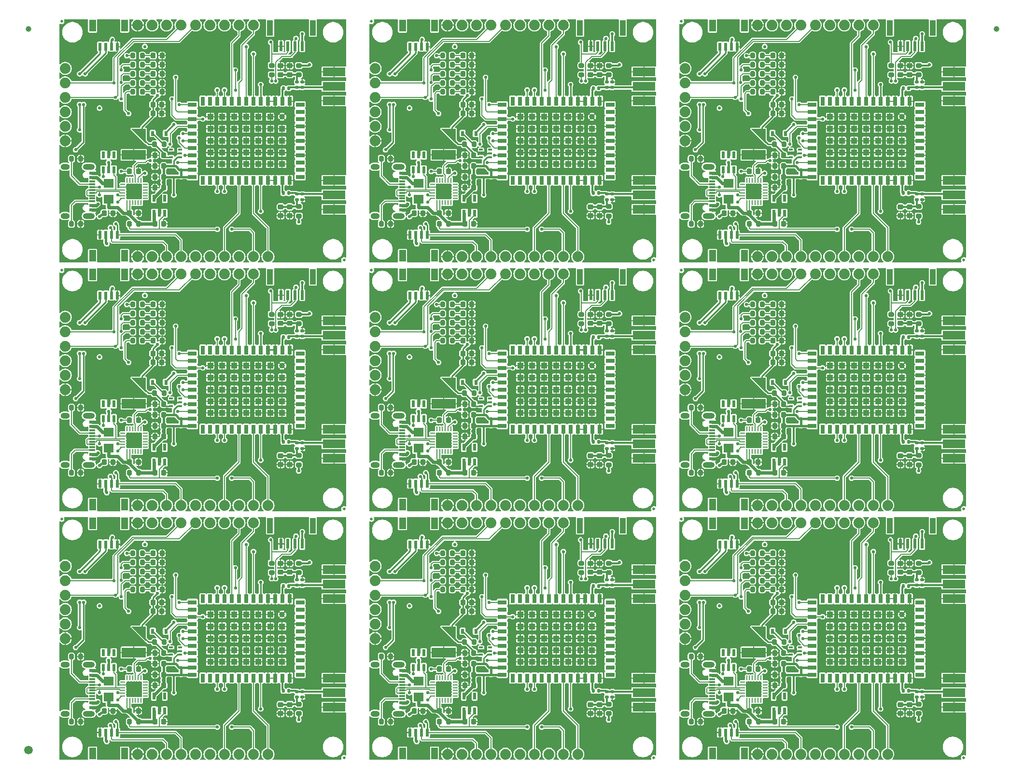
<source format=gtl>
%TF.GenerationSoftware,KiCad,Pcbnew,8.0.7*%
%TF.CreationDate,2025-04-01T11:43:09-06:00*%
%TF.ProjectId,SparkFun_GNSS_LG580P_panelized,53706172-6b46-4756-9e5f-474e53535f4c,rev?*%
%TF.SameCoordinates,Original*%
%TF.FileFunction,Copper,L1,Top*%
%TF.FilePolarity,Positive*%
%FSLAX46Y46*%
G04 Gerber Fmt 4.6, Leading zero omitted, Abs format (unit mm)*
G04 Created by KiCad (PCBNEW 8.0.7) date 2025-04-01 11:43:09*
%MOMM*%
%LPD*%
G01*
G04 APERTURE LIST*
G04 Aperture macros list*
%AMRoundRect*
0 Rectangle with rounded corners*
0 $1 Rounding radius*
0 $2 $3 $4 $5 $6 $7 $8 $9 X,Y pos of 4 corners*
0 Add a 4 corners polygon primitive as box body*
4,1,4,$2,$3,$4,$5,$6,$7,$8,$9,$2,$3,0*
0 Add four circle primitives for the rounded corners*
1,1,$1+$1,$2,$3*
1,1,$1+$1,$4,$5*
1,1,$1+$1,$6,$7*
1,1,$1+$1,$8,$9*
0 Add four rect primitives between the rounded corners*
20,1,$1+$1,$2,$3,$4,$5,0*
20,1,$1+$1,$4,$5,$6,$7,0*
20,1,$1+$1,$6,$7,$8,$9,0*
20,1,$1+$1,$8,$9,$2,$3,0*%
%AMFreePoly0*
4,1,4,0.655000,-1.932855,-1.830355,0.552500,0.655000,0.552500,0.655000,-1.932855,0.655000,-1.932855,$1*%
G04 Aperture macros list end*
%TA.AperFunction,SMDPad,CuDef*%
%ADD10C,1.000000*%
%TD*%
%TA.AperFunction,SMDPad,CuDef*%
%ADD11C,1.500000*%
%TD*%
%TA.AperFunction,SMDPad,CuDef*%
%ADD12RoundRect,0.200000X-0.200000X-0.275000X0.200000X-0.275000X0.200000X0.275000X-0.200000X0.275000X0*%
%TD*%
%TA.AperFunction,SMDPad,CuDef*%
%ADD13RoundRect,0.140000X-0.170000X0.140000X-0.170000X-0.140000X0.170000X-0.140000X0.170000X0.140000X0*%
%TD*%
%TA.AperFunction,SMDPad,CuDef*%
%ADD14RoundRect,0.225000X0.250000X-0.225000X0.250000X0.225000X-0.250000X0.225000X-0.250000X-0.225000X0*%
%TD*%
%TA.AperFunction,SMDPad,CuDef*%
%ADD15RoundRect,0.225000X-0.225000X-0.250000X0.225000X-0.250000X0.225000X0.250000X-0.225000X0.250000X0*%
%TD*%
%TA.AperFunction,SMDPad,CuDef*%
%ADD16FreePoly0,0.000000*%
%TD*%
%TA.AperFunction,SMDPad,CuDef*%
%ADD17R,4.200000X1.700000*%
%TD*%
%TA.AperFunction,SMDPad,CuDef*%
%ADD18RoundRect,0.200000X0.275000X-0.200000X0.275000X0.200000X-0.275000X0.200000X-0.275000X-0.200000X0*%
%TD*%
%TA.AperFunction,SMDPad,CuDef*%
%ADD19RoundRect,0.218750X0.218750X0.256250X-0.218750X0.256250X-0.218750X-0.256250X0.218750X-0.256250X0*%
%TD*%
%TA.AperFunction,SMDPad,CuDef*%
%ADD20RoundRect,0.225000X-0.250000X0.225000X-0.250000X-0.225000X0.250000X-0.225000X0.250000X0.225000X0*%
%TD*%
%TA.AperFunction,SMDPad,CuDef*%
%ADD21R,0.550000X1.200000*%
%TD*%
%TA.AperFunction,SMDPad,CuDef*%
%ADD22R,0.600000X1.350000*%
%TD*%
%TA.AperFunction,SMDPad,CuDef*%
%ADD23R,1.200000X2.000000*%
%TD*%
%TA.AperFunction,SMDPad,CuDef*%
%ADD24RoundRect,0.140000X0.140000X0.170000X-0.140000X0.170000X-0.140000X-0.170000X0.140000X-0.170000X0*%
%TD*%
%TA.AperFunction,SMDPad,CuDef*%
%ADD25RoundRect,0.225000X0.225000X0.250000X-0.225000X0.250000X-0.225000X-0.250000X0.225000X-0.250000X0*%
%TD*%
%TA.AperFunction,SMDPad,CuDef*%
%ADD26RoundRect,0.140000X0.170000X-0.140000X0.170000X0.140000X-0.170000X0.140000X-0.170000X-0.140000X0*%
%TD*%
%TA.AperFunction,SMDPad,CuDef*%
%ADD27RoundRect,0.062500X-0.350000X-0.062500X0.350000X-0.062500X0.350000X0.062500X-0.350000X0.062500X0*%
%TD*%
%TA.AperFunction,SMDPad,CuDef*%
%ADD28RoundRect,0.062500X-0.062500X-0.350000X0.062500X-0.350000X0.062500X0.350000X-0.062500X0.350000X0*%
%TD*%
%TA.AperFunction,HeatsinkPad*%
%ADD29R,2.700000X2.700000*%
%TD*%
%TA.AperFunction,SMDPad,CuDef*%
%ADD30RoundRect,0.200000X0.200000X0.275000X-0.200000X0.275000X-0.200000X-0.275000X0.200000X-0.275000X0*%
%TD*%
%TA.AperFunction,SMDPad,CuDef*%
%ADD31R,4.000000X1.500000*%
%TD*%
%TA.AperFunction,ComponentPad*%
%ADD32C,1.879600*%
%TD*%
%TA.AperFunction,SMDPad,CuDef*%
%ADD33R,1.800000X1.600000*%
%TD*%
%TA.AperFunction,SMDPad,CuDef*%
%ADD34R,0.800000X1.500000*%
%TD*%
%TA.AperFunction,SMDPad,CuDef*%
%ADD35R,1.500000X0.800000*%
%TD*%
%TA.AperFunction,SMDPad,CuDef*%
%ADD36R,1.000000X1.000000*%
%TD*%
%TA.AperFunction,SMDPad,CuDef*%
%ADD37C,0.500000*%
%TD*%
%TA.AperFunction,SMDPad,CuDef*%
%ADD38RoundRect,0.200000X-0.275000X0.200000X-0.275000X-0.200000X0.275000X-0.200000X0.275000X0.200000X0*%
%TD*%
%TA.AperFunction,SMDPad,CuDef*%
%ADD39R,0.600000X1.700000*%
%TD*%
%TA.AperFunction,SMDPad,CuDef*%
%ADD40R,1.000000X2.700000*%
%TD*%
%TA.AperFunction,SMDPad,CuDef*%
%ADD41R,0.630000X0.830000*%
%TD*%
%TA.AperFunction,SMDPad,CuDef*%
%ADD42R,1.000000X0.300000*%
%TD*%
%TA.AperFunction,SMDPad,CuDef*%
%ADD43R,1.000000X0.600000*%
%TD*%
%TA.AperFunction,ComponentPad*%
%ADD44O,1.600000X1.000000*%
%TD*%
%TA.AperFunction,ComponentPad*%
%ADD45O,2.100000X1.000000*%
%TD*%
%TA.AperFunction,SMDPad,CuDef*%
%ADD46R,0.700000X0.300000*%
%TD*%
%TA.AperFunction,ViaPad*%
%ADD47C,0.560000*%
%TD*%
%TA.AperFunction,Conductor*%
%ADD48C,0.177800*%
%TD*%
%TA.AperFunction,Conductor*%
%ADD49C,0.348996*%
%TD*%
%TA.AperFunction,Conductor*%
%ADD50C,0.254000*%
%TD*%
%TA.AperFunction,Conductor*%
%ADD51C,0.558800*%
%TD*%
%TA.AperFunction,Conductor*%
%ADD52C,0.152400*%
%TD*%
%TA.AperFunction,Conductor*%
%ADD53C,0.406400*%
%TD*%
G04 APERTURE END LIST*
D10*
%TO.P,,*%
%TO.N,*%
X164631500Y128540000D03*
%TD*%
%TO.P,,*%
%TO.N,*%
X-5135500Y128540000D03*
%TD*%
D11*
%TO.P,,*%
%TO.N,*%
X-5135500Y2000000D03*
%TD*%
D12*
%TO.P,R7,1*%
%TO.N,V_BCKP*%
X125651000Y108315000D03*
%TO.P,R7,2*%
%TO.N,Net-(D5-K)*%
X127301000Y108315000D03*
%TD*%
%TO.P,R7,1*%
%TO.N,V_BCKP*%
X125651000Y64635000D03*
%TO.P,R7,2*%
%TO.N,Net-(D5-K)*%
X127301000Y64635000D03*
%TD*%
%TO.P,R7,1*%
%TO.N,V_BCKP*%
X125651000Y20955000D03*
%TO.P,R7,2*%
%TO.N,Net-(D5-K)*%
X127301000Y20955000D03*
%TD*%
%TO.P,R7,1*%
%TO.N,V_BCKP*%
X71303000Y108315000D03*
%TO.P,R7,2*%
%TO.N,Net-(D5-K)*%
X72953000Y108315000D03*
%TD*%
%TO.P,R7,1*%
%TO.N,V_BCKP*%
X71303000Y64635000D03*
%TO.P,R7,2*%
%TO.N,Net-(D5-K)*%
X72953000Y64635000D03*
%TD*%
%TO.P,R7,1*%
%TO.N,V_BCKP*%
X71303000Y20955000D03*
%TO.P,R7,2*%
%TO.N,Net-(D5-K)*%
X72953000Y20955000D03*
%TD*%
%TO.P,R7,1*%
%TO.N,V_BCKP*%
X16955000Y108315000D03*
%TO.P,R7,2*%
%TO.N,Net-(D5-K)*%
X18605000Y108315000D03*
%TD*%
%TO.P,R7,1*%
%TO.N,V_BCKP*%
X16955000Y64635000D03*
%TO.P,R7,2*%
%TO.N,Net-(D5-K)*%
X18605000Y64635000D03*
%TD*%
D13*
%TO.P,L1,1*%
%TO.N,Net-(C3-Pad1)*%
X150606000Y119272500D03*
%TO.P,L1,2*%
%TO.N,Net-(D3-A2)*%
X150606000Y118312500D03*
%TD*%
%TO.P,L1,1*%
%TO.N,Net-(C3-Pad1)*%
X150606000Y75592500D03*
%TO.P,L1,2*%
%TO.N,Net-(D3-A2)*%
X150606000Y74632500D03*
%TD*%
%TO.P,L1,1*%
%TO.N,Net-(C3-Pad1)*%
X150606000Y31912500D03*
%TO.P,L1,2*%
%TO.N,Net-(D3-A2)*%
X150606000Y30952500D03*
%TD*%
%TO.P,L1,1*%
%TO.N,Net-(C3-Pad1)*%
X96258000Y119272500D03*
%TO.P,L1,2*%
%TO.N,Net-(D3-A2)*%
X96258000Y118312500D03*
%TD*%
%TO.P,L1,1*%
%TO.N,Net-(C3-Pad1)*%
X96258000Y75592500D03*
%TO.P,L1,2*%
%TO.N,Net-(D3-A2)*%
X96258000Y74632500D03*
%TD*%
%TO.P,L1,1*%
%TO.N,Net-(C3-Pad1)*%
X96258000Y31912500D03*
%TO.P,L1,2*%
%TO.N,Net-(D3-A2)*%
X96258000Y30952500D03*
%TD*%
%TO.P,L1,1*%
%TO.N,Net-(C3-Pad1)*%
X41910000Y119272500D03*
%TO.P,L1,2*%
%TO.N,Net-(D3-A2)*%
X41910000Y118312500D03*
%TD*%
%TO.P,L1,1*%
%TO.N,Net-(C3-Pad1)*%
X41910000Y75592500D03*
%TO.P,L1,2*%
%TO.N,Net-(D3-A2)*%
X41910000Y74632500D03*
%TD*%
D14*
%TO.P,C3,1*%
%TO.N,Net-(C3-Pad1)*%
X147748500Y120557500D03*
%TO.P,C3,2*%
%TO.N,GND*%
X147748500Y122107500D03*
%TD*%
%TO.P,C3,1*%
%TO.N,Net-(C3-Pad1)*%
X147748500Y76877500D03*
%TO.P,C3,2*%
%TO.N,GND*%
X147748500Y78427500D03*
%TD*%
%TO.P,C3,1*%
%TO.N,Net-(C3-Pad1)*%
X147748500Y33197500D03*
%TO.P,C3,2*%
%TO.N,GND*%
X147748500Y34747500D03*
%TD*%
%TO.P,C3,1*%
%TO.N,Net-(C3-Pad1)*%
X93400500Y120557500D03*
%TO.P,C3,2*%
%TO.N,GND*%
X93400500Y122107500D03*
%TD*%
%TO.P,C3,1*%
%TO.N,Net-(C3-Pad1)*%
X93400500Y76877500D03*
%TO.P,C3,2*%
%TO.N,GND*%
X93400500Y78427500D03*
%TD*%
%TO.P,C3,1*%
%TO.N,Net-(C3-Pad1)*%
X93400500Y33197500D03*
%TO.P,C3,2*%
%TO.N,GND*%
X93400500Y34747500D03*
%TD*%
%TO.P,C3,1*%
%TO.N,Net-(C3-Pad1)*%
X39052500Y120557500D03*
%TO.P,C3,2*%
%TO.N,GND*%
X39052500Y122107500D03*
%TD*%
%TO.P,C3,1*%
%TO.N,Net-(C3-Pad1)*%
X39052500Y76877500D03*
%TO.P,C3,2*%
%TO.N,GND*%
X39052500Y78427500D03*
%TD*%
D12*
%TO.P,R9,1*%
%TO.N,3V3_EN*%
X121206000Y94345000D03*
%TO.P,R9,2*%
%TO.N,5V*%
X122856000Y94345000D03*
%TD*%
%TO.P,R9,1*%
%TO.N,3V3_EN*%
X121206000Y50665000D03*
%TO.P,R9,2*%
%TO.N,5V*%
X122856000Y50665000D03*
%TD*%
%TO.P,R9,1*%
%TO.N,3V3_EN*%
X121206000Y6985000D03*
%TO.P,R9,2*%
%TO.N,5V*%
X122856000Y6985000D03*
%TD*%
%TO.P,R9,1*%
%TO.N,3V3_EN*%
X66858000Y94345000D03*
%TO.P,R9,2*%
%TO.N,5V*%
X68508000Y94345000D03*
%TD*%
%TO.P,R9,1*%
%TO.N,3V3_EN*%
X66858000Y50665000D03*
%TO.P,R9,2*%
%TO.N,5V*%
X68508000Y50665000D03*
%TD*%
%TO.P,R9,1*%
%TO.N,3V3_EN*%
X66858000Y6985000D03*
%TO.P,R9,2*%
%TO.N,5V*%
X68508000Y6985000D03*
%TD*%
%TO.P,R9,1*%
%TO.N,3V3_EN*%
X12510000Y94345000D03*
%TO.P,R9,2*%
%TO.N,5V*%
X14160000Y94345000D03*
%TD*%
%TO.P,R9,1*%
%TO.N,3V3_EN*%
X12510000Y50665000D03*
%TO.P,R9,2*%
%TO.N,5V*%
X14160000Y50665000D03*
%TD*%
D15*
%TO.P,C13,1*%
%TO.N,3.3V*%
X116811000Y96250000D03*
%TO.P,C13,2*%
%TO.N,GND*%
X118361000Y96250000D03*
%TD*%
%TO.P,C13,1*%
%TO.N,3.3V*%
X116811000Y52570000D03*
%TO.P,C13,2*%
%TO.N,GND*%
X118361000Y52570000D03*
%TD*%
%TO.P,C13,1*%
%TO.N,3.3V*%
X116811000Y8890000D03*
%TO.P,C13,2*%
%TO.N,GND*%
X118361000Y8890000D03*
%TD*%
%TO.P,C13,1*%
%TO.N,3.3V*%
X62463000Y96250000D03*
%TO.P,C13,2*%
%TO.N,GND*%
X64013000Y96250000D03*
%TD*%
%TO.P,C13,1*%
%TO.N,3.3V*%
X62463000Y52570000D03*
%TO.P,C13,2*%
%TO.N,GND*%
X64013000Y52570000D03*
%TD*%
%TO.P,C13,1*%
%TO.N,3.3V*%
X62463000Y8890000D03*
%TO.P,C13,2*%
%TO.N,GND*%
X64013000Y8890000D03*
%TD*%
%TO.P,C13,1*%
%TO.N,3.3V*%
X8115000Y96250000D03*
%TO.P,C13,2*%
%TO.N,GND*%
X9665000Y96250000D03*
%TD*%
%TO.P,C13,1*%
%TO.N,3.3V*%
X8115000Y52570000D03*
%TO.P,C13,2*%
%TO.N,GND*%
X9665000Y52570000D03*
%TD*%
D16*
%TO.P,BT1,+,+*%
%TO.N,V_BCKP*%
X123446000Y110467500D03*
D17*
%TO.P,BT1,-,-*%
%TO.N,GND*%
X121996000Y106465000D03*
%TD*%
D16*
%TO.P,BT1,+,+*%
%TO.N,V_BCKP*%
X123446000Y66787500D03*
D17*
%TO.P,BT1,-,-*%
%TO.N,GND*%
X121996000Y62785000D03*
%TD*%
D16*
%TO.P,BT1,+,+*%
%TO.N,V_BCKP*%
X123446000Y23107500D03*
D17*
%TO.P,BT1,-,-*%
%TO.N,GND*%
X121996000Y19105000D03*
%TD*%
D16*
%TO.P,BT1,+,+*%
%TO.N,V_BCKP*%
X69098000Y110467500D03*
D17*
%TO.P,BT1,-,-*%
%TO.N,GND*%
X67648000Y106465000D03*
%TD*%
D16*
%TO.P,BT1,+,+*%
%TO.N,V_BCKP*%
X69098000Y66787500D03*
D17*
%TO.P,BT1,-,-*%
%TO.N,GND*%
X67648000Y62785000D03*
%TD*%
D16*
%TO.P,BT1,+,+*%
%TO.N,V_BCKP*%
X69098000Y23107500D03*
D17*
%TO.P,BT1,-,-*%
%TO.N,GND*%
X67648000Y19105000D03*
%TD*%
D16*
%TO.P,BT1,+,+*%
%TO.N,V_BCKP*%
X14750000Y110467500D03*
D17*
%TO.P,BT1,-,-*%
%TO.N,GND*%
X13300000Y106465000D03*
%TD*%
D16*
%TO.P,BT1,+,+*%
%TO.N,V_BCKP*%
X14750000Y66787500D03*
D17*
%TO.P,BT1,-,-*%
%TO.N,GND*%
X13300000Y62785000D03*
%TD*%
D15*
%TO.P,C1,1*%
%TO.N,5V*%
X125701000Y94345000D03*
%TO.P,C1,2*%
%TO.N,GND*%
X127251000Y94345000D03*
%TD*%
%TO.P,C1,1*%
%TO.N,5V*%
X125701000Y50665000D03*
%TO.P,C1,2*%
%TO.N,GND*%
X127251000Y50665000D03*
%TD*%
%TO.P,C1,1*%
%TO.N,5V*%
X125701000Y6985000D03*
%TO.P,C1,2*%
%TO.N,GND*%
X127251000Y6985000D03*
%TD*%
%TO.P,C1,1*%
%TO.N,5V*%
X71353000Y94345000D03*
%TO.P,C1,2*%
%TO.N,GND*%
X72903000Y94345000D03*
%TD*%
%TO.P,C1,1*%
%TO.N,5V*%
X71353000Y50665000D03*
%TO.P,C1,2*%
%TO.N,GND*%
X72903000Y50665000D03*
%TD*%
%TO.P,C1,1*%
%TO.N,5V*%
X71353000Y6985000D03*
%TO.P,C1,2*%
%TO.N,GND*%
X72903000Y6985000D03*
%TD*%
%TO.P,C1,1*%
%TO.N,5V*%
X17005000Y94345000D03*
%TO.P,C1,2*%
%TO.N,GND*%
X18555000Y94345000D03*
%TD*%
%TO.P,C1,1*%
%TO.N,5V*%
X17005000Y50665000D03*
%TO.P,C1,2*%
%TO.N,GND*%
X18555000Y50665000D03*
%TD*%
D18*
%TO.P,R6,1*%
%TO.N,Net-(C3-Pad1)*%
X150923500Y120507500D03*
%TO.P,R6,2*%
%TO.N,3.3V*%
X150923500Y122157500D03*
%TD*%
%TO.P,R6,1*%
%TO.N,Net-(C3-Pad1)*%
X150923500Y76827500D03*
%TO.P,R6,2*%
%TO.N,3.3V*%
X150923500Y78477500D03*
%TD*%
%TO.P,R6,1*%
%TO.N,Net-(C3-Pad1)*%
X150923500Y33147500D03*
%TO.P,R6,2*%
%TO.N,3.3V*%
X150923500Y34797500D03*
%TD*%
%TO.P,R6,1*%
%TO.N,Net-(C3-Pad1)*%
X96575500Y120507500D03*
%TO.P,R6,2*%
%TO.N,3.3V*%
X96575500Y122157500D03*
%TD*%
%TO.P,R6,1*%
%TO.N,Net-(C3-Pad1)*%
X96575500Y76827500D03*
%TO.P,R6,2*%
%TO.N,3.3V*%
X96575500Y78477500D03*
%TD*%
%TO.P,R6,1*%
%TO.N,Net-(C3-Pad1)*%
X96575500Y33147500D03*
%TO.P,R6,2*%
%TO.N,3.3V*%
X96575500Y34797500D03*
%TD*%
%TO.P,R6,1*%
%TO.N,Net-(C3-Pad1)*%
X42227500Y120507500D03*
%TO.P,R6,2*%
%TO.N,3.3V*%
X42227500Y122157500D03*
%TD*%
%TO.P,R6,1*%
%TO.N,Net-(C3-Pad1)*%
X42227500Y76827500D03*
%TO.P,R6,2*%
%TO.N,3.3V*%
X42227500Y78477500D03*
%TD*%
D19*
%TO.P,D9,1,K*%
%TO.N,GND*%
X126946000Y120697500D03*
%TO.P,D9,2,A*%
%TO.N,Net-(D9-A)*%
X125371000Y120697500D03*
%TD*%
%TO.P,D9,1,K*%
%TO.N,GND*%
X126946000Y77017500D03*
%TO.P,D9,2,A*%
%TO.N,Net-(D9-A)*%
X125371000Y77017500D03*
%TD*%
%TO.P,D9,1,K*%
%TO.N,GND*%
X126946000Y33337500D03*
%TO.P,D9,2,A*%
%TO.N,Net-(D9-A)*%
X125371000Y33337500D03*
%TD*%
%TO.P,D9,1,K*%
%TO.N,GND*%
X72598000Y120697500D03*
%TO.P,D9,2,A*%
%TO.N,Net-(D9-A)*%
X71023000Y120697500D03*
%TD*%
%TO.P,D9,1,K*%
%TO.N,GND*%
X72598000Y77017500D03*
%TO.P,D9,2,A*%
%TO.N,Net-(D9-A)*%
X71023000Y77017500D03*
%TD*%
%TO.P,D9,1,K*%
%TO.N,GND*%
X72598000Y33337500D03*
%TO.P,D9,2,A*%
%TO.N,Net-(D9-A)*%
X71023000Y33337500D03*
%TD*%
%TO.P,D9,1,K*%
%TO.N,GND*%
X18250000Y120697500D03*
%TO.P,D9,2,A*%
%TO.N,Net-(D9-A)*%
X16675000Y120697500D03*
%TD*%
%TO.P,D9,1,K*%
%TO.N,GND*%
X18250000Y77017500D03*
%TO.P,D9,2,A*%
%TO.N,Net-(D9-A)*%
X16675000Y77017500D03*
%TD*%
D20*
%TO.P,C14,1*%
%TO.N,Net-(C14-Pad1)*%
X147748500Y97342500D03*
%TO.P,C14,2*%
%TO.N,GND*%
X147748500Y95792500D03*
%TD*%
%TO.P,C14,1*%
%TO.N,Net-(C14-Pad1)*%
X147748500Y53662500D03*
%TO.P,C14,2*%
%TO.N,GND*%
X147748500Y52112500D03*
%TD*%
%TO.P,C14,1*%
%TO.N,Net-(C14-Pad1)*%
X147748500Y9982500D03*
%TO.P,C14,2*%
%TO.N,GND*%
X147748500Y8432500D03*
%TD*%
%TO.P,C14,1*%
%TO.N,Net-(C14-Pad1)*%
X93400500Y97342500D03*
%TO.P,C14,2*%
%TO.N,GND*%
X93400500Y95792500D03*
%TD*%
%TO.P,C14,1*%
%TO.N,Net-(C14-Pad1)*%
X93400500Y53662500D03*
%TO.P,C14,2*%
%TO.N,GND*%
X93400500Y52112500D03*
%TD*%
%TO.P,C14,1*%
%TO.N,Net-(C14-Pad1)*%
X93400500Y9982500D03*
%TO.P,C14,2*%
%TO.N,GND*%
X93400500Y8432500D03*
%TD*%
%TO.P,C14,1*%
%TO.N,Net-(C14-Pad1)*%
X39052500Y97342500D03*
%TO.P,C14,2*%
%TO.N,GND*%
X39052500Y95792500D03*
%TD*%
%TO.P,C14,1*%
%TO.N,Net-(C14-Pad1)*%
X39052500Y53662500D03*
%TO.P,C14,2*%
%TO.N,GND*%
X39052500Y52112500D03*
%TD*%
D21*
%TO.P,U1,1,I/O1*%
%TO.N,unconnected-(U1-I{slash}O1-Pad1)*%
X118536000Y106440100D03*
%TO.P,U1,2,GND*%
%TO.N,GND*%
X117586000Y106440100D03*
%TO.P,U1,3,I/O2*%
%TO.N,unconnected-(U1-I{slash}O2-Pad3)*%
X116636000Y106440100D03*
%TO.P,U1,4,I/O3*%
%TO.N,Net-(U1-I{slash}O3)*%
X116636000Y103839900D03*
%TO.P,U1,5,VCC*%
%TO.N,5V*%
X117586000Y103840000D03*
%TO.P,U1,6,I/O4*%
%TO.N,Net-(U1-I{slash}O4)*%
X118536000Y103839900D03*
%TD*%
%TO.P,U1,1,I/O1*%
%TO.N,unconnected-(U1-I{slash}O1-Pad1)*%
X118536000Y62760100D03*
%TO.P,U1,2,GND*%
%TO.N,GND*%
X117586000Y62760100D03*
%TO.P,U1,3,I/O2*%
%TO.N,unconnected-(U1-I{slash}O2-Pad3)*%
X116636000Y62760100D03*
%TO.P,U1,4,I/O3*%
%TO.N,Net-(U1-I{slash}O3)*%
X116636000Y60159900D03*
%TO.P,U1,5,VCC*%
%TO.N,5V*%
X117586000Y60160000D03*
%TO.P,U1,6,I/O4*%
%TO.N,Net-(U1-I{slash}O4)*%
X118536000Y60159900D03*
%TD*%
%TO.P,U1,1,I/O1*%
%TO.N,unconnected-(U1-I{slash}O1-Pad1)*%
X118536000Y19080100D03*
%TO.P,U1,2,GND*%
%TO.N,GND*%
X117586000Y19080100D03*
%TO.P,U1,3,I/O2*%
%TO.N,unconnected-(U1-I{slash}O2-Pad3)*%
X116636000Y19080100D03*
%TO.P,U1,4,I/O3*%
%TO.N,Net-(U1-I{slash}O3)*%
X116636000Y16479900D03*
%TO.P,U1,5,VCC*%
%TO.N,5V*%
X117586000Y16480000D03*
%TO.P,U1,6,I/O4*%
%TO.N,Net-(U1-I{slash}O4)*%
X118536000Y16479900D03*
%TD*%
%TO.P,U1,1,I/O1*%
%TO.N,unconnected-(U1-I{slash}O1-Pad1)*%
X64188000Y106440100D03*
%TO.P,U1,2,GND*%
%TO.N,GND*%
X63238000Y106440100D03*
%TO.P,U1,3,I/O2*%
%TO.N,unconnected-(U1-I{slash}O2-Pad3)*%
X62288000Y106440100D03*
%TO.P,U1,4,I/O3*%
%TO.N,Net-(U1-I{slash}O3)*%
X62288000Y103839900D03*
%TO.P,U1,5,VCC*%
%TO.N,5V*%
X63238000Y103840000D03*
%TO.P,U1,6,I/O4*%
%TO.N,Net-(U1-I{slash}O4)*%
X64188000Y103839900D03*
%TD*%
%TO.P,U1,1,I/O1*%
%TO.N,unconnected-(U1-I{slash}O1-Pad1)*%
X64188000Y62760100D03*
%TO.P,U1,2,GND*%
%TO.N,GND*%
X63238000Y62760100D03*
%TO.P,U1,3,I/O2*%
%TO.N,unconnected-(U1-I{slash}O2-Pad3)*%
X62288000Y62760100D03*
%TO.P,U1,4,I/O3*%
%TO.N,Net-(U1-I{slash}O3)*%
X62288000Y60159900D03*
%TO.P,U1,5,VCC*%
%TO.N,5V*%
X63238000Y60160000D03*
%TO.P,U1,6,I/O4*%
%TO.N,Net-(U1-I{slash}O4)*%
X64188000Y60159900D03*
%TD*%
%TO.P,U1,1,I/O1*%
%TO.N,unconnected-(U1-I{slash}O1-Pad1)*%
X64188000Y19080100D03*
%TO.P,U1,2,GND*%
%TO.N,GND*%
X63238000Y19080100D03*
%TO.P,U1,3,I/O2*%
%TO.N,unconnected-(U1-I{slash}O2-Pad3)*%
X62288000Y19080100D03*
%TO.P,U1,4,I/O3*%
%TO.N,Net-(U1-I{slash}O3)*%
X62288000Y16479900D03*
%TO.P,U1,5,VCC*%
%TO.N,5V*%
X63238000Y16480000D03*
%TO.P,U1,6,I/O4*%
%TO.N,Net-(U1-I{slash}O4)*%
X64188000Y16479900D03*
%TD*%
%TO.P,U1,1,I/O1*%
%TO.N,unconnected-(U1-I{slash}O1-Pad1)*%
X9840000Y106440100D03*
%TO.P,U1,2,GND*%
%TO.N,GND*%
X8890000Y106440100D03*
%TO.P,U1,3,I/O2*%
%TO.N,unconnected-(U1-I{slash}O2-Pad3)*%
X7940000Y106440100D03*
%TO.P,U1,4,I/O3*%
%TO.N,Net-(U1-I{slash}O3)*%
X7940000Y103839900D03*
%TO.P,U1,5,VCC*%
%TO.N,5V*%
X8890000Y103840000D03*
%TO.P,U1,6,I/O4*%
%TO.N,Net-(U1-I{slash}O4)*%
X9840000Y103839900D03*
%TD*%
%TO.P,U1,1,I/O1*%
%TO.N,unconnected-(U1-I{slash}O1-Pad1)*%
X9840000Y62760100D03*
%TO.P,U1,2,GND*%
%TO.N,GND*%
X8890000Y62760100D03*
%TO.P,U1,3,I/O2*%
%TO.N,unconnected-(U1-I{slash}O2-Pad3)*%
X7940000Y62760100D03*
%TO.P,U1,4,I/O3*%
%TO.N,Net-(U1-I{slash}O3)*%
X7940000Y60159900D03*
%TO.P,U1,5,VCC*%
%TO.N,5V*%
X8890000Y60160000D03*
%TO.P,U1,6,I/O4*%
%TO.N,Net-(U1-I{slash}O4)*%
X9840000Y60159900D03*
%TD*%
D22*
%TO.P,J4,1,Pin_1*%
%TO.N,GND*%
X116086000Y92440000D03*
%TO.P,J4,2,Pin_2*%
%TO.N,3.3V*%
X117086000Y92440000D03*
%TO.P,J4,3,Pin_3*%
%TO.N,SDA*%
X118086000Y92440000D03*
%TO.P,J4,4,Pin_4*%
%TO.N,SCL*%
X119086000Y92440000D03*
D23*
%TO.P,J4,NC1,NC*%
%TO.N,unconnected-(J4-NC-PadNC1)*%
X120386000Y88765000D03*
%TO.P,J4,NC2,NC*%
%TO.N,unconnected-(J4-NC-PadNC2)*%
X114786000Y88765000D03*
%TD*%
D22*
%TO.P,J4,1,Pin_1*%
%TO.N,GND*%
X116086000Y48760000D03*
%TO.P,J4,2,Pin_2*%
%TO.N,3.3V*%
X117086000Y48760000D03*
%TO.P,J4,3,Pin_3*%
%TO.N,SDA*%
X118086000Y48760000D03*
%TO.P,J4,4,Pin_4*%
%TO.N,SCL*%
X119086000Y48760000D03*
D23*
%TO.P,J4,NC1,NC*%
%TO.N,unconnected-(J4-NC-PadNC1)*%
X120386000Y45085000D03*
%TO.P,J4,NC2,NC*%
%TO.N,unconnected-(J4-NC-PadNC2)*%
X114786000Y45085000D03*
%TD*%
D22*
%TO.P,J4,1,Pin_1*%
%TO.N,GND*%
X116086000Y5080000D03*
%TO.P,J4,2,Pin_2*%
%TO.N,3.3V*%
X117086000Y5080000D03*
%TO.P,J4,3,Pin_3*%
%TO.N,SDA*%
X118086000Y5080000D03*
%TO.P,J4,4,Pin_4*%
%TO.N,SCL*%
X119086000Y5080000D03*
D23*
%TO.P,J4,NC1,NC*%
%TO.N,unconnected-(J4-NC-PadNC1)*%
X120386000Y1405000D03*
%TO.P,J4,NC2,NC*%
%TO.N,unconnected-(J4-NC-PadNC2)*%
X114786000Y1405000D03*
%TD*%
D22*
%TO.P,J4,1,Pin_1*%
%TO.N,GND*%
X61738000Y92440000D03*
%TO.P,J4,2,Pin_2*%
%TO.N,3.3V*%
X62738000Y92440000D03*
%TO.P,J4,3,Pin_3*%
%TO.N,SDA*%
X63738000Y92440000D03*
%TO.P,J4,4,Pin_4*%
%TO.N,SCL*%
X64738000Y92440000D03*
D23*
%TO.P,J4,NC1,NC*%
%TO.N,unconnected-(J4-NC-PadNC1)*%
X66038000Y88765000D03*
%TO.P,J4,NC2,NC*%
%TO.N,unconnected-(J4-NC-PadNC2)*%
X60438000Y88765000D03*
%TD*%
D22*
%TO.P,J4,1,Pin_1*%
%TO.N,GND*%
X61738000Y48760000D03*
%TO.P,J4,2,Pin_2*%
%TO.N,3.3V*%
X62738000Y48760000D03*
%TO.P,J4,3,Pin_3*%
%TO.N,SDA*%
X63738000Y48760000D03*
%TO.P,J4,4,Pin_4*%
%TO.N,SCL*%
X64738000Y48760000D03*
D23*
%TO.P,J4,NC1,NC*%
%TO.N,unconnected-(J4-NC-PadNC1)*%
X66038000Y45085000D03*
%TO.P,J4,NC2,NC*%
%TO.N,unconnected-(J4-NC-PadNC2)*%
X60438000Y45085000D03*
%TD*%
D22*
%TO.P,J4,1,Pin_1*%
%TO.N,GND*%
X61738000Y5080000D03*
%TO.P,J4,2,Pin_2*%
%TO.N,3.3V*%
X62738000Y5080000D03*
%TO.P,J4,3,Pin_3*%
%TO.N,SDA*%
X63738000Y5080000D03*
%TO.P,J4,4,Pin_4*%
%TO.N,SCL*%
X64738000Y5080000D03*
D23*
%TO.P,J4,NC1,NC*%
%TO.N,unconnected-(J4-NC-PadNC1)*%
X66038000Y1405000D03*
%TO.P,J4,NC2,NC*%
%TO.N,unconnected-(J4-NC-PadNC2)*%
X60438000Y1405000D03*
%TD*%
D22*
%TO.P,J4,1,Pin_1*%
%TO.N,GND*%
X7390000Y92440000D03*
%TO.P,J4,2,Pin_2*%
%TO.N,3.3V*%
X8390000Y92440000D03*
%TO.P,J4,3,Pin_3*%
%TO.N,SDA*%
X9390000Y92440000D03*
%TO.P,J4,4,Pin_4*%
%TO.N,SCL*%
X10390000Y92440000D03*
D23*
%TO.P,J4,NC1,NC*%
%TO.N,unconnected-(J4-NC-PadNC1)*%
X11690000Y88765000D03*
%TO.P,J4,NC2,NC*%
%TO.N,unconnected-(J4-NC-PadNC2)*%
X6090000Y88765000D03*
%TD*%
D22*
%TO.P,J4,1,Pin_1*%
%TO.N,GND*%
X7390000Y48760000D03*
%TO.P,J4,2,Pin_2*%
%TO.N,3.3V*%
X8390000Y48760000D03*
%TO.P,J4,3,Pin_3*%
%TO.N,SDA*%
X9390000Y48760000D03*
%TO.P,J4,4,Pin_4*%
%TO.N,SCL*%
X10390000Y48760000D03*
D23*
%TO.P,J4,NC1,NC*%
%TO.N,unconnected-(J4-NC-PadNC1)*%
X11690000Y45085000D03*
%TO.P,J4,NC2,NC*%
%TO.N,unconnected-(J4-NC-PadNC2)*%
X6090000Y45085000D03*
%TD*%
D19*
%TO.P,D8,1,K*%
%TO.N,GND*%
X126946000Y117522500D03*
%TO.P,D8,2,A*%
%TO.N,Net-(D8-A)*%
X125371000Y117522500D03*
%TD*%
%TO.P,D8,1,K*%
%TO.N,GND*%
X126946000Y73842500D03*
%TO.P,D8,2,A*%
%TO.N,Net-(D8-A)*%
X125371000Y73842500D03*
%TD*%
%TO.P,D8,1,K*%
%TO.N,GND*%
X126946000Y30162500D03*
%TO.P,D8,2,A*%
%TO.N,Net-(D8-A)*%
X125371000Y30162500D03*
%TD*%
%TO.P,D8,1,K*%
%TO.N,GND*%
X72598000Y117522500D03*
%TO.P,D8,2,A*%
%TO.N,Net-(D8-A)*%
X71023000Y117522500D03*
%TD*%
%TO.P,D8,1,K*%
%TO.N,GND*%
X72598000Y73842500D03*
%TO.P,D8,2,A*%
%TO.N,Net-(D8-A)*%
X71023000Y73842500D03*
%TD*%
%TO.P,D8,1,K*%
%TO.N,GND*%
X72598000Y30162500D03*
%TO.P,D8,2,A*%
%TO.N,Net-(D8-A)*%
X71023000Y30162500D03*
%TD*%
%TO.P,D8,1,K*%
%TO.N,GND*%
X18250000Y117522500D03*
%TO.P,D8,2,A*%
%TO.N,Net-(D8-A)*%
X16675000Y117522500D03*
%TD*%
%TO.P,D8,1,K*%
%TO.N,GND*%
X18250000Y73842500D03*
%TO.P,D8,2,A*%
%TO.N,Net-(D8-A)*%
X16675000Y73842500D03*
%TD*%
D24*
%TO.P,C6,1*%
%TO.N,Net-(D3-A2)*%
X149181000Y118157500D03*
%TO.P,C6,2*%
%TO.N,ANT_IN1*%
X148221000Y118157500D03*
%TD*%
%TO.P,C6,1*%
%TO.N,Net-(D3-A2)*%
X149181000Y74477500D03*
%TO.P,C6,2*%
%TO.N,ANT_IN1*%
X148221000Y74477500D03*
%TD*%
%TO.P,C6,1*%
%TO.N,Net-(D3-A2)*%
X149181000Y30797500D03*
%TO.P,C6,2*%
%TO.N,ANT_IN1*%
X148221000Y30797500D03*
%TD*%
%TO.P,C6,1*%
%TO.N,Net-(D3-A2)*%
X94833000Y118157500D03*
%TO.P,C6,2*%
%TO.N,ANT_IN1*%
X93873000Y118157500D03*
%TD*%
%TO.P,C6,1*%
%TO.N,Net-(D3-A2)*%
X94833000Y74477500D03*
%TO.P,C6,2*%
%TO.N,ANT_IN1*%
X93873000Y74477500D03*
%TD*%
%TO.P,C6,1*%
%TO.N,Net-(D3-A2)*%
X94833000Y30797500D03*
%TO.P,C6,2*%
%TO.N,ANT_IN1*%
X93873000Y30797500D03*
%TD*%
%TO.P,C6,1*%
%TO.N,Net-(D3-A2)*%
X40485000Y118157500D03*
%TO.P,C6,2*%
%TO.N,ANT_IN1*%
X39525000Y118157500D03*
%TD*%
%TO.P,C6,1*%
%TO.N,Net-(D3-A2)*%
X40485000Y74477500D03*
%TO.P,C6,2*%
%TO.N,ANT_IN1*%
X39525000Y74477500D03*
%TD*%
D25*
%TO.P,C10,1*%
%TO.N,GND*%
X122806000Y103552500D03*
%TO.P,C10,2*%
%TO.N,Net-(U4-V3)*%
X121256000Y103552500D03*
%TD*%
%TO.P,C10,1*%
%TO.N,GND*%
X122806000Y59872500D03*
%TO.P,C10,2*%
%TO.N,Net-(U4-V3)*%
X121256000Y59872500D03*
%TD*%
%TO.P,C10,1*%
%TO.N,GND*%
X122806000Y16192500D03*
%TO.P,C10,2*%
%TO.N,Net-(U4-V3)*%
X121256000Y16192500D03*
%TD*%
%TO.P,C10,1*%
%TO.N,GND*%
X68458000Y103552500D03*
%TO.P,C10,2*%
%TO.N,Net-(U4-V3)*%
X66908000Y103552500D03*
%TD*%
%TO.P,C10,1*%
%TO.N,GND*%
X68458000Y59872500D03*
%TO.P,C10,2*%
%TO.N,Net-(U4-V3)*%
X66908000Y59872500D03*
%TD*%
%TO.P,C10,1*%
%TO.N,GND*%
X68458000Y16192500D03*
%TO.P,C10,2*%
%TO.N,Net-(U4-V3)*%
X66908000Y16192500D03*
%TD*%
%TO.P,C10,1*%
%TO.N,GND*%
X14110000Y103552500D03*
%TO.P,C10,2*%
%TO.N,Net-(U4-V3)*%
X12560000Y103552500D03*
%TD*%
%TO.P,C10,1*%
%TO.N,GND*%
X14110000Y59872500D03*
%TO.P,C10,2*%
%TO.N,Net-(U4-V3)*%
X12560000Y59872500D03*
%TD*%
D15*
%TO.P,C12,1*%
%TO.N,V_BCKP*%
X125383500Y113712500D03*
%TO.P,C12,2*%
%TO.N,GND*%
X126933500Y113712500D03*
%TD*%
%TO.P,C12,1*%
%TO.N,V_BCKP*%
X125383500Y70032500D03*
%TO.P,C12,2*%
%TO.N,GND*%
X126933500Y70032500D03*
%TD*%
%TO.P,C12,1*%
%TO.N,V_BCKP*%
X125383500Y26352500D03*
%TO.P,C12,2*%
%TO.N,GND*%
X126933500Y26352500D03*
%TD*%
%TO.P,C12,1*%
%TO.N,V_BCKP*%
X71035500Y113712500D03*
%TO.P,C12,2*%
%TO.N,GND*%
X72585500Y113712500D03*
%TD*%
%TO.P,C12,1*%
%TO.N,V_BCKP*%
X71035500Y70032500D03*
%TO.P,C12,2*%
%TO.N,GND*%
X72585500Y70032500D03*
%TD*%
%TO.P,C12,1*%
%TO.N,V_BCKP*%
X71035500Y26352500D03*
%TO.P,C12,2*%
%TO.N,GND*%
X72585500Y26352500D03*
%TD*%
%TO.P,C12,1*%
%TO.N,V_BCKP*%
X16687500Y113712500D03*
%TO.P,C12,2*%
%TO.N,GND*%
X18237500Y113712500D03*
%TD*%
%TO.P,C12,1*%
%TO.N,V_BCKP*%
X16687500Y70032500D03*
%TO.P,C12,2*%
%TO.N,GND*%
X18237500Y70032500D03*
%TD*%
D26*
%TO.P,D10,1,A1*%
%TO.N,GND*%
X151558500Y98627500D03*
%TO.P,D10,2,A2*%
%TO.N,Net-(D10-A2)*%
X151558500Y99587500D03*
%TD*%
%TO.P,D10,1,A1*%
%TO.N,GND*%
X151558500Y54947500D03*
%TO.P,D10,2,A2*%
%TO.N,Net-(D10-A2)*%
X151558500Y55907500D03*
%TD*%
%TO.P,D10,1,A1*%
%TO.N,GND*%
X151558500Y11267500D03*
%TO.P,D10,2,A2*%
%TO.N,Net-(D10-A2)*%
X151558500Y12227500D03*
%TD*%
%TO.P,D10,1,A1*%
%TO.N,GND*%
X97210500Y98627500D03*
%TO.P,D10,2,A2*%
%TO.N,Net-(D10-A2)*%
X97210500Y99587500D03*
%TD*%
%TO.P,D10,1,A1*%
%TO.N,GND*%
X97210500Y54947500D03*
%TO.P,D10,2,A2*%
%TO.N,Net-(D10-A2)*%
X97210500Y55907500D03*
%TD*%
%TO.P,D10,1,A1*%
%TO.N,GND*%
X97210500Y11267500D03*
%TO.P,D10,2,A2*%
%TO.N,Net-(D10-A2)*%
X97210500Y12227500D03*
%TD*%
%TO.P,D10,1,A1*%
%TO.N,GND*%
X42862500Y98627500D03*
%TO.P,D10,2,A2*%
%TO.N,Net-(D10-A2)*%
X42862500Y99587500D03*
%TD*%
%TO.P,D10,1,A1*%
%TO.N,GND*%
X42862500Y54947500D03*
%TO.P,D10,2,A2*%
%TO.N,Net-(D10-A2)*%
X42862500Y55907500D03*
%TD*%
%TO.P,L2,1*%
%TO.N,Net-(C14-Pad1)*%
X150606000Y98627500D03*
%TO.P,L2,2*%
%TO.N,Net-(D10-A2)*%
X150606000Y99587500D03*
%TD*%
%TO.P,L2,1*%
%TO.N,Net-(C14-Pad1)*%
X150606000Y54947500D03*
%TO.P,L2,2*%
%TO.N,Net-(D10-A2)*%
X150606000Y55907500D03*
%TD*%
%TO.P,L2,1*%
%TO.N,Net-(C14-Pad1)*%
X150606000Y11267500D03*
%TO.P,L2,2*%
%TO.N,Net-(D10-A2)*%
X150606000Y12227500D03*
%TD*%
%TO.P,L2,1*%
%TO.N,Net-(C14-Pad1)*%
X96258000Y98627500D03*
%TO.P,L2,2*%
%TO.N,Net-(D10-A2)*%
X96258000Y99587500D03*
%TD*%
%TO.P,L2,1*%
%TO.N,Net-(C14-Pad1)*%
X96258000Y54947500D03*
%TO.P,L2,2*%
%TO.N,Net-(D10-A2)*%
X96258000Y55907500D03*
%TD*%
%TO.P,L2,1*%
%TO.N,Net-(C14-Pad1)*%
X96258000Y11267500D03*
%TO.P,L2,2*%
%TO.N,Net-(D10-A2)*%
X96258000Y12227500D03*
%TD*%
%TO.P,L2,1*%
%TO.N,Net-(C14-Pad1)*%
X41910000Y98627500D03*
%TO.P,L2,2*%
%TO.N,Net-(D10-A2)*%
X41910000Y99587500D03*
%TD*%
%TO.P,L2,1*%
%TO.N,Net-(C14-Pad1)*%
X41910000Y54947500D03*
%TO.P,L2,2*%
%TO.N,Net-(D10-A2)*%
X41910000Y55907500D03*
%TD*%
D27*
%TO.P,U4,1,~{RI0}*%
%TO.N,unconnected-(U4-~{RI0}-Pad1)*%
X120068500Y101310000D03*
%TO.P,U4,2,GND*%
%TO.N,GND*%
X120068500Y100810000D03*
%TO.P,U4,3,UD+*%
%TO.N,Net-(U1-I{slash}O4)*%
X120068500Y100310000D03*
%TO.P,U4,4,UD-*%
%TO.N,Net-(U1-I{slash}O3)*%
X120068500Y99810000D03*
%TO.P,U4,5,VIO*%
%TO.N,3.3V*%
X120068500Y99310000D03*
%TO.P,U4,6,V3*%
%TO.N,Net-(U4-V3)*%
X120068500Y98810000D03*
D28*
%TO.P,U4,7,VDD5*%
%TO.N,5V*%
X120781000Y98097500D03*
%TO.P,U4,8,VBUS*%
X121281000Y98097500D03*
%TO.P,U4,9,~{RST}*%
%TO.N,unconnected-(U4-~{RST}-Pad9)*%
X121781000Y98097500D03*
%TO.P,U4,10,~{CTS1}*%
%TO.N,unconnected-(U4-~{CTS1}-Pad10)*%
X122281000Y98097500D03*
%TO.P,U4,11,~{RTS1}*%
%TO.N,unconnected-(U4-~{RTS1}-Pad11)*%
X122781000Y98097500D03*
%TO.P,U4,12,RXD1*%
%TO.N,unconnected-(U4-RXD1-Pad12)*%
X123281000Y98097500D03*
D27*
%TO.P,U4,13,TXD1*%
%TO.N,unconnected-(U4-TXD1-Pad13)*%
X123993500Y98810000D03*
%TO.P,U4,14,~{DSR1}*%
%TO.N,unconnected-(U4-~{DSR1}-Pad14)*%
X123993500Y99310000D03*
%TO.P,U4,15,~{DTR1}*%
%TO.N,unconnected-(U4-~{DTR1}-Pad15)*%
X123993500Y99810000D03*
%TO.P,U4,16,~{DCD1}*%
%TO.N,unconnected-(U4-~{DCD1}-Pad16)*%
X123993500Y100310000D03*
%TO.P,U4,17,~{RI1}*%
%TO.N,unconnected-(U4-~{RI1}-Pad17)*%
X123993500Y100810000D03*
%TO.P,U4,18,~{CTS0}*%
%TO.N,unconnected-(U4-~{CTS0}-Pad18)*%
X123993500Y101310000D03*
D28*
%TO.P,U4,19,~{RTS0}*%
%TO.N,unconnected-(U4-~{RTS0}-Pad19)*%
X123281000Y102022500D03*
%TO.P,U4,20,RXD0*%
%TO.N,TXD1*%
X122781000Y102022500D03*
%TO.P,U4,21,TXD0*%
%TO.N,RXD1*%
X122281000Y102022500D03*
%TO.P,U4,22,~{DSR0}*%
%TO.N,unconnected-(U4-~{DSR0}-Pad22)*%
X121781000Y102022500D03*
%TO.P,U4,23,~{DTR0}*%
%TO.N,unconnected-(U4-~{DTR0}-Pad23)*%
X121281000Y102022500D03*
%TO.P,U4,24,~{DCD0}*%
%TO.N,unconnected-(U4-~{DCD0}-Pad24)*%
X120781000Y102022500D03*
D29*
%TO.P,U4,25,GND*%
%TO.N,GND*%
X122031000Y100060000D03*
%TD*%
D27*
%TO.P,U4,1,~{RI0}*%
%TO.N,unconnected-(U4-~{RI0}-Pad1)*%
X120068500Y57630000D03*
%TO.P,U4,2,GND*%
%TO.N,GND*%
X120068500Y57130000D03*
%TO.P,U4,3,UD+*%
%TO.N,Net-(U1-I{slash}O4)*%
X120068500Y56630000D03*
%TO.P,U4,4,UD-*%
%TO.N,Net-(U1-I{slash}O3)*%
X120068500Y56130000D03*
%TO.P,U4,5,VIO*%
%TO.N,3.3V*%
X120068500Y55630000D03*
%TO.P,U4,6,V3*%
%TO.N,Net-(U4-V3)*%
X120068500Y55130000D03*
D28*
%TO.P,U4,7,VDD5*%
%TO.N,5V*%
X120781000Y54417500D03*
%TO.P,U4,8,VBUS*%
X121281000Y54417500D03*
%TO.P,U4,9,~{RST}*%
%TO.N,unconnected-(U4-~{RST}-Pad9)*%
X121781000Y54417500D03*
%TO.P,U4,10,~{CTS1}*%
%TO.N,unconnected-(U4-~{CTS1}-Pad10)*%
X122281000Y54417500D03*
%TO.P,U4,11,~{RTS1}*%
%TO.N,unconnected-(U4-~{RTS1}-Pad11)*%
X122781000Y54417500D03*
%TO.P,U4,12,RXD1*%
%TO.N,unconnected-(U4-RXD1-Pad12)*%
X123281000Y54417500D03*
D27*
%TO.P,U4,13,TXD1*%
%TO.N,unconnected-(U4-TXD1-Pad13)*%
X123993500Y55130000D03*
%TO.P,U4,14,~{DSR1}*%
%TO.N,unconnected-(U4-~{DSR1}-Pad14)*%
X123993500Y55630000D03*
%TO.P,U4,15,~{DTR1}*%
%TO.N,unconnected-(U4-~{DTR1}-Pad15)*%
X123993500Y56130000D03*
%TO.P,U4,16,~{DCD1}*%
%TO.N,unconnected-(U4-~{DCD1}-Pad16)*%
X123993500Y56630000D03*
%TO.P,U4,17,~{RI1}*%
%TO.N,unconnected-(U4-~{RI1}-Pad17)*%
X123993500Y57130000D03*
%TO.P,U4,18,~{CTS0}*%
%TO.N,unconnected-(U4-~{CTS0}-Pad18)*%
X123993500Y57630000D03*
D28*
%TO.P,U4,19,~{RTS0}*%
%TO.N,unconnected-(U4-~{RTS0}-Pad19)*%
X123281000Y58342500D03*
%TO.P,U4,20,RXD0*%
%TO.N,TXD1*%
X122781000Y58342500D03*
%TO.P,U4,21,TXD0*%
%TO.N,RXD1*%
X122281000Y58342500D03*
%TO.P,U4,22,~{DSR0}*%
%TO.N,unconnected-(U4-~{DSR0}-Pad22)*%
X121781000Y58342500D03*
%TO.P,U4,23,~{DTR0}*%
%TO.N,unconnected-(U4-~{DTR0}-Pad23)*%
X121281000Y58342500D03*
%TO.P,U4,24,~{DCD0}*%
%TO.N,unconnected-(U4-~{DCD0}-Pad24)*%
X120781000Y58342500D03*
D29*
%TO.P,U4,25,GND*%
%TO.N,GND*%
X122031000Y56380000D03*
%TD*%
D27*
%TO.P,U4,1,~{RI0}*%
%TO.N,unconnected-(U4-~{RI0}-Pad1)*%
X120068500Y13950000D03*
%TO.P,U4,2,GND*%
%TO.N,GND*%
X120068500Y13450000D03*
%TO.P,U4,3,UD+*%
%TO.N,Net-(U1-I{slash}O4)*%
X120068500Y12950000D03*
%TO.P,U4,4,UD-*%
%TO.N,Net-(U1-I{slash}O3)*%
X120068500Y12450000D03*
%TO.P,U4,5,VIO*%
%TO.N,3.3V*%
X120068500Y11950000D03*
%TO.P,U4,6,V3*%
%TO.N,Net-(U4-V3)*%
X120068500Y11450000D03*
D28*
%TO.P,U4,7,VDD5*%
%TO.N,5V*%
X120781000Y10737500D03*
%TO.P,U4,8,VBUS*%
X121281000Y10737500D03*
%TO.P,U4,9,~{RST}*%
%TO.N,unconnected-(U4-~{RST}-Pad9)*%
X121781000Y10737500D03*
%TO.P,U4,10,~{CTS1}*%
%TO.N,unconnected-(U4-~{CTS1}-Pad10)*%
X122281000Y10737500D03*
%TO.P,U4,11,~{RTS1}*%
%TO.N,unconnected-(U4-~{RTS1}-Pad11)*%
X122781000Y10737500D03*
%TO.P,U4,12,RXD1*%
%TO.N,unconnected-(U4-RXD1-Pad12)*%
X123281000Y10737500D03*
D27*
%TO.P,U4,13,TXD1*%
%TO.N,unconnected-(U4-TXD1-Pad13)*%
X123993500Y11450000D03*
%TO.P,U4,14,~{DSR1}*%
%TO.N,unconnected-(U4-~{DSR1}-Pad14)*%
X123993500Y11950000D03*
%TO.P,U4,15,~{DTR1}*%
%TO.N,unconnected-(U4-~{DTR1}-Pad15)*%
X123993500Y12450000D03*
%TO.P,U4,16,~{DCD1}*%
%TO.N,unconnected-(U4-~{DCD1}-Pad16)*%
X123993500Y12950000D03*
%TO.P,U4,17,~{RI1}*%
%TO.N,unconnected-(U4-~{RI1}-Pad17)*%
X123993500Y13450000D03*
%TO.P,U4,18,~{CTS0}*%
%TO.N,unconnected-(U4-~{CTS0}-Pad18)*%
X123993500Y13950000D03*
D28*
%TO.P,U4,19,~{RTS0}*%
%TO.N,unconnected-(U4-~{RTS0}-Pad19)*%
X123281000Y14662500D03*
%TO.P,U4,20,RXD0*%
%TO.N,TXD1*%
X122781000Y14662500D03*
%TO.P,U4,21,TXD0*%
%TO.N,RXD1*%
X122281000Y14662500D03*
%TO.P,U4,22,~{DSR0}*%
%TO.N,unconnected-(U4-~{DSR0}-Pad22)*%
X121781000Y14662500D03*
%TO.P,U4,23,~{DTR0}*%
%TO.N,unconnected-(U4-~{DTR0}-Pad23)*%
X121281000Y14662500D03*
%TO.P,U4,24,~{DCD0}*%
%TO.N,unconnected-(U4-~{DCD0}-Pad24)*%
X120781000Y14662500D03*
D29*
%TO.P,U4,25,GND*%
%TO.N,GND*%
X122031000Y12700000D03*
%TD*%
D27*
%TO.P,U4,1,~{RI0}*%
%TO.N,unconnected-(U4-~{RI0}-Pad1)*%
X65720500Y101310000D03*
%TO.P,U4,2,GND*%
%TO.N,GND*%
X65720500Y100810000D03*
%TO.P,U4,3,UD+*%
%TO.N,Net-(U1-I{slash}O4)*%
X65720500Y100310000D03*
%TO.P,U4,4,UD-*%
%TO.N,Net-(U1-I{slash}O3)*%
X65720500Y99810000D03*
%TO.P,U4,5,VIO*%
%TO.N,3.3V*%
X65720500Y99310000D03*
%TO.P,U4,6,V3*%
%TO.N,Net-(U4-V3)*%
X65720500Y98810000D03*
D28*
%TO.P,U4,7,VDD5*%
%TO.N,5V*%
X66433000Y98097500D03*
%TO.P,U4,8,VBUS*%
X66933000Y98097500D03*
%TO.P,U4,9,~{RST}*%
%TO.N,unconnected-(U4-~{RST}-Pad9)*%
X67433000Y98097500D03*
%TO.P,U4,10,~{CTS1}*%
%TO.N,unconnected-(U4-~{CTS1}-Pad10)*%
X67933000Y98097500D03*
%TO.P,U4,11,~{RTS1}*%
%TO.N,unconnected-(U4-~{RTS1}-Pad11)*%
X68433000Y98097500D03*
%TO.P,U4,12,RXD1*%
%TO.N,unconnected-(U4-RXD1-Pad12)*%
X68933000Y98097500D03*
D27*
%TO.P,U4,13,TXD1*%
%TO.N,unconnected-(U4-TXD1-Pad13)*%
X69645500Y98810000D03*
%TO.P,U4,14,~{DSR1}*%
%TO.N,unconnected-(U4-~{DSR1}-Pad14)*%
X69645500Y99310000D03*
%TO.P,U4,15,~{DTR1}*%
%TO.N,unconnected-(U4-~{DTR1}-Pad15)*%
X69645500Y99810000D03*
%TO.P,U4,16,~{DCD1}*%
%TO.N,unconnected-(U4-~{DCD1}-Pad16)*%
X69645500Y100310000D03*
%TO.P,U4,17,~{RI1}*%
%TO.N,unconnected-(U4-~{RI1}-Pad17)*%
X69645500Y100810000D03*
%TO.P,U4,18,~{CTS0}*%
%TO.N,unconnected-(U4-~{CTS0}-Pad18)*%
X69645500Y101310000D03*
D28*
%TO.P,U4,19,~{RTS0}*%
%TO.N,unconnected-(U4-~{RTS0}-Pad19)*%
X68933000Y102022500D03*
%TO.P,U4,20,RXD0*%
%TO.N,TXD1*%
X68433000Y102022500D03*
%TO.P,U4,21,TXD0*%
%TO.N,RXD1*%
X67933000Y102022500D03*
%TO.P,U4,22,~{DSR0}*%
%TO.N,unconnected-(U4-~{DSR0}-Pad22)*%
X67433000Y102022500D03*
%TO.P,U4,23,~{DTR0}*%
%TO.N,unconnected-(U4-~{DTR0}-Pad23)*%
X66933000Y102022500D03*
%TO.P,U4,24,~{DCD0}*%
%TO.N,unconnected-(U4-~{DCD0}-Pad24)*%
X66433000Y102022500D03*
D29*
%TO.P,U4,25,GND*%
%TO.N,GND*%
X67683000Y100060000D03*
%TD*%
D27*
%TO.P,U4,1,~{RI0}*%
%TO.N,unconnected-(U4-~{RI0}-Pad1)*%
X65720500Y57630000D03*
%TO.P,U4,2,GND*%
%TO.N,GND*%
X65720500Y57130000D03*
%TO.P,U4,3,UD+*%
%TO.N,Net-(U1-I{slash}O4)*%
X65720500Y56630000D03*
%TO.P,U4,4,UD-*%
%TO.N,Net-(U1-I{slash}O3)*%
X65720500Y56130000D03*
%TO.P,U4,5,VIO*%
%TO.N,3.3V*%
X65720500Y55630000D03*
%TO.P,U4,6,V3*%
%TO.N,Net-(U4-V3)*%
X65720500Y55130000D03*
D28*
%TO.P,U4,7,VDD5*%
%TO.N,5V*%
X66433000Y54417500D03*
%TO.P,U4,8,VBUS*%
X66933000Y54417500D03*
%TO.P,U4,9,~{RST}*%
%TO.N,unconnected-(U4-~{RST}-Pad9)*%
X67433000Y54417500D03*
%TO.P,U4,10,~{CTS1}*%
%TO.N,unconnected-(U4-~{CTS1}-Pad10)*%
X67933000Y54417500D03*
%TO.P,U4,11,~{RTS1}*%
%TO.N,unconnected-(U4-~{RTS1}-Pad11)*%
X68433000Y54417500D03*
%TO.P,U4,12,RXD1*%
%TO.N,unconnected-(U4-RXD1-Pad12)*%
X68933000Y54417500D03*
D27*
%TO.P,U4,13,TXD1*%
%TO.N,unconnected-(U4-TXD1-Pad13)*%
X69645500Y55130000D03*
%TO.P,U4,14,~{DSR1}*%
%TO.N,unconnected-(U4-~{DSR1}-Pad14)*%
X69645500Y55630000D03*
%TO.P,U4,15,~{DTR1}*%
%TO.N,unconnected-(U4-~{DTR1}-Pad15)*%
X69645500Y56130000D03*
%TO.P,U4,16,~{DCD1}*%
%TO.N,unconnected-(U4-~{DCD1}-Pad16)*%
X69645500Y56630000D03*
%TO.P,U4,17,~{RI1}*%
%TO.N,unconnected-(U4-~{RI1}-Pad17)*%
X69645500Y57130000D03*
%TO.P,U4,18,~{CTS0}*%
%TO.N,unconnected-(U4-~{CTS0}-Pad18)*%
X69645500Y57630000D03*
D28*
%TO.P,U4,19,~{RTS0}*%
%TO.N,unconnected-(U4-~{RTS0}-Pad19)*%
X68933000Y58342500D03*
%TO.P,U4,20,RXD0*%
%TO.N,TXD1*%
X68433000Y58342500D03*
%TO.P,U4,21,TXD0*%
%TO.N,RXD1*%
X67933000Y58342500D03*
%TO.P,U4,22,~{DSR0}*%
%TO.N,unconnected-(U4-~{DSR0}-Pad22)*%
X67433000Y58342500D03*
%TO.P,U4,23,~{DTR0}*%
%TO.N,unconnected-(U4-~{DTR0}-Pad23)*%
X66933000Y58342500D03*
%TO.P,U4,24,~{DCD0}*%
%TO.N,unconnected-(U4-~{DCD0}-Pad24)*%
X66433000Y58342500D03*
D29*
%TO.P,U4,25,GND*%
%TO.N,GND*%
X67683000Y56380000D03*
%TD*%
D27*
%TO.P,U4,1,~{RI0}*%
%TO.N,unconnected-(U4-~{RI0}-Pad1)*%
X65720500Y13950000D03*
%TO.P,U4,2,GND*%
%TO.N,GND*%
X65720500Y13450000D03*
%TO.P,U4,3,UD+*%
%TO.N,Net-(U1-I{slash}O4)*%
X65720500Y12950000D03*
%TO.P,U4,4,UD-*%
%TO.N,Net-(U1-I{slash}O3)*%
X65720500Y12450000D03*
%TO.P,U4,5,VIO*%
%TO.N,3.3V*%
X65720500Y11950000D03*
%TO.P,U4,6,V3*%
%TO.N,Net-(U4-V3)*%
X65720500Y11450000D03*
D28*
%TO.P,U4,7,VDD5*%
%TO.N,5V*%
X66433000Y10737500D03*
%TO.P,U4,8,VBUS*%
X66933000Y10737500D03*
%TO.P,U4,9,~{RST}*%
%TO.N,unconnected-(U4-~{RST}-Pad9)*%
X67433000Y10737500D03*
%TO.P,U4,10,~{CTS1}*%
%TO.N,unconnected-(U4-~{CTS1}-Pad10)*%
X67933000Y10737500D03*
%TO.P,U4,11,~{RTS1}*%
%TO.N,unconnected-(U4-~{RTS1}-Pad11)*%
X68433000Y10737500D03*
%TO.P,U4,12,RXD1*%
%TO.N,unconnected-(U4-RXD1-Pad12)*%
X68933000Y10737500D03*
D27*
%TO.P,U4,13,TXD1*%
%TO.N,unconnected-(U4-TXD1-Pad13)*%
X69645500Y11450000D03*
%TO.P,U4,14,~{DSR1}*%
%TO.N,unconnected-(U4-~{DSR1}-Pad14)*%
X69645500Y11950000D03*
%TO.P,U4,15,~{DTR1}*%
%TO.N,unconnected-(U4-~{DTR1}-Pad15)*%
X69645500Y12450000D03*
%TO.P,U4,16,~{DCD1}*%
%TO.N,unconnected-(U4-~{DCD1}-Pad16)*%
X69645500Y12950000D03*
%TO.P,U4,17,~{RI1}*%
%TO.N,unconnected-(U4-~{RI1}-Pad17)*%
X69645500Y13450000D03*
%TO.P,U4,18,~{CTS0}*%
%TO.N,unconnected-(U4-~{CTS0}-Pad18)*%
X69645500Y13950000D03*
D28*
%TO.P,U4,19,~{RTS0}*%
%TO.N,unconnected-(U4-~{RTS0}-Pad19)*%
X68933000Y14662500D03*
%TO.P,U4,20,RXD0*%
%TO.N,TXD1*%
X68433000Y14662500D03*
%TO.P,U4,21,TXD0*%
%TO.N,RXD1*%
X67933000Y14662500D03*
%TO.P,U4,22,~{DSR0}*%
%TO.N,unconnected-(U4-~{DSR0}-Pad22)*%
X67433000Y14662500D03*
%TO.P,U4,23,~{DTR0}*%
%TO.N,unconnected-(U4-~{DTR0}-Pad23)*%
X66933000Y14662500D03*
%TO.P,U4,24,~{DCD0}*%
%TO.N,unconnected-(U4-~{DCD0}-Pad24)*%
X66433000Y14662500D03*
D29*
%TO.P,U4,25,GND*%
%TO.N,GND*%
X67683000Y12700000D03*
%TD*%
D27*
%TO.P,U4,1,~{RI0}*%
%TO.N,unconnected-(U4-~{RI0}-Pad1)*%
X11372500Y101310000D03*
%TO.P,U4,2,GND*%
%TO.N,GND*%
X11372500Y100810000D03*
%TO.P,U4,3,UD+*%
%TO.N,Net-(U1-I{slash}O4)*%
X11372500Y100310000D03*
%TO.P,U4,4,UD-*%
%TO.N,Net-(U1-I{slash}O3)*%
X11372500Y99810000D03*
%TO.P,U4,5,VIO*%
%TO.N,3.3V*%
X11372500Y99310000D03*
%TO.P,U4,6,V3*%
%TO.N,Net-(U4-V3)*%
X11372500Y98810000D03*
D28*
%TO.P,U4,7,VDD5*%
%TO.N,5V*%
X12085000Y98097500D03*
%TO.P,U4,8,VBUS*%
X12585000Y98097500D03*
%TO.P,U4,9,~{RST}*%
%TO.N,unconnected-(U4-~{RST}-Pad9)*%
X13085000Y98097500D03*
%TO.P,U4,10,~{CTS1}*%
%TO.N,unconnected-(U4-~{CTS1}-Pad10)*%
X13585000Y98097500D03*
%TO.P,U4,11,~{RTS1}*%
%TO.N,unconnected-(U4-~{RTS1}-Pad11)*%
X14085000Y98097500D03*
%TO.P,U4,12,RXD1*%
%TO.N,unconnected-(U4-RXD1-Pad12)*%
X14585000Y98097500D03*
D27*
%TO.P,U4,13,TXD1*%
%TO.N,unconnected-(U4-TXD1-Pad13)*%
X15297500Y98810000D03*
%TO.P,U4,14,~{DSR1}*%
%TO.N,unconnected-(U4-~{DSR1}-Pad14)*%
X15297500Y99310000D03*
%TO.P,U4,15,~{DTR1}*%
%TO.N,unconnected-(U4-~{DTR1}-Pad15)*%
X15297500Y99810000D03*
%TO.P,U4,16,~{DCD1}*%
%TO.N,unconnected-(U4-~{DCD1}-Pad16)*%
X15297500Y100310000D03*
%TO.P,U4,17,~{RI1}*%
%TO.N,unconnected-(U4-~{RI1}-Pad17)*%
X15297500Y100810000D03*
%TO.P,U4,18,~{CTS0}*%
%TO.N,unconnected-(U4-~{CTS0}-Pad18)*%
X15297500Y101310000D03*
D28*
%TO.P,U4,19,~{RTS0}*%
%TO.N,unconnected-(U4-~{RTS0}-Pad19)*%
X14585000Y102022500D03*
%TO.P,U4,20,RXD0*%
%TO.N,TXD1*%
X14085000Y102022500D03*
%TO.P,U4,21,TXD0*%
%TO.N,RXD1*%
X13585000Y102022500D03*
%TO.P,U4,22,~{DSR0}*%
%TO.N,unconnected-(U4-~{DSR0}-Pad22)*%
X13085000Y102022500D03*
%TO.P,U4,23,~{DTR0}*%
%TO.N,unconnected-(U4-~{DTR0}-Pad23)*%
X12585000Y102022500D03*
%TO.P,U4,24,~{DCD0}*%
%TO.N,unconnected-(U4-~{DCD0}-Pad24)*%
X12085000Y102022500D03*
D29*
%TO.P,U4,25,GND*%
%TO.N,GND*%
X13335000Y100060000D03*
%TD*%
D27*
%TO.P,U4,1,~{RI0}*%
%TO.N,unconnected-(U4-~{RI0}-Pad1)*%
X11372500Y57630000D03*
%TO.P,U4,2,GND*%
%TO.N,GND*%
X11372500Y57130000D03*
%TO.P,U4,3,UD+*%
%TO.N,Net-(U1-I{slash}O4)*%
X11372500Y56630000D03*
%TO.P,U4,4,UD-*%
%TO.N,Net-(U1-I{slash}O3)*%
X11372500Y56130000D03*
%TO.P,U4,5,VIO*%
%TO.N,3.3V*%
X11372500Y55630000D03*
%TO.P,U4,6,V3*%
%TO.N,Net-(U4-V3)*%
X11372500Y55130000D03*
D28*
%TO.P,U4,7,VDD5*%
%TO.N,5V*%
X12085000Y54417500D03*
%TO.P,U4,8,VBUS*%
X12585000Y54417500D03*
%TO.P,U4,9,~{RST}*%
%TO.N,unconnected-(U4-~{RST}-Pad9)*%
X13085000Y54417500D03*
%TO.P,U4,10,~{CTS1}*%
%TO.N,unconnected-(U4-~{CTS1}-Pad10)*%
X13585000Y54417500D03*
%TO.P,U4,11,~{RTS1}*%
%TO.N,unconnected-(U4-~{RTS1}-Pad11)*%
X14085000Y54417500D03*
%TO.P,U4,12,RXD1*%
%TO.N,unconnected-(U4-RXD1-Pad12)*%
X14585000Y54417500D03*
D27*
%TO.P,U4,13,TXD1*%
%TO.N,unconnected-(U4-TXD1-Pad13)*%
X15297500Y55130000D03*
%TO.P,U4,14,~{DSR1}*%
%TO.N,unconnected-(U4-~{DSR1}-Pad14)*%
X15297500Y55630000D03*
%TO.P,U4,15,~{DTR1}*%
%TO.N,unconnected-(U4-~{DTR1}-Pad15)*%
X15297500Y56130000D03*
%TO.P,U4,16,~{DCD1}*%
%TO.N,unconnected-(U4-~{DCD1}-Pad16)*%
X15297500Y56630000D03*
%TO.P,U4,17,~{RI1}*%
%TO.N,unconnected-(U4-~{RI1}-Pad17)*%
X15297500Y57130000D03*
%TO.P,U4,18,~{CTS0}*%
%TO.N,unconnected-(U4-~{CTS0}-Pad18)*%
X15297500Y57630000D03*
D28*
%TO.P,U4,19,~{RTS0}*%
%TO.N,unconnected-(U4-~{RTS0}-Pad19)*%
X14585000Y58342500D03*
%TO.P,U4,20,RXD0*%
%TO.N,TXD1*%
X14085000Y58342500D03*
%TO.P,U4,21,TXD0*%
%TO.N,RXD1*%
X13585000Y58342500D03*
%TO.P,U4,22,~{DSR0}*%
%TO.N,unconnected-(U4-~{DSR0}-Pad22)*%
X13085000Y58342500D03*
%TO.P,U4,23,~{DTR0}*%
%TO.N,unconnected-(U4-~{DTR0}-Pad23)*%
X12585000Y58342500D03*
%TO.P,U4,24,~{DCD0}*%
%TO.N,unconnected-(U4-~{DCD0}-Pad24)*%
X12085000Y58342500D03*
D29*
%TO.P,U4,25,GND*%
%TO.N,GND*%
X13335000Y56380000D03*
%TD*%
D30*
%TO.P,R10,1*%
%TO.N,Net-(D8-A)*%
X123491000Y117522500D03*
%TO.P,R10,2*%
%TO.N,Net-(JP6-A)*%
X121841000Y117522500D03*
%TD*%
%TO.P,R10,1*%
%TO.N,Net-(D8-A)*%
X123491000Y73842500D03*
%TO.P,R10,2*%
%TO.N,Net-(JP6-A)*%
X121841000Y73842500D03*
%TD*%
%TO.P,R10,1*%
%TO.N,Net-(D8-A)*%
X123491000Y30162500D03*
%TO.P,R10,2*%
%TO.N,Net-(JP6-A)*%
X121841000Y30162500D03*
%TD*%
%TO.P,R10,1*%
%TO.N,Net-(D8-A)*%
X69143000Y117522500D03*
%TO.P,R10,2*%
%TO.N,Net-(JP6-A)*%
X67493000Y117522500D03*
%TD*%
%TO.P,R10,1*%
%TO.N,Net-(D8-A)*%
X69143000Y73842500D03*
%TO.P,R10,2*%
%TO.N,Net-(JP6-A)*%
X67493000Y73842500D03*
%TD*%
%TO.P,R10,1*%
%TO.N,Net-(D8-A)*%
X69143000Y30162500D03*
%TO.P,R10,2*%
%TO.N,Net-(JP6-A)*%
X67493000Y30162500D03*
%TD*%
%TO.P,R10,1*%
%TO.N,Net-(D8-A)*%
X14795000Y117522500D03*
%TO.P,R10,2*%
%TO.N,Net-(JP6-A)*%
X13145000Y117522500D03*
%TD*%
%TO.P,R10,1*%
%TO.N,Net-(D8-A)*%
X14795000Y73842500D03*
%TO.P,R10,2*%
%TO.N,Net-(JP6-A)*%
X13145000Y73842500D03*
%TD*%
%TO.P,R11,1*%
%TO.N,Net-(D9-A)*%
X123491000Y120697500D03*
%TO.P,R11,2*%
%TO.N,Net-(JP8-A)*%
X121841000Y120697500D03*
%TD*%
%TO.P,R11,1*%
%TO.N,Net-(D9-A)*%
X123491000Y77017500D03*
%TO.P,R11,2*%
%TO.N,Net-(JP8-A)*%
X121841000Y77017500D03*
%TD*%
%TO.P,R11,1*%
%TO.N,Net-(D9-A)*%
X123491000Y33337500D03*
%TO.P,R11,2*%
%TO.N,Net-(JP8-A)*%
X121841000Y33337500D03*
%TD*%
%TO.P,R11,1*%
%TO.N,Net-(D9-A)*%
X69143000Y120697500D03*
%TO.P,R11,2*%
%TO.N,Net-(JP8-A)*%
X67493000Y120697500D03*
%TD*%
%TO.P,R11,1*%
%TO.N,Net-(D9-A)*%
X69143000Y77017500D03*
%TO.P,R11,2*%
%TO.N,Net-(JP8-A)*%
X67493000Y77017500D03*
%TD*%
%TO.P,R11,1*%
%TO.N,Net-(D9-A)*%
X69143000Y33337500D03*
%TO.P,R11,2*%
%TO.N,Net-(JP8-A)*%
X67493000Y33337500D03*
%TD*%
%TO.P,R11,1*%
%TO.N,Net-(D9-A)*%
X14795000Y120697500D03*
%TO.P,R11,2*%
%TO.N,Net-(JP8-A)*%
X13145000Y120697500D03*
%TD*%
%TO.P,R11,1*%
%TO.N,Net-(D9-A)*%
X14795000Y77017500D03*
%TO.P,R11,2*%
%TO.N,Net-(JP8-A)*%
X13145000Y77017500D03*
%TD*%
D31*
%TO.P,J3,1,In*%
%TO.N,Net-(D10-A2)*%
X157114750Y99425000D03*
%TO.P,J3,2,Ext*%
%TO.N,GND*%
X157114750Y101965000D03*
X157114750Y96885000D03*
%TD*%
%TO.P,J3,1,In*%
%TO.N,Net-(D10-A2)*%
X157114750Y55745000D03*
%TO.P,J3,2,Ext*%
%TO.N,GND*%
X157114750Y58285000D03*
X157114750Y53205000D03*
%TD*%
%TO.P,J3,1,In*%
%TO.N,Net-(D10-A2)*%
X157114750Y12065000D03*
%TO.P,J3,2,Ext*%
%TO.N,GND*%
X157114750Y14605000D03*
X157114750Y9525000D03*
%TD*%
%TO.P,J3,1,In*%
%TO.N,Net-(D10-A2)*%
X102766750Y99425000D03*
%TO.P,J3,2,Ext*%
%TO.N,GND*%
X102766750Y101965000D03*
X102766750Y96885000D03*
%TD*%
%TO.P,J3,1,In*%
%TO.N,Net-(D10-A2)*%
X102766750Y55745000D03*
%TO.P,J3,2,Ext*%
%TO.N,GND*%
X102766750Y58285000D03*
X102766750Y53205000D03*
%TD*%
%TO.P,J3,1,In*%
%TO.N,Net-(D10-A2)*%
X102766750Y12065000D03*
%TO.P,J3,2,Ext*%
%TO.N,GND*%
X102766750Y14605000D03*
X102766750Y9525000D03*
%TD*%
%TO.P,J3,1,In*%
%TO.N,Net-(D10-A2)*%
X48418750Y99425000D03*
%TO.P,J3,2,Ext*%
%TO.N,GND*%
X48418750Y101965000D03*
X48418750Y96885000D03*
%TD*%
%TO.P,J3,1,In*%
%TO.N,Net-(D10-A2)*%
X48418750Y55745000D03*
%TO.P,J3,2,Ext*%
%TO.N,GND*%
X48418750Y58285000D03*
X48418750Y53205000D03*
%TD*%
D15*
%TO.P,C7,1*%
%TO.N,5V*%
X121256000Y96250000D03*
%TO.P,C7,2*%
%TO.N,GND*%
X122806000Y96250000D03*
%TD*%
%TO.P,C7,1*%
%TO.N,5V*%
X121256000Y52570000D03*
%TO.P,C7,2*%
%TO.N,GND*%
X122806000Y52570000D03*
%TD*%
%TO.P,C7,1*%
%TO.N,5V*%
X121256000Y8890000D03*
%TO.P,C7,2*%
%TO.N,GND*%
X122806000Y8890000D03*
%TD*%
%TO.P,C7,1*%
%TO.N,5V*%
X66908000Y96250000D03*
%TO.P,C7,2*%
%TO.N,GND*%
X68458000Y96250000D03*
%TD*%
%TO.P,C7,1*%
%TO.N,5V*%
X66908000Y52570000D03*
%TO.P,C7,2*%
%TO.N,GND*%
X68458000Y52570000D03*
%TD*%
%TO.P,C7,1*%
%TO.N,5V*%
X66908000Y8890000D03*
%TO.P,C7,2*%
%TO.N,GND*%
X68458000Y8890000D03*
%TD*%
%TO.P,C7,1*%
%TO.N,5V*%
X12560000Y96250000D03*
%TO.P,C7,2*%
%TO.N,GND*%
X14110000Y96250000D03*
%TD*%
%TO.P,C7,1*%
%TO.N,5V*%
X12560000Y52570000D03*
%TO.P,C7,2*%
%TO.N,GND*%
X14110000Y52570000D03*
%TD*%
D32*
%TO.P,J10,1,Pin_1*%
%TO.N,~{SDRY}*%
X132826000Y88630000D03*
%TO.P,J10,2,Pin_2*%
%TO.N,RTK_STAT*%
X135366000Y88630000D03*
%TO.P,J10,3,Pin_3*%
%TO.N,PPS*%
X137906000Y88630000D03*
%TO.P,J10,4,Pin_4*%
%TO.N,~{RESET}*%
X140446000Y88630000D03*
%TO.P,J10,5,Pin_5*%
%TO.N,3V3_EN*%
X142986000Y88630000D03*
%TO.P,J10,6,Pin_6*%
%TO.N,EVENT*%
X145526000Y88630000D03*
%TD*%
%TO.P,J10,1,Pin_1*%
%TO.N,~{SDRY}*%
X132826000Y44950000D03*
%TO.P,J10,2,Pin_2*%
%TO.N,RTK_STAT*%
X135366000Y44950000D03*
%TO.P,J10,3,Pin_3*%
%TO.N,PPS*%
X137906000Y44950000D03*
%TO.P,J10,4,Pin_4*%
%TO.N,~{RESET}*%
X140446000Y44950000D03*
%TO.P,J10,5,Pin_5*%
%TO.N,3V3_EN*%
X142986000Y44950000D03*
%TO.P,J10,6,Pin_6*%
%TO.N,EVENT*%
X145526000Y44950000D03*
%TD*%
%TO.P,J10,1,Pin_1*%
%TO.N,~{SDRY}*%
X132826000Y1270000D03*
%TO.P,J10,2,Pin_2*%
%TO.N,RTK_STAT*%
X135366000Y1270000D03*
%TO.P,J10,3,Pin_3*%
%TO.N,PPS*%
X137906000Y1270000D03*
%TO.P,J10,4,Pin_4*%
%TO.N,~{RESET}*%
X140446000Y1270000D03*
%TO.P,J10,5,Pin_5*%
%TO.N,3V3_EN*%
X142986000Y1270000D03*
%TO.P,J10,6,Pin_6*%
%TO.N,EVENT*%
X145526000Y1270000D03*
%TD*%
%TO.P,J10,1,Pin_1*%
%TO.N,~{SDRY}*%
X78478000Y88630000D03*
%TO.P,J10,2,Pin_2*%
%TO.N,RTK_STAT*%
X81018000Y88630000D03*
%TO.P,J10,3,Pin_3*%
%TO.N,PPS*%
X83558000Y88630000D03*
%TO.P,J10,4,Pin_4*%
%TO.N,~{RESET}*%
X86098000Y88630000D03*
%TO.P,J10,5,Pin_5*%
%TO.N,3V3_EN*%
X88638000Y88630000D03*
%TO.P,J10,6,Pin_6*%
%TO.N,EVENT*%
X91178000Y88630000D03*
%TD*%
%TO.P,J10,1,Pin_1*%
%TO.N,~{SDRY}*%
X78478000Y44950000D03*
%TO.P,J10,2,Pin_2*%
%TO.N,RTK_STAT*%
X81018000Y44950000D03*
%TO.P,J10,3,Pin_3*%
%TO.N,PPS*%
X83558000Y44950000D03*
%TO.P,J10,4,Pin_4*%
%TO.N,~{RESET}*%
X86098000Y44950000D03*
%TO.P,J10,5,Pin_5*%
%TO.N,3V3_EN*%
X88638000Y44950000D03*
%TO.P,J10,6,Pin_6*%
%TO.N,EVENT*%
X91178000Y44950000D03*
%TD*%
%TO.P,J10,1,Pin_1*%
%TO.N,~{SDRY}*%
X78478000Y1270000D03*
%TO.P,J10,2,Pin_2*%
%TO.N,RTK_STAT*%
X81018000Y1270000D03*
%TO.P,J10,3,Pin_3*%
%TO.N,PPS*%
X83558000Y1270000D03*
%TO.P,J10,4,Pin_4*%
%TO.N,~{RESET}*%
X86098000Y1270000D03*
%TO.P,J10,5,Pin_5*%
%TO.N,3V3_EN*%
X88638000Y1270000D03*
%TO.P,J10,6,Pin_6*%
%TO.N,EVENT*%
X91178000Y1270000D03*
%TD*%
%TO.P,J10,1,Pin_1*%
%TO.N,~{SDRY}*%
X24130000Y88630000D03*
%TO.P,J10,2,Pin_2*%
%TO.N,RTK_STAT*%
X26670000Y88630000D03*
%TO.P,J10,3,Pin_3*%
%TO.N,PPS*%
X29210000Y88630000D03*
%TO.P,J10,4,Pin_4*%
%TO.N,~{RESET}*%
X31750000Y88630000D03*
%TO.P,J10,5,Pin_5*%
%TO.N,3V3_EN*%
X34290000Y88630000D03*
%TO.P,J10,6,Pin_6*%
%TO.N,EVENT*%
X36830000Y88630000D03*
%TD*%
%TO.P,J10,1,Pin_1*%
%TO.N,~{SDRY}*%
X24130000Y44950000D03*
%TO.P,J10,2,Pin_2*%
%TO.N,RTK_STAT*%
X26670000Y44950000D03*
%TO.P,J10,3,Pin_3*%
%TO.N,PPS*%
X29210000Y44950000D03*
%TO.P,J10,4,Pin_4*%
%TO.N,~{RESET}*%
X31750000Y44950000D03*
%TO.P,J10,5,Pin_5*%
%TO.N,3V3_EN*%
X34290000Y44950000D03*
%TO.P,J10,6,Pin_6*%
%TO.N,EVENT*%
X36830000Y44950000D03*
%TD*%
D33*
%TO.P,F1,1*%
%TO.N,5V*%
X117586000Y98660000D03*
%TO.P,F1,2*%
%TO.N,Net-(F1-Pad2)*%
X117586000Y101460000D03*
%TD*%
%TO.P,F1,1*%
%TO.N,5V*%
X117586000Y54980000D03*
%TO.P,F1,2*%
%TO.N,Net-(F1-Pad2)*%
X117586000Y57780000D03*
%TD*%
%TO.P,F1,1*%
%TO.N,5V*%
X117586000Y11300000D03*
%TO.P,F1,2*%
%TO.N,Net-(F1-Pad2)*%
X117586000Y14100000D03*
%TD*%
%TO.P,F1,1*%
%TO.N,5V*%
X63238000Y98660000D03*
%TO.P,F1,2*%
%TO.N,Net-(F1-Pad2)*%
X63238000Y101460000D03*
%TD*%
%TO.P,F1,1*%
%TO.N,5V*%
X63238000Y54980000D03*
%TO.P,F1,2*%
%TO.N,Net-(F1-Pad2)*%
X63238000Y57780000D03*
%TD*%
%TO.P,F1,1*%
%TO.N,5V*%
X63238000Y11300000D03*
%TO.P,F1,2*%
%TO.N,Net-(F1-Pad2)*%
X63238000Y14100000D03*
%TD*%
%TO.P,F1,1*%
%TO.N,5V*%
X8890000Y98660000D03*
%TO.P,F1,2*%
%TO.N,Net-(F1-Pad2)*%
X8890000Y101460000D03*
%TD*%
%TO.P,F1,1*%
%TO.N,5V*%
X8890000Y54980000D03*
%TO.P,F1,2*%
%TO.N,Net-(F1-Pad2)*%
X8890000Y57780000D03*
%TD*%
D25*
%TO.P,C8,1*%
%TO.N,3.3V*%
X127251000Y104505000D03*
%TO.P,C8,2*%
%TO.N,GND*%
X125701000Y104505000D03*
%TD*%
%TO.P,C8,1*%
%TO.N,3.3V*%
X127251000Y60825000D03*
%TO.P,C8,2*%
%TO.N,GND*%
X125701000Y60825000D03*
%TD*%
%TO.P,C8,1*%
%TO.N,3.3V*%
X127251000Y17145000D03*
%TO.P,C8,2*%
%TO.N,GND*%
X125701000Y17145000D03*
%TD*%
%TO.P,C8,1*%
%TO.N,3.3V*%
X72903000Y104505000D03*
%TO.P,C8,2*%
%TO.N,GND*%
X71353000Y104505000D03*
%TD*%
%TO.P,C8,1*%
%TO.N,3.3V*%
X72903000Y60825000D03*
%TO.P,C8,2*%
%TO.N,GND*%
X71353000Y60825000D03*
%TD*%
%TO.P,C8,1*%
%TO.N,3.3V*%
X72903000Y17145000D03*
%TO.P,C8,2*%
%TO.N,GND*%
X71353000Y17145000D03*
%TD*%
%TO.P,C8,1*%
%TO.N,3.3V*%
X18555000Y104505000D03*
%TO.P,C8,2*%
%TO.N,GND*%
X17005000Y104505000D03*
%TD*%
%TO.P,C8,1*%
%TO.N,3.3V*%
X18555000Y60825000D03*
%TO.P,C8,2*%
%TO.N,GND*%
X17005000Y60825000D03*
%TD*%
D14*
%TO.P,C4,1*%
%TO.N,Net-(C3-Pad1)*%
X149336000Y120557500D03*
%TO.P,C4,2*%
%TO.N,GND*%
X149336000Y122107500D03*
%TD*%
%TO.P,C4,1*%
%TO.N,Net-(C3-Pad1)*%
X149336000Y76877500D03*
%TO.P,C4,2*%
%TO.N,GND*%
X149336000Y78427500D03*
%TD*%
%TO.P,C4,1*%
%TO.N,Net-(C3-Pad1)*%
X149336000Y33197500D03*
%TO.P,C4,2*%
%TO.N,GND*%
X149336000Y34747500D03*
%TD*%
%TO.P,C4,1*%
%TO.N,Net-(C3-Pad1)*%
X94988000Y120557500D03*
%TO.P,C4,2*%
%TO.N,GND*%
X94988000Y122107500D03*
%TD*%
%TO.P,C4,1*%
%TO.N,Net-(C3-Pad1)*%
X94988000Y76877500D03*
%TO.P,C4,2*%
%TO.N,GND*%
X94988000Y78427500D03*
%TD*%
%TO.P,C4,1*%
%TO.N,Net-(C3-Pad1)*%
X94988000Y33197500D03*
%TO.P,C4,2*%
%TO.N,GND*%
X94988000Y34747500D03*
%TD*%
%TO.P,C4,1*%
%TO.N,Net-(C3-Pad1)*%
X40640000Y120557500D03*
%TO.P,C4,2*%
%TO.N,GND*%
X40640000Y122107500D03*
%TD*%
%TO.P,C4,1*%
%TO.N,Net-(C3-Pad1)*%
X40640000Y76877500D03*
%TO.P,C4,2*%
%TO.N,GND*%
X40640000Y78427500D03*
%TD*%
D21*
%TO.P,U2,1,VIN*%
%TO.N,5V*%
X125526000Y96219900D03*
%TO.P,U2,2,GND*%
%TO.N,GND*%
X126476000Y96219900D03*
%TO.P,U2,3,EN*%
%TO.N,3V3_EN*%
X127426000Y96219900D03*
%TO.P,U2,4,NC*%
%TO.N,unconnected-(U2-NC-Pad4)*%
X127426000Y98820100D03*
%TO.P,U2,5,VOUT*%
%TO.N,3.3V*%
X125526000Y98820100D03*
%TD*%
%TO.P,U2,1,VIN*%
%TO.N,5V*%
X125526000Y52539900D03*
%TO.P,U2,2,GND*%
%TO.N,GND*%
X126476000Y52539900D03*
%TO.P,U2,3,EN*%
%TO.N,3V3_EN*%
X127426000Y52539900D03*
%TO.P,U2,4,NC*%
%TO.N,unconnected-(U2-NC-Pad4)*%
X127426000Y55140100D03*
%TO.P,U2,5,VOUT*%
%TO.N,3.3V*%
X125526000Y55140100D03*
%TD*%
%TO.P,U2,1,VIN*%
%TO.N,5V*%
X125526000Y8859900D03*
%TO.P,U2,2,GND*%
%TO.N,GND*%
X126476000Y8859900D03*
%TO.P,U2,3,EN*%
%TO.N,3V3_EN*%
X127426000Y8859900D03*
%TO.P,U2,4,NC*%
%TO.N,unconnected-(U2-NC-Pad4)*%
X127426000Y11460100D03*
%TO.P,U2,5,VOUT*%
%TO.N,3.3V*%
X125526000Y11460100D03*
%TD*%
%TO.P,U2,1,VIN*%
%TO.N,5V*%
X71178000Y96219900D03*
%TO.P,U2,2,GND*%
%TO.N,GND*%
X72128000Y96219900D03*
%TO.P,U2,3,EN*%
%TO.N,3V3_EN*%
X73078000Y96219900D03*
%TO.P,U2,4,NC*%
%TO.N,unconnected-(U2-NC-Pad4)*%
X73078000Y98820100D03*
%TO.P,U2,5,VOUT*%
%TO.N,3.3V*%
X71178000Y98820100D03*
%TD*%
%TO.P,U2,1,VIN*%
%TO.N,5V*%
X71178000Y52539900D03*
%TO.P,U2,2,GND*%
%TO.N,GND*%
X72128000Y52539900D03*
%TO.P,U2,3,EN*%
%TO.N,3V3_EN*%
X73078000Y52539900D03*
%TO.P,U2,4,NC*%
%TO.N,unconnected-(U2-NC-Pad4)*%
X73078000Y55140100D03*
%TO.P,U2,5,VOUT*%
%TO.N,3.3V*%
X71178000Y55140100D03*
%TD*%
%TO.P,U2,1,VIN*%
%TO.N,5V*%
X71178000Y8859900D03*
%TO.P,U2,2,GND*%
%TO.N,GND*%
X72128000Y8859900D03*
%TO.P,U2,3,EN*%
%TO.N,3V3_EN*%
X73078000Y8859900D03*
%TO.P,U2,4,NC*%
%TO.N,unconnected-(U2-NC-Pad4)*%
X73078000Y11460100D03*
%TO.P,U2,5,VOUT*%
%TO.N,3.3V*%
X71178000Y11460100D03*
%TD*%
%TO.P,U2,1,VIN*%
%TO.N,5V*%
X16830000Y96219900D03*
%TO.P,U2,2,GND*%
%TO.N,GND*%
X17780000Y96219900D03*
%TO.P,U2,3,EN*%
%TO.N,3V3_EN*%
X18730000Y96219900D03*
%TO.P,U2,4,NC*%
%TO.N,unconnected-(U2-NC-Pad4)*%
X18730000Y98820100D03*
%TO.P,U2,5,VOUT*%
%TO.N,3.3V*%
X16830000Y98820100D03*
%TD*%
%TO.P,U2,1,VIN*%
%TO.N,5V*%
X16830000Y52539900D03*
%TO.P,U2,2,GND*%
%TO.N,GND*%
X17780000Y52539900D03*
%TO.P,U2,3,EN*%
%TO.N,3V3_EN*%
X18730000Y52539900D03*
%TO.P,U2,4,NC*%
%TO.N,unconnected-(U2-NC-Pad4)*%
X18730000Y55140100D03*
%TO.P,U2,5,VOUT*%
%TO.N,3.3V*%
X16830000Y55140100D03*
%TD*%
D34*
%TO.P,U3,1,GND*%
%TO.N,GND*%
X149336000Y115900000D03*
%TO.P,U3,2,RF_IN1*%
%TO.N,ANT_IN1*%
X148066000Y115900000D03*
%TO.P,U3,3,GND*%
%TO.N,GND*%
X146796000Y115900000D03*
%TO.P,U3,4,GND*%
X145526000Y115900000D03*
%TO.P,U3,5,V_BCKP*%
%TO.N,V_BCKP*%
X144256000Y115900000D03*
%TO.P,U3,6,~{CS}*%
%TO.N,~{CS}*%
X142986000Y115900000D03*
%TO.P,U3,7,MOSI*%
%TO.N,PICO*%
X141716000Y115900000D03*
%TO.P,U3,8,CLK*%
%TO.N,SCK*%
X140446000Y115900000D03*
%TO.P,U3,9,MISO*%
%TO.N,POCI*%
X139176000Y115900000D03*
%TO.P,U3,10,~{SDRY}*%
%TO.N,~{SDRY}*%
X137906000Y115900000D03*
%TO.P,U3,11,HEADING_STAT*%
%TO.N,HEADING_STAT*%
X136636000Y115900000D03*
%TO.P,U3,12,Reserved*%
%TO.N,unconnected-(U3-Reserved-Pad12)*%
X135366000Y115900000D03*
%TO.P,U3,13,Reserved*%
%TO.N,unconnected-(U3-Reserved-Pad13)*%
X134096000Y115900000D03*
D35*
%TO.P,U3,14,~{ERR}_STAT*%
%TO.N,~{ERR}_STAT*%
X132266000Y115300000D03*
%TO.P,U3,15,PVT_STAT*%
%TO.N,PVT_STAT*%
X132266000Y114030000D03*
%TO.P,U3,16,RTK_STAT*%
%TO.N,RTK_STAT*%
X132266000Y112760000D03*
%TO.P,U3,17,RXD1*%
%TO.N,RXD1*%
X132266000Y111490000D03*
%TO.P,U3,18,TXD1*%
%TO.N,TXD1*%
X132266000Y110220000D03*
%TO.P,U3,19,RXD2*%
%TO.N,RXD2*%
X132266000Y108950000D03*
%TO.P,U3,20,TXD2*%
%TO.N,TXD2*%
X132266000Y107680000D03*
%TO.P,U3,21,SCL*%
%TO.N,SCL*%
X132266000Y106410000D03*
%TO.P,U3,22,SDA*%
%TO.N,SDA*%
X132266000Y105140000D03*
%TO.P,U3,23,VCC*%
%TO.N,3.3V*%
X132266000Y103870000D03*
%TO.P,U3,24,VCC*%
X132266000Y102600000D03*
D34*
%TO.P,U3,25,Reserved*%
%TO.N,unconnected-(U3-Reserved-Pad25)*%
X134096000Y102000000D03*
%TO.P,U3,26,Reserved*%
%TO.N,unconnected-(U3-Reserved-Pad26)*%
X135366000Y102000000D03*
%TO.P,U3,27,TXD3*%
%TO.N,TXD3*%
X136636000Y102000000D03*
%TO.P,U3,28,RXD3*%
%TO.N,RXD3*%
X137906000Y102000000D03*
%TO.P,U3,29,Reserved*%
%TO.N,unconnected-(U3-Reserved-Pad29)*%
X139176000Y102000000D03*
%TO.P,U3,30,PPS*%
%TO.N,PPS*%
X140446000Y102000000D03*
%TO.P,U3,31,Reserved*%
%TO.N,unconnected-(U3-Reserved-Pad31)*%
X141716000Y102000000D03*
%TO.P,U3,32,EVENT*%
%TO.N,EVENT*%
X142986000Y102000000D03*
%TO.P,U3,33,~{RESET}*%
%TO.N,~{RESET}*%
X144256000Y102000000D03*
%TO.P,U3,34,GND*%
%TO.N,GND*%
X145526000Y102000000D03*
%TO.P,U3,35,GND*%
X146796000Y102000000D03*
%TO.P,U3,36,RF_IN2*%
%TO.N,ANT_IN2*%
X148066000Y102000000D03*
%TO.P,U3,37,GND*%
%TO.N,GND*%
X149336000Y102000000D03*
D35*
%TO.P,U3,38,Reserved*%
%TO.N,unconnected-(U3-Reserved-Pad38)*%
X151166000Y102600000D03*
%TO.P,U3,39,Reserved*%
%TO.N,unconnected-(U3-Reserved-Pad39)*%
X151166000Y103870000D03*
%TO.P,U3,40,Reserved*%
%TO.N,unconnected-(U3-Reserved-Pad40)*%
X151166000Y105140000D03*
%TO.P,U3,41,GND*%
%TO.N,GND*%
X151166000Y106410000D03*
%TO.P,U3,42,Reserved*%
%TO.N,unconnected-(U3-Reserved-Pad42)*%
X151166000Y107680000D03*
%TO.P,U3,43,GND*%
%TO.N,GND*%
X151166000Y108950000D03*
%TO.P,U3,44,Reserved*%
%TO.N,unconnected-(U3-Reserved-Pad44)*%
X151166000Y110220000D03*
%TO.P,U3,45,GND*%
%TO.N,GND*%
X151166000Y111490000D03*
%TO.P,U3,46,Reserved*%
%TO.N,unconnected-(U3-Reserved-Pad46)*%
X151166000Y112760000D03*
%TO.P,U3,47,Reserved*%
%TO.N,unconnected-(U3-Reserved-Pad47)*%
X151166000Y114030000D03*
%TO.P,U3,48,Reserved*%
%TO.N,unconnected-(U3-Reserved-Pad48)*%
X151166000Y115300000D03*
D10*
%TO.P,U3,49,GND*%
%TO.N,GND*%
X148016000Y113150000D03*
D36*
X145916000Y113150000D03*
X143816000Y113150000D03*
X141716000Y113150000D03*
X139616000Y113150000D03*
X137516000Y113150000D03*
X135416000Y113150000D03*
X148016000Y111050000D03*
X145916000Y111050000D03*
X143816000Y111050000D03*
X141716000Y111050000D03*
X139616000Y111050000D03*
X137516000Y111050000D03*
X135416000Y111050000D03*
X148016000Y108950000D03*
X145916000Y108950000D03*
X143816000Y108950000D03*
X141716000Y108950000D03*
X139616000Y108950000D03*
X137516000Y108950000D03*
X135416000Y108950000D03*
X148016000Y106850000D03*
X145916000Y106850000D03*
X143816000Y106850000D03*
X141716000Y106850000D03*
X139616000Y106850000D03*
X137516000Y106850000D03*
X135416000Y106850000D03*
X148016000Y104850000D03*
X145916000Y104850000D03*
X143816000Y104850000D03*
X141716000Y104850000D03*
X139616000Y104850000D03*
X137516000Y104850000D03*
X135416000Y104850000D03*
%TD*%
D34*
%TO.P,U3,1,GND*%
%TO.N,GND*%
X149336000Y72220000D03*
%TO.P,U3,2,RF_IN1*%
%TO.N,ANT_IN1*%
X148066000Y72220000D03*
%TO.P,U3,3,GND*%
%TO.N,GND*%
X146796000Y72220000D03*
%TO.P,U3,4,GND*%
X145526000Y72220000D03*
%TO.P,U3,5,V_BCKP*%
%TO.N,V_BCKP*%
X144256000Y72220000D03*
%TO.P,U3,6,~{CS}*%
%TO.N,~{CS}*%
X142986000Y72220000D03*
%TO.P,U3,7,MOSI*%
%TO.N,PICO*%
X141716000Y72220000D03*
%TO.P,U3,8,CLK*%
%TO.N,SCK*%
X140446000Y72220000D03*
%TO.P,U3,9,MISO*%
%TO.N,POCI*%
X139176000Y72220000D03*
%TO.P,U3,10,~{SDRY}*%
%TO.N,~{SDRY}*%
X137906000Y72220000D03*
%TO.P,U3,11,HEADING_STAT*%
%TO.N,HEADING_STAT*%
X136636000Y72220000D03*
%TO.P,U3,12,Reserved*%
%TO.N,unconnected-(U3-Reserved-Pad12)*%
X135366000Y72220000D03*
%TO.P,U3,13,Reserved*%
%TO.N,unconnected-(U3-Reserved-Pad13)*%
X134096000Y72220000D03*
D35*
%TO.P,U3,14,~{ERR}_STAT*%
%TO.N,~{ERR}_STAT*%
X132266000Y71620000D03*
%TO.P,U3,15,PVT_STAT*%
%TO.N,PVT_STAT*%
X132266000Y70350000D03*
%TO.P,U3,16,RTK_STAT*%
%TO.N,RTK_STAT*%
X132266000Y69080000D03*
%TO.P,U3,17,RXD1*%
%TO.N,RXD1*%
X132266000Y67810000D03*
%TO.P,U3,18,TXD1*%
%TO.N,TXD1*%
X132266000Y66540000D03*
%TO.P,U3,19,RXD2*%
%TO.N,RXD2*%
X132266000Y65270000D03*
%TO.P,U3,20,TXD2*%
%TO.N,TXD2*%
X132266000Y64000000D03*
%TO.P,U3,21,SCL*%
%TO.N,SCL*%
X132266000Y62730000D03*
%TO.P,U3,22,SDA*%
%TO.N,SDA*%
X132266000Y61460000D03*
%TO.P,U3,23,VCC*%
%TO.N,3.3V*%
X132266000Y60190000D03*
%TO.P,U3,24,VCC*%
X132266000Y58920000D03*
D34*
%TO.P,U3,25,Reserved*%
%TO.N,unconnected-(U3-Reserved-Pad25)*%
X134096000Y58320000D03*
%TO.P,U3,26,Reserved*%
%TO.N,unconnected-(U3-Reserved-Pad26)*%
X135366000Y58320000D03*
%TO.P,U3,27,TXD3*%
%TO.N,TXD3*%
X136636000Y58320000D03*
%TO.P,U3,28,RXD3*%
%TO.N,RXD3*%
X137906000Y58320000D03*
%TO.P,U3,29,Reserved*%
%TO.N,unconnected-(U3-Reserved-Pad29)*%
X139176000Y58320000D03*
%TO.P,U3,30,PPS*%
%TO.N,PPS*%
X140446000Y58320000D03*
%TO.P,U3,31,Reserved*%
%TO.N,unconnected-(U3-Reserved-Pad31)*%
X141716000Y58320000D03*
%TO.P,U3,32,EVENT*%
%TO.N,EVENT*%
X142986000Y58320000D03*
%TO.P,U3,33,~{RESET}*%
%TO.N,~{RESET}*%
X144256000Y58320000D03*
%TO.P,U3,34,GND*%
%TO.N,GND*%
X145526000Y58320000D03*
%TO.P,U3,35,GND*%
X146796000Y58320000D03*
%TO.P,U3,36,RF_IN2*%
%TO.N,ANT_IN2*%
X148066000Y58320000D03*
%TO.P,U3,37,GND*%
%TO.N,GND*%
X149336000Y58320000D03*
D35*
%TO.P,U3,38,Reserved*%
%TO.N,unconnected-(U3-Reserved-Pad38)*%
X151166000Y58920000D03*
%TO.P,U3,39,Reserved*%
%TO.N,unconnected-(U3-Reserved-Pad39)*%
X151166000Y60190000D03*
%TO.P,U3,40,Reserved*%
%TO.N,unconnected-(U3-Reserved-Pad40)*%
X151166000Y61460000D03*
%TO.P,U3,41,GND*%
%TO.N,GND*%
X151166000Y62730000D03*
%TO.P,U3,42,Reserved*%
%TO.N,unconnected-(U3-Reserved-Pad42)*%
X151166000Y64000000D03*
%TO.P,U3,43,GND*%
%TO.N,GND*%
X151166000Y65270000D03*
%TO.P,U3,44,Reserved*%
%TO.N,unconnected-(U3-Reserved-Pad44)*%
X151166000Y66540000D03*
%TO.P,U3,45,GND*%
%TO.N,GND*%
X151166000Y67810000D03*
%TO.P,U3,46,Reserved*%
%TO.N,unconnected-(U3-Reserved-Pad46)*%
X151166000Y69080000D03*
%TO.P,U3,47,Reserved*%
%TO.N,unconnected-(U3-Reserved-Pad47)*%
X151166000Y70350000D03*
%TO.P,U3,48,Reserved*%
%TO.N,unconnected-(U3-Reserved-Pad48)*%
X151166000Y71620000D03*
D10*
%TO.P,U3,49,GND*%
%TO.N,GND*%
X148016000Y69470000D03*
D36*
X145916000Y69470000D03*
X143816000Y69470000D03*
X141716000Y69470000D03*
X139616000Y69470000D03*
X137516000Y69470000D03*
X135416000Y69470000D03*
X148016000Y67370000D03*
X145916000Y67370000D03*
X143816000Y67370000D03*
X141716000Y67370000D03*
X139616000Y67370000D03*
X137516000Y67370000D03*
X135416000Y67370000D03*
X148016000Y65270000D03*
X145916000Y65270000D03*
X143816000Y65270000D03*
X141716000Y65270000D03*
X139616000Y65270000D03*
X137516000Y65270000D03*
X135416000Y65270000D03*
X148016000Y63170000D03*
X145916000Y63170000D03*
X143816000Y63170000D03*
X141716000Y63170000D03*
X139616000Y63170000D03*
X137516000Y63170000D03*
X135416000Y63170000D03*
X148016000Y61170000D03*
X145916000Y61170000D03*
X143816000Y61170000D03*
X141716000Y61170000D03*
X139616000Y61170000D03*
X137516000Y61170000D03*
X135416000Y61170000D03*
%TD*%
D34*
%TO.P,U3,1,GND*%
%TO.N,GND*%
X149336000Y28540000D03*
%TO.P,U3,2,RF_IN1*%
%TO.N,ANT_IN1*%
X148066000Y28540000D03*
%TO.P,U3,3,GND*%
%TO.N,GND*%
X146796000Y28540000D03*
%TO.P,U3,4,GND*%
X145526000Y28540000D03*
%TO.P,U3,5,V_BCKP*%
%TO.N,V_BCKP*%
X144256000Y28540000D03*
%TO.P,U3,6,~{CS}*%
%TO.N,~{CS}*%
X142986000Y28540000D03*
%TO.P,U3,7,MOSI*%
%TO.N,PICO*%
X141716000Y28540000D03*
%TO.P,U3,8,CLK*%
%TO.N,SCK*%
X140446000Y28540000D03*
%TO.P,U3,9,MISO*%
%TO.N,POCI*%
X139176000Y28540000D03*
%TO.P,U3,10,~{SDRY}*%
%TO.N,~{SDRY}*%
X137906000Y28540000D03*
%TO.P,U3,11,HEADING_STAT*%
%TO.N,HEADING_STAT*%
X136636000Y28540000D03*
%TO.P,U3,12,Reserved*%
%TO.N,unconnected-(U3-Reserved-Pad12)*%
X135366000Y28540000D03*
%TO.P,U3,13,Reserved*%
%TO.N,unconnected-(U3-Reserved-Pad13)*%
X134096000Y28540000D03*
D35*
%TO.P,U3,14,~{ERR}_STAT*%
%TO.N,~{ERR}_STAT*%
X132266000Y27940000D03*
%TO.P,U3,15,PVT_STAT*%
%TO.N,PVT_STAT*%
X132266000Y26670000D03*
%TO.P,U3,16,RTK_STAT*%
%TO.N,RTK_STAT*%
X132266000Y25400000D03*
%TO.P,U3,17,RXD1*%
%TO.N,RXD1*%
X132266000Y24130000D03*
%TO.P,U3,18,TXD1*%
%TO.N,TXD1*%
X132266000Y22860000D03*
%TO.P,U3,19,RXD2*%
%TO.N,RXD2*%
X132266000Y21590000D03*
%TO.P,U3,20,TXD2*%
%TO.N,TXD2*%
X132266000Y20320000D03*
%TO.P,U3,21,SCL*%
%TO.N,SCL*%
X132266000Y19050000D03*
%TO.P,U3,22,SDA*%
%TO.N,SDA*%
X132266000Y17780000D03*
%TO.P,U3,23,VCC*%
%TO.N,3.3V*%
X132266000Y16510000D03*
%TO.P,U3,24,VCC*%
X132266000Y15240000D03*
D34*
%TO.P,U3,25,Reserved*%
%TO.N,unconnected-(U3-Reserved-Pad25)*%
X134096000Y14640000D03*
%TO.P,U3,26,Reserved*%
%TO.N,unconnected-(U3-Reserved-Pad26)*%
X135366000Y14640000D03*
%TO.P,U3,27,TXD3*%
%TO.N,TXD3*%
X136636000Y14640000D03*
%TO.P,U3,28,RXD3*%
%TO.N,RXD3*%
X137906000Y14640000D03*
%TO.P,U3,29,Reserved*%
%TO.N,unconnected-(U3-Reserved-Pad29)*%
X139176000Y14640000D03*
%TO.P,U3,30,PPS*%
%TO.N,PPS*%
X140446000Y14640000D03*
%TO.P,U3,31,Reserved*%
%TO.N,unconnected-(U3-Reserved-Pad31)*%
X141716000Y14640000D03*
%TO.P,U3,32,EVENT*%
%TO.N,EVENT*%
X142986000Y14640000D03*
%TO.P,U3,33,~{RESET}*%
%TO.N,~{RESET}*%
X144256000Y14640000D03*
%TO.P,U3,34,GND*%
%TO.N,GND*%
X145526000Y14640000D03*
%TO.P,U3,35,GND*%
X146796000Y14640000D03*
%TO.P,U3,36,RF_IN2*%
%TO.N,ANT_IN2*%
X148066000Y14640000D03*
%TO.P,U3,37,GND*%
%TO.N,GND*%
X149336000Y14640000D03*
D35*
%TO.P,U3,38,Reserved*%
%TO.N,unconnected-(U3-Reserved-Pad38)*%
X151166000Y15240000D03*
%TO.P,U3,39,Reserved*%
%TO.N,unconnected-(U3-Reserved-Pad39)*%
X151166000Y16510000D03*
%TO.P,U3,40,Reserved*%
%TO.N,unconnected-(U3-Reserved-Pad40)*%
X151166000Y17780000D03*
%TO.P,U3,41,GND*%
%TO.N,GND*%
X151166000Y19050000D03*
%TO.P,U3,42,Reserved*%
%TO.N,unconnected-(U3-Reserved-Pad42)*%
X151166000Y20320000D03*
%TO.P,U3,43,GND*%
%TO.N,GND*%
X151166000Y21590000D03*
%TO.P,U3,44,Reserved*%
%TO.N,unconnected-(U3-Reserved-Pad44)*%
X151166000Y22860000D03*
%TO.P,U3,45,GND*%
%TO.N,GND*%
X151166000Y24130000D03*
%TO.P,U3,46,Reserved*%
%TO.N,unconnected-(U3-Reserved-Pad46)*%
X151166000Y25400000D03*
%TO.P,U3,47,Reserved*%
%TO.N,unconnected-(U3-Reserved-Pad47)*%
X151166000Y26670000D03*
%TO.P,U3,48,Reserved*%
%TO.N,unconnected-(U3-Reserved-Pad48)*%
X151166000Y27940000D03*
D10*
%TO.P,U3,49,GND*%
%TO.N,GND*%
X148016000Y25790000D03*
D36*
X145916000Y25790000D03*
X143816000Y25790000D03*
X141716000Y25790000D03*
X139616000Y25790000D03*
X137516000Y25790000D03*
X135416000Y25790000D03*
X148016000Y23690000D03*
X145916000Y23690000D03*
X143816000Y23690000D03*
X141716000Y23690000D03*
X139616000Y23690000D03*
X137516000Y23690000D03*
X135416000Y23690000D03*
X148016000Y21590000D03*
X145916000Y21590000D03*
X143816000Y21590000D03*
X141716000Y21590000D03*
X139616000Y21590000D03*
X137516000Y21590000D03*
X135416000Y21590000D03*
X148016000Y19490000D03*
X145916000Y19490000D03*
X143816000Y19490000D03*
X141716000Y19490000D03*
X139616000Y19490000D03*
X137516000Y19490000D03*
X135416000Y19490000D03*
X148016000Y17490000D03*
X145916000Y17490000D03*
X143816000Y17490000D03*
X141716000Y17490000D03*
X139616000Y17490000D03*
X137516000Y17490000D03*
X135416000Y17490000D03*
%TD*%
D34*
%TO.P,U3,1,GND*%
%TO.N,GND*%
X94988000Y115900000D03*
%TO.P,U3,2,RF_IN1*%
%TO.N,ANT_IN1*%
X93718000Y115900000D03*
%TO.P,U3,3,GND*%
%TO.N,GND*%
X92448000Y115900000D03*
%TO.P,U3,4,GND*%
X91178000Y115900000D03*
%TO.P,U3,5,V_BCKP*%
%TO.N,V_BCKP*%
X89908000Y115900000D03*
%TO.P,U3,6,~{CS}*%
%TO.N,~{CS}*%
X88638000Y115900000D03*
%TO.P,U3,7,MOSI*%
%TO.N,PICO*%
X87368000Y115900000D03*
%TO.P,U3,8,CLK*%
%TO.N,SCK*%
X86098000Y115900000D03*
%TO.P,U3,9,MISO*%
%TO.N,POCI*%
X84828000Y115900000D03*
%TO.P,U3,10,~{SDRY}*%
%TO.N,~{SDRY}*%
X83558000Y115900000D03*
%TO.P,U3,11,HEADING_STAT*%
%TO.N,HEADING_STAT*%
X82288000Y115900000D03*
%TO.P,U3,12,Reserved*%
%TO.N,unconnected-(U3-Reserved-Pad12)*%
X81018000Y115900000D03*
%TO.P,U3,13,Reserved*%
%TO.N,unconnected-(U3-Reserved-Pad13)*%
X79748000Y115900000D03*
D35*
%TO.P,U3,14,~{ERR}_STAT*%
%TO.N,~{ERR}_STAT*%
X77918000Y115300000D03*
%TO.P,U3,15,PVT_STAT*%
%TO.N,PVT_STAT*%
X77918000Y114030000D03*
%TO.P,U3,16,RTK_STAT*%
%TO.N,RTK_STAT*%
X77918000Y112760000D03*
%TO.P,U3,17,RXD1*%
%TO.N,RXD1*%
X77918000Y111490000D03*
%TO.P,U3,18,TXD1*%
%TO.N,TXD1*%
X77918000Y110220000D03*
%TO.P,U3,19,RXD2*%
%TO.N,RXD2*%
X77918000Y108950000D03*
%TO.P,U3,20,TXD2*%
%TO.N,TXD2*%
X77918000Y107680000D03*
%TO.P,U3,21,SCL*%
%TO.N,SCL*%
X77918000Y106410000D03*
%TO.P,U3,22,SDA*%
%TO.N,SDA*%
X77918000Y105140000D03*
%TO.P,U3,23,VCC*%
%TO.N,3.3V*%
X77918000Y103870000D03*
%TO.P,U3,24,VCC*%
X77918000Y102600000D03*
D34*
%TO.P,U3,25,Reserved*%
%TO.N,unconnected-(U3-Reserved-Pad25)*%
X79748000Y102000000D03*
%TO.P,U3,26,Reserved*%
%TO.N,unconnected-(U3-Reserved-Pad26)*%
X81018000Y102000000D03*
%TO.P,U3,27,TXD3*%
%TO.N,TXD3*%
X82288000Y102000000D03*
%TO.P,U3,28,RXD3*%
%TO.N,RXD3*%
X83558000Y102000000D03*
%TO.P,U3,29,Reserved*%
%TO.N,unconnected-(U3-Reserved-Pad29)*%
X84828000Y102000000D03*
%TO.P,U3,30,PPS*%
%TO.N,PPS*%
X86098000Y102000000D03*
%TO.P,U3,31,Reserved*%
%TO.N,unconnected-(U3-Reserved-Pad31)*%
X87368000Y102000000D03*
%TO.P,U3,32,EVENT*%
%TO.N,EVENT*%
X88638000Y102000000D03*
%TO.P,U3,33,~{RESET}*%
%TO.N,~{RESET}*%
X89908000Y102000000D03*
%TO.P,U3,34,GND*%
%TO.N,GND*%
X91178000Y102000000D03*
%TO.P,U3,35,GND*%
X92448000Y102000000D03*
%TO.P,U3,36,RF_IN2*%
%TO.N,ANT_IN2*%
X93718000Y102000000D03*
%TO.P,U3,37,GND*%
%TO.N,GND*%
X94988000Y102000000D03*
D35*
%TO.P,U3,38,Reserved*%
%TO.N,unconnected-(U3-Reserved-Pad38)*%
X96818000Y102600000D03*
%TO.P,U3,39,Reserved*%
%TO.N,unconnected-(U3-Reserved-Pad39)*%
X96818000Y103870000D03*
%TO.P,U3,40,Reserved*%
%TO.N,unconnected-(U3-Reserved-Pad40)*%
X96818000Y105140000D03*
%TO.P,U3,41,GND*%
%TO.N,GND*%
X96818000Y106410000D03*
%TO.P,U3,42,Reserved*%
%TO.N,unconnected-(U3-Reserved-Pad42)*%
X96818000Y107680000D03*
%TO.P,U3,43,GND*%
%TO.N,GND*%
X96818000Y108950000D03*
%TO.P,U3,44,Reserved*%
%TO.N,unconnected-(U3-Reserved-Pad44)*%
X96818000Y110220000D03*
%TO.P,U3,45,GND*%
%TO.N,GND*%
X96818000Y111490000D03*
%TO.P,U3,46,Reserved*%
%TO.N,unconnected-(U3-Reserved-Pad46)*%
X96818000Y112760000D03*
%TO.P,U3,47,Reserved*%
%TO.N,unconnected-(U3-Reserved-Pad47)*%
X96818000Y114030000D03*
%TO.P,U3,48,Reserved*%
%TO.N,unconnected-(U3-Reserved-Pad48)*%
X96818000Y115300000D03*
D10*
%TO.P,U3,49,GND*%
%TO.N,GND*%
X93668000Y113150000D03*
D36*
X91568000Y113150000D03*
X89468000Y113150000D03*
X87368000Y113150000D03*
X85268000Y113150000D03*
X83168000Y113150000D03*
X81068000Y113150000D03*
X93668000Y111050000D03*
X91568000Y111050000D03*
X89468000Y111050000D03*
X87368000Y111050000D03*
X85268000Y111050000D03*
X83168000Y111050000D03*
X81068000Y111050000D03*
X93668000Y108950000D03*
X91568000Y108950000D03*
X89468000Y108950000D03*
X87368000Y108950000D03*
X85268000Y108950000D03*
X83168000Y108950000D03*
X81068000Y108950000D03*
X93668000Y106850000D03*
X91568000Y106850000D03*
X89468000Y106850000D03*
X87368000Y106850000D03*
X85268000Y106850000D03*
X83168000Y106850000D03*
X81068000Y106850000D03*
X93668000Y104850000D03*
X91568000Y104850000D03*
X89468000Y104850000D03*
X87368000Y104850000D03*
X85268000Y104850000D03*
X83168000Y104850000D03*
X81068000Y104850000D03*
%TD*%
D34*
%TO.P,U3,1,GND*%
%TO.N,GND*%
X94988000Y72220000D03*
%TO.P,U3,2,RF_IN1*%
%TO.N,ANT_IN1*%
X93718000Y72220000D03*
%TO.P,U3,3,GND*%
%TO.N,GND*%
X92448000Y72220000D03*
%TO.P,U3,4,GND*%
X91178000Y72220000D03*
%TO.P,U3,5,V_BCKP*%
%TO.N,V_BCKP*%
X89908000Y72220000D03*
%TO.P,U3,6,~{CS}*%
%TO.N,~{CS}*%
X88638000Y72220000D03*
%TO.P,U3,7,MOSI*%
%TO.N,PICO*%
X87368000Y72220000D03*
%TO.P,U3,8,CLK*%
%TO.N,SCK*%
X86098000Y72220000D03*
%TO.P,U3,9,MISO*%
%TO.N,POCI*%
X84828000Y72220000D03*
%TO.P,U3,10,~{SDRY}*%
%TO.N,~{SDRY}*%
X83558000Y72220000D03*
%TO.P,U3,11,HEADING_STAT*%
%TO.N,HEADING_STAT*%
X82288000Y72220000D03*
%TO.P,U3,12,Reserved*%
%TO.N,unconnected-(U3-Reserved-Pad12)*%
X81018000Y72220000D03*
%TO.P,U3,13,Reserved*%
%TO.N,unconnected-(U3-Reserved-Pad13)*%
X79748000Y72220000D03*
D35*
%TO.P,U3,14,~{ERR}_STAT*%
%TO.N,~{ERR}_STAT*%
X77918000Y71620000D03*
%TO.P,U3,15,PVT_STAT*%
%TO.N,PVT_STAT*%
X77918000Y70350000D03*
%TO.P,U3,16,RTK_STAT*%
%TO.N,RTK_STAT*%
X77918000Y69080000D03*
%TO.P,U3,17,RXD1*%
%TO.N,RXD1*%
X77918000Y67810000D03*
%TO.P,U3,18,TXD1*%
%TO.N,TXD1*%
X77918000Y66540000D03*
%TO.P,U3,19,RXD2*%
%TO.N,RXD2*%
X77918000Y65270000D03*
%TO.P,U3,20,TXD2*%
%TO.N,TXD2*%
X77918000Y64000000D03*
%TO.P,U3,21,SCL*%
%TO.N,SCL*%
X77918000Y62730000D03*
%TO.P,U3,22,SDA*%
%TO.N,SDA*%
X77918000Y61460000D03*
%TO.P,U3,23,VCC*%
%TO.N,3.3V*%
X77918000Y60190000D03*
%TO.P,U3,24,VCC*%
X77918000Y58920000D03*
D34*
%TO.P,U3,25,Reserved*%
%TO.N,unconnected-(U3-Reserved-Pad25)*%
X79748000Y58320000D03*
%TO.P,U3,26,Reserved*%
%TO.N,unconnected-(U3-Reserved-Pad26)*%
X81018000Y58320000D03*
%TO.P,U3,27,TXD3*%
%TO.N,TXD3*%
X82288000Y58320000D03*
%TO.P,U3,28,RXD3*%
%TO.N,RXD3*%
X83558000Y58320000D03*
%TO.P,U3,29,Reserved*%
%TO.N,unconnected-(U3-Reserved-Pad29)*%
X84828000Y58320000D03*
%TO.P,U3,30,PPS*%
%TO.N,PPS*%
X86098000Y58320000D03*
%TO.P,U3,31,Reserved*%
%TO.N,unconnected-(U3-Reserved-Pad31)*%
X87368000Y58320000D03*
%TO.P,U3,32,EVENT*%
%TO.N,EVENT*%
X88638000Y58320000D03*
%TO.P,U3,33,~{RESET}*%
%TO.N,~{RESET}*%
X89908000Y58320000D03*
%TO.P,U3,34,GND*%
%TO.N,GND*%
X91178000Y58320000D03*
%TO.P,U3,35,GND*%
X92448000Y58320000D03*
%TO.P,U3,36,RF_IN2*%
%TO.N,ANT_IN2*%
X93718000Y58320000D03*
%TO.P,U3,37,GND*%
%TO.N,GND*%
X94988000Y58320000D03*
D35*
%TO.P,U3,38,Reserved*%
%TO.N,unconnected-(U3-Reserved-Pad38)*%
X96818000Y58920000D03*
%TO.P,U3,39,Reserved*%
%TO.N,unconnected-(U3-Reserved-Pad39)*%
X96818000Y60190000D03*
%TO.P,U3,40,Reserved*%
%TO.N,unconnected-(U3-Reserved-Pad40)*%
X96818000Y61460000D03*
%TO.P,U3,41,GND*%
%TO.N,GND*%
X96818000Y62730000D03*
%TO.P,U3,42,Reserved*%
%TO.N,unconnected-(U3-Reserved-Pad42)*%
X96818000Y64000000D03*
%TO.P,U3,43,GND*%
%TO.N,GND*%
X96818000Y65270000D03*
%TO.P,U3,44,Reserved*%
%TO.N,unconnected-(U3-Reserved-Pad44)*%
X96818000Y66540000D03*
%TO.P,U3,45,GND*%
%TO.N,GND*%
X96818000Y67810000D03*
%TO.P,U3,46,Reserved*%
%TO.N,unconnected-(U3-Reserved-Pad46)*%
X96818000Y69080000D03*
%TO.P,U3,47,Reserved*%
%TO.N,unconnected-(U3-Reserved-Pad47)*%
X96818000Y70350000D03*
%TO.P,U3,48,Reserved*%
%TO.N,unconnected-(U3-Reserved-Pad48)*%
X96818000Y71620000D03*
D10*
%TO.P,U3,49,GND*%
%TO.N,GND*%
X93668000Y69470000D03*
D36*
X91568000Y69470000D03*
X89468000Y69470000D03*
X87368000Y69470000D03*
X85268000Y69470000D03*
X83168000Y69470000D03*
X81068000Y69470000D03*
X93668000Y67370000D03*
X91568000Y67370000D03*
X89468000Y67370000D03*
X87368000Y67370000D03*
X85268000Y67370000D03*
X83168000Y67370000D03*
X81068000Y67370000D03*
X93668000Y65270000D03*
X91568000Y65270000D03*
X89468000Y65270000D03*
X87368000Y65270000D03*
X85268000Y65270000D03*
X83168000Y65270000D03*
X81068000Y65270000D03*
X93668000Y63170000D03*
X91568000Y63170000D03*
X89468000Y63170000D03*
X87368000Y63170000D03*
X85268000Y63170000D03*
X83168000Y63170000D03*
X81068000Y63170000D03*
X93668000Y61170000D03*
X91568000Y61170000D03*
X89468000Y61170000D03*
X87368000Y61170000D03*
X85268000Y61170000D03*
X83168000Y61170000D03*
X81068000Y61170000D03*
%TD*%
D34*
%TO.P,U3,1,GND*%
%TO.N,GND*%
X94988000Y28540000D03*
%TO.P,U3,2,RF_IN1*%
%TO.N,ANT_IN1*%
X93718000Y28540000D03*
%TO.P,U3,3,GND*%
%TO.N,GND*%
X92448000Y28540000D03*
%TO.P,U3,4,GND*%
X91178000Y28540000D03*
%TO.P,U3,5,V_BCKP*%
%TO.N,V_BCKP*%
X89908000Y28540000D03*
%TO.P,U3,6,~{CS}*%
%TO.N,~{CS}*%
X88638000Y28540000D03*
%TO.P,U3,7,MOSI*%
%TO.N,PICO*%
X87368000Y28540000D03*
%TO.P,U3,8,CLK*%
%TO.N,SCK*%
X86098000Y28540000D03*
%TO.P,U3,9,MISO*%
%TO.N,POCI*%
X84828000Y28540000D03*
%TO.P,U3,10,~{SDRY}*%
%TO.N,~{SDRY}*%
X83558000Y28540000D03*
%TO.P,U3,11,HEADING_STAT*%
%TO.N,HEADING_STAT*%
X82288000Y28540000D03*
%TO.P,U3,12,Reserved*%
%TO.N,unconnected-(U3-Reserved-Pad12)*%
X81018000Y28540000D03*
%TO.P,U3,13,Reserved*%
%TO.N,unconnected-(U3-Reserved-Pad13)*%
X79748000Y28540000D03*
D35*
%TO.P,U3,14,~{ERR}_STAT*%
%TO.N,~{ERR}_STAT*%
X77918000Y27940000D03*
%TO.P,U3,15,PVT_STAT*%
%TO.N,PVT_STAT*%
X77918000Y26670000D03*
%TO.P,U3,16,RTK_STAT*%
%TO.N,RTK_STAT*%
X77918000Y25400000D03*
%TO.P,U3,17,RXD1*%
%TO.N,RXD1*%
X77918000Y24130000D03*
%TO.P,U3,18,TXD1*%
%TO.N,TXD1*%
X77918000Y22860000D03*
%TO.P,U3,19,RXD2*%
%TO.N,RXD2*%
X77918000Y21590000D03*
%TO.P,U3,20,TXD2*%
%TO.N,TXD2*%
X77918000Y20320000D03*
%TO.P,U3,21,SCL*%
%TO.N,SCL*%
X77918000Y19050000D03*
%TO.P,U3,22,SDA*%
%TO.N,SDA*%
X77918000Y17780000D03*
%TO.P,U3,23,VCC*%
%TO.N,3.3V*%
X77918000Y16510000D03*
%TO.P,U3,24,VCC*%
X77918000Y15240000D03*
D34*
%TO.P,U3,25,Reserved*%
%TO.N,unconnected-(U3-Reserved-Pad25)*%
X79748000Y14640000D03*
%TO.P,U3,26,Reserved*%
%TO.N,unconnected-(U3-Reserved-Pad26)*%
X81018000Y14640000D03*
%TO.P,U3,27,TXD3*%
%TO.N,TXD3*%
X82288000Y14640000D03*
%TO.P,U3,28,RXD3*%
%TO.N,RXD3*%
X83558000Y14640000D03*
%TO.P,U3,29,Reserved*%
%TO.N,unconnected-(U3-Reserved-Pad29)*%
X84828000Y14640000D03*
%TO.P,U3,30,PPS*%
%TO.N,PPS*%
X86098000Y14640000D03*
%TO.P,U3,31,Reserved*%
%TO.N,unconnected-(U3-Reserved-Pad31)*%
X87368000Y14640000D03*
%TO.P,U3,32,EVENT*%
%TO.N,EVENT*%
X88638000Y14640000D03*
%TO.P,U3,33,~{RESET}*%
%TO.N,~{RESET}*%
X89908000Y14640000D03*
%TO.P,U3,34,GND*%
%TO.N,GND*%
X91178000Y14640000D03*
%TO.P,U3,35,GND*%
X92448000Y14640000D03*
%TO.P,U3,36,RF_IN2*%
%TO.N,ANT_IN2*%
X93718000Y14640000D03*
%TO.P,U3,37,GND*%
%TO.N,GND*%
X94988000Y14640000D03*
D35*
%TO.P,U3,38,Reserved*%
%TO.N,unconnected-(U3-Reserved-Pad38)*%
X96818000Y15240000D03*
%TO.P,U3,39,Reserved*%
%TO.N,unconnected-(U3-Reserved-Pad39)*%
X96818000Y16510000D03*
%TO.P,U3,40,Reserved*%
%TO.N,unconnected-(U3-Reserved-Pad40)*%
X96818000Y17780000D03*
%TO.P,U3,41,GND*%
%TO.N,GND*%
X96818000Y19050000D03*
%TO.P,U3,42,Reserved*%
%TO.N,unconnected-(U3-Reserved-Pad42)*%
X96818000Y20320000D03*
%TO.P,U3,43,GND*%
%TO.N,GND*%
X96818000Y21590000D03*
%TO.P,U3,44,Reserved*%
%TO.N,unconnected-(U3-Reserved-Pad44)*%
X96818000Y22860000D03*
%TO.P,U3,45,GND*%
%TO.N,GND*%
X96818000Y24130000D03*
%TO.P,U3,46,Reserved*%
%TO.N,unconnected-(U3-Reserved-Pad46)*%
X96818000Y25400000D03*
%TO.P,U3,47,Reserved*%
%TO.N,unconnected-(U3-Reserved-Pad47)*%
X96818000Y26670000D03*
%TO.P,U3,48,Reserved*%
%TO.N,unconnected-(U3-Reserved-Pad48)*%
X96818000Y27940000D03*
D10*
%TO.P,U3,49,GND*%
%TO.N,GND*%
X93668000Y25790000D03*
D36*
X91568000Y25790000D03*
X89468000Y25790000D03*
X87368000Y25790000D03*
X85268000Y25790000D03*
X83168000Y25790000D03*
X81068000Y25790000D03*
X93668000Y23690000D03*
X91568000Y23690000D03*
X89468000Y23690000D03*
X87368000Y23690000D03*
X85268000Y23690000D03*
X83168000Y23690000D03*
X81068000Y23690000D03*
X93668000Y21590000D03*
X91568000Y21590000D03*
X89468000Y21590000D03*
X87368000Y21590000D03*
X85268000Y21590000D03*
X83168000Y21590000D03*
X81068000Y21590000D03*
X93668000Y19490000D03*
X91568000Y19490000D03*
X89468000Y19490000D03*
X87368000Y19490000D03*
X85268000Y19490000D03*
X83168000Y19490000D03*
X81068000Y19490000D03*
X93668000Y17490000D03*
X91568000Y17490000D03*
X89468000Y17490000D03*
X87368000Y17490000D03*
X85268000Y17490000D03*
X83168000Y17490000D03*
X81068000Y17490000D03*
%TD*%
D34*
%TO.P,U3,1,GND*%
%TO.N,GND*%
X40640000Y115900000D03*
%TO.P,U3,2,RF_IN1*%
%TO.N,ANT_IN1*%
X39370000Y115900000D03*
%TO.P,U3,3,GND*%
%TO.N,GND*%
X38100000Y115900000D03*
%TO.P,U3,4,GND*%
X36830000Y115900000D03*
%TO.P,U3,5,V_BCKP*%
%TO.N,V_BCKP*%
X35560000Y115900000D03*
%TO.P,U3,6,~{CS}*%
%TO.N,~{CS}*%
X34290000Y115900000D03*
%TO.P,U3,7,MOSI*%
%TO.N,PICO*%
X33020000Y115900000D03*
%TO.P,U3,8,CLK*%
%TO.N,SCK*%
X31750000Y115900000D03*
%TO.P,U3,9,MISO*%
%TO.N,POCI*%
X30480000Y115900000D03*
%TO.P,U3,10,~{SDRY}*%
%TO.N,~{SDRY}*%
X29210000Y115900000D03*
%TO.P,U3,11,HEADING_STAT*%
%TO.N,HEADING_STAT*%
X27940000Y115900000D03*
%TO.P,U3,12,Reserved*%
%TO.N,unconnected-(U3-Reserved-Pad12)*%
X26670000Y115900000D03*
%TO.P,U3,13,Reserved*%
%TO.N,unconnected-(U3-Reserved-Pad13)*%
X25400000Y115900000D03*
D35*
%TO.P,U3,14,~{ERR}_STAT*%
%TO.N,~{ERR}_STAT*%
X23570000Y115300000D03*
%TO.P,U3,15,PVT_STAT*%
%TO.N,PVT_STAT*%
X23570000Y114030000D03*
%TO.P,U3,16,RTK_STAT*%
%TO.N,RTK_STAT*%
X23570000Y112760000D03*
%TO.P,U3,17,RXD1*%
%TO.N,RXD1*%
X23570000Y111490000D03*
%TO.P,U3,18,TXD1*%
%TO.N,TXD1*%
X23570000Y110220000D03*
%TO.P,U3,19,RXD2*%
%TO.N,RXD2*%
X23570000Y108950000D03*
%TO.P,U3,20,TXD2*%
%TO.N,TXD2*%
X23570000Y107680000D03*
%TO.P,U3,21,SCL*%
%TO.N,SCL*%
X23570000Y106410000D03*
%TO.P,U3,22,SDA*%
%TO.N,SDA*%
X23570000Y105140000D03*
%TO.P,U3,23,VCC*%
%TO.N,3.3V*%
X23570000Y103870000D03*
%TO.P,U3,24,VCC*%
X23570000Y102600000D03*
D34*
%TO.P,U3,25,Reserved*%
%TO.N,unconnected-(U3-Reserved-Pad25)*%
X25400000Y102000000D03*
%TO.P,U3,26,Reserved*%
%TO.N,unconnected-(U3-Reserved-Pad26)*%
X26670000Y102000000D03*
%TO.P,U3,27,TXD3*%
%TO.N,TXD3*%
X27940000Y102000000D03*
%TO.P,U3,28,RXD3*%
%TO.N,RXD3*%
X29210000Y102000000D03*
%TO.P,U3,29,Reserved*%
%TO.N,unconnected-(U3-Reserved-Pad29)*%
X30480000Y102000000D03*
%TO.P,U3,30,PPS*%
%TO.N,PPS*%
X31750000Y102000000D03*
%TO.P,U3,31,Reserved*%
%TO.N,unconnected-(U3-Reserved-Pad31)*%
X33020000Y102000000D03*
%TO.P,U3,32,EVENT*%
%TO.N,EVENT*%
X34290000Y102000000D03*
%TO.P,U3,33,~{RESET}*%
%TO.N,~{RESET}*%
X35560000Y102000000D03*
%TO.P,U3,34,GND*%
%TO.N,GND*%
X36830000Y102000000D03*
%TO.P,U3,35,GND*%
X38100000Y102000000D03*
%TO.P,U3,36,RF_IN2*%
%TO.N,ANT_IN2*%
X39370000Y102000000D03*
%TO.P,U3,37,GND*%
%TO.N,GND*%
X40640000Y102000000D03*
D35*
%TO.P,U3,38,Reserved*%
%TO.N,unconnected-(U3-Reserved-Pad38)*%
X42470000Y102600000D03*
%TO.P,U3,39,Reserved*%
%TO.N,unconnected-(U3-Reserved-Pad39)*%
X42470000Y103870000D03*
%TO.P,U3,40,Reserved*%
%TO.N,unconnected-(U3-Reserved-Pad40)*%
X42470000Y105140000D03*
%TO.P,U3,41,GND*%
%TO.N,GND*%
X42470000Y106410000D03*
%TO.P,U3,42,Reserved*%
%TO.N,unconnected-(U3-Reserved-Pad42)*%
X42470000Y107680000D03*
%TO.P,U3,43,GND*%
%TO.N,GND*%
X42470000Y108950000D03*
%TO.P,U3,44,Reserved*%
%TO.N,unconnected-(U3-Reserved-Pad44)*%
X42470000Y110220000D03*
%TO.P,U3,45,GND*%
%TO.N,GND*%
X42470000Y111490000D03*
%TO.P,U3,46,Reserved*%
%TO.N,unconnected-(U3-Reserved-Pad46)*%
X42470000Y112760000D03*
%TO.P,U3,47,Reserved*%
%TO.N,unconnected-(U3-Reserved-Pad47)*%
X42470000Y114030000D03*
%TO.P,U3,48,Reserved*%
%TO.N,unconnected-(U3-Reserved-Pad48)*%
X42470000Y115300000D03*
D10*
%TO.P,U3,49,GND*%
%TO.N,GND*%
X39320000Y113150000D03*
D36*
X37220000Y113150000D03*
X35120000Y113150000D03*
X33020000Y113150000D03*
X30920000Y113150000D03*
X28820000Y113150000D03*
X26720000Y113150000D03*
X39320000Y111050000D03*
X37220000Y111050000D03*
X35120000Y111050000D03*
X33020000Y111050000D03*
X30920000Y111050000D03*
X28820000Y111050000D03*
X26720000Y111050000D03*
X39320000Y108950000D03*
X37220000Y108950000D03*
X35120000Y108950000D03*
X33020000Y108950000D03*
X30920000Y108950000D03*
X28820000Y108950000D03*
X26720000Y108950000D03*
X39320000Y106850000D03*
X37220000Y106850000D03*
X35120000Y106850000D03*
X33020000Y106850000D03*
X30920000Y106850000D03*
X28820000Y106850000D03*
X26720000Y106850000D03*
X39320000Y104850000D03*
X37220000Y104850000D03*
X35120000Y104850000D03*
X33020000Y104850000D03*
X30920000Y104850000D03*
X28820000Y104850000D03*
X26720000Y104850000D03*
%TD*%
D34*
%TO.P,U3,1,GND*%
%TO.N,GND*%
X40640000Y72220000D03*
%TO.P,U3,2,RF_IN1*%
%TO.N,ANT_IN1*%
X39370000Y72220000D03*
%TO.P,U3,3,GND*%
%TO.N,GND*%
X38100000Y72220000D03*
%TO.P,U3,4,GND*%
X36830000Y72220000D03*
%TO.P,U3,5,V_BCKP*%
%TO.N,V_BCKP*%
X35560000Y72220000D03*
%TO.P,U3,6,~{CS}*%
%TO.N,~{CS}*%
X34290000Y72220000D03*
%TO.P,U3,7,MOSI*%
%TO.N,PICO*%
X33020000Y72220000D03*
%TO.P,U3,8,CLK*%
%TO.N,SCK*%
X31750000Y72220000D03*
%TO.P,U3,9,MISO*%
%TO.N,POCI*%
X30480000Y72220000D03*
%TO.P,U3,10,~{SDRY}*%
%TO.N,~{SDRY}*%
X29210000Y72220000D03*
%TO.P,U3,11,HEADING_STAT*%
%TO.N,HEADING_STAT*%
X27940000Y72220000D03*
%TO.P,U3,12,Reserved*%
%TO.N,unconnected-(U3-Reserved-Pad12)*%
X26670000Y72220000D03*
%TO.P,U3,13,Reserved*%
%TO.N,unconnected-(U3-Reserved-Pad13)*%
X25400000Y72220000D03*
D35*
%TO.P,U3,14,~{ERR}_STAT*%
%TO.N,~{ERR}_STAT*%
X23570000Y71620000D03*
%TO.P,U3,15,PVT_STAT*%
%TO.N,PVT_STAT*%
X23570000Y70350000D03*
%TO.P,U3,16,RTK_STAT*%
%TO.N,RTK_STAT*%
X23570000Y69080000D03*
%TO.P,U3,17,RXD1*%
%TO.N,RXD1*%
X23570000Y67810000D03*
%TO.P,U3,18,TXD1*%
%TO.N,TXD1*%
X23570000Y66540000D03*
%TO.P,U3,19,RXD2*%
%TO.N,RXD2*%
X23570000Y65270000D03*
%TO.P,U3,20,TXD2*%
%TO.N,TXD2*%
X23570000Y64000000D03*
%TO.P,U3,21,SCL*%
%TO.N,SCL*%
X23570000Y62730000D03*
%TO.P,U3,22,SDA*%
%TO.N,SDA*%
X23570000Y61460000D03*
%TO.P,U3,23,VCC*%
%TO.N,3.3V*%
X23570000Y60190000D03*
%TO.P,U3,24,VCC*%
X23570000Y58920000D03*
D34*
%TO.P,U3,25,Reserved*%
%TO.N,unconnected-(U3-Reserved-Pad25)*%
X25400000Y58320000D03*
%TO.P,U3,26,Reserved*%
%TO.N,unconnected-(U3-Reserved-Pad26)*%
X26670000Y58320000D03*
%TO.P,U3,27,TXD3*%
%TO.N,TXD3*%
X27940000Y58320000D03*
%TO.P,U3,28,RXD3*%
%TO.N,RXD3*%
X29210000Y58320000D03*
%TO.P,U3,29,Reserved*%
%TO.N,unconnected-(U3-Reserved-Pad29)*%
X30480000Y58320000D03*
%TO.P,U3,30,PPS*%
%TO.N,PPS*%
X31750000Y58320000D03*
%TO.P,U3,31,Reserved*%
%TO.N,unconnected-(U3-Reserved-Pad31)*%
X33020000Y58320000D03*
%TO.P,U3,32,EVENT*%
%TO.N,EVENT*%
X34290000Y58320000D03*
%TO.P,U3,33,~{RESET}*%
%TO.N,~{RESET}*%
X35560000Y58320000D03*
%TO.P,U3,34,GND*%
%TO.N,GND*%
X36830000Y58320000D03*
%TO.P,U3,35,GND*%
X38100000Y58320000D03*
%TO.P,U3,36,RF_IN2*%
%TO.N,ANT_IN2*%
X39370000Y58320000D03*
%TO.P,U3,37,GND*%
%TO.N,GND*%
X40640000Y58320000D03*
D35*
%TO.P,U3,38,Reserved*%
%TO.N,unconnected-(U3-Reserved-Pad38)*%
X42470000Y58920000D03*
%TO.P,U3,39,Reserved*%
%TO.N,unconnected-(U3-Reserved-Pad39)*%
X42470000Y60190000D03*
%TO.P,U3,40,Reserved*%
%TO.N,unconnected-(U3-Reserved-Pad40)*%
X42470000Y61460000D03*
%TO.P,U3,41,GND*%
%TO.N,GND*%
X42470000Y62730000D03*
%TO.P,U3,42,Reserved*%
%TO.N,unconnected-(U3-Reserved-Pad42)*%
X42470000Y64000000D03*
%TO.P,U3,43,GND*%
%TO.N,GND*%
X42470000Y65270000D03*
%TO.P,U3,44,Reserved*%
%TO.N,unconnected-(U3-Reserved-Pad44)*%
X42470000Y66540000D03*
%TO.P,U3,45,GND*%
%TO.N,GND*%
X42470000Y67810000D03*
%TO.P,U3,46,Reserved*%
%TO.N,unconnected-(U3-Reserved-Pad46)*%
X42470000Y69080000D03*
%TO.P,U3,47,Reserved*%
%TO.N,unconnected-(U3-Reserved-Pad47)*%
X42470000Y70350000D03*
%TO.P,U3,48,Reserved*%
%TO.N,unconnected-(U3-Reserved-Pad48)*%
X42470000Y71620000D03*
D10*
%TO.P,U3,49,GND*%
%TO.N,GND*%
X39320000Y69470000D03*
D36*
X37220000Y69470000D03*
X35120000Y69470000D03*
X33020000Y69470000D03*
X30920000Y69470000D03*
X28820000Y69470000D03*
X26720000Y69470000D03*
X39320000Y67370000D03*
X37220000Y67370000D03*
X35120000Y67370000D03*
X33020000Y67370000D03*
X30920000Y67370000D03*
X28820000Y67370000D03*
X26720000Y67370000D03*
X39320000Y65270000D03*
X37220000Y65270000D03*
X35120000Y65270000D03*
X33020000Y65270000D03*
X30920000Y65270000D03*
X28820000Y65270000D03*
X26720000Y65270000D03*
X39320000Y63170000D03*
X37220000Y63170000D03*
X35120000Y63170000D03*
X33020000Y63170000D03*
X30920000Y63170000D03*
X28820000Y63170000D03*
X26720000Y63170000D03*
X39320000Y61170000D03*
X37220000Y61170000D03*
X35120000Y61170000D03*
X33020000Y61170000D03*
X30920000Y61170000D03*
X28820000Y61170000D03*
X26720000Y61170000D03*
%TD*%
D22*
%TO.P,J7,1,Pin_1*%
%TO.N,GND*%
X119086000Y125460000D03*
%TO.P,J7,2,Pin_2*%
%TO.N,3.3V*%
X118086000Y125460000D03*
%TO.P,J7,3,Pin_3*%
%TO.N,SDA*%
X117086000Y125460000D03*
%TO.P,J7,4,Pin_4*%
%TO.N,SCL*%
X116086000Y125460000D03*
D23*
%TO.P,J7,NC1,NC*%
%TO.N,unconnected-(J7-NC-PadNC1)*%
X114786000Y129135000D03*
%TO.P,J7,NC2,NC*%
%TO.N,unconnected-(J7-NC-PadNC2)*%
X120386000Y129135000D03*
%TD*%
D22*
%TO.P,J7,1,Pin_1*%
%TO.N,GND*%
X119086000Y81780000D03*
%TO.P,J7,2,Pin_2*%
%TO.N,3.3V*%
X118086000Y81780000D03*
%TO.P,J7,3,Pin_3*%
%TO.N,SDA*%
X117086000Y81780000D03*
%TO.P,J7,4,Pin_4*%
%TO.N,SCL*%
X116086000Y81780000D03*
D23*
%TO.P,J7,NC1,NC*%
%TO.N,unconnected-(J7-NC-PadNC1)*%
X114786000Y85455000D03*
%TO.P,J7,NC2,NC*%
%TO.N,unconnected-(J7-NC-PadNC2)*%
X120386000Y85455000D03*
%TD*%
D22*
%TO.P,J7,1,Pin_1*%
%TO.N,GND*%
X119086000Y38100000D03*
%TO.P,J7,2,Pin_2*%
%TO.N,3.3V*%
X118086000Y38100000D03*
%TO.P,J7,3,Pin_3*%
%TO.N,SDA*%
X117086000Y38100000D03*
%TO.P,J7,4,Pin_4*%
%TO.N,SCL*%
X116086000Y38100000D03*
D23*
%TO.P,J7,NC1,NC*%
%TO.N,unconnected-(J7-NC-PadNC1)*%
X114786000Y41775000D03*
%TO.P,J7,NC2,NC*%
%TO.N,unconnected-(J7-NC-PadNC2)*%
X120386000Y41775000D03*
%TD*%
D22*
%TO.P,J7,1,Pin_1*%
%TO.N,GND*%
X64738000Y125460000D03*
%TO.P,J7,2,Pin_2*%
%TO.N,3.3V*%
X63738000Y125460000D03*
%TO.P,J7,3,Pin_3*%
%TO.N,SDA*%
X62738000Y125460000D03*
%TO.P,J7,4,Pin_4*%
%TO.N,SCL*%
X61738000Y125460000D03*
D23*
%TO.P,J7,NC1,NC*%
%TO.N,unconnected-(J7-NC-PadNC1)*%
X60438000Y129135000D03*
%TO.P,J7,NC2,NC*%
%TO.N,unconnected-(J7-NC-PadNC2)*%
X66038000Y129135000D03*
%TD*%
D22*
%TO.P,J7,1,Pin_1*%
%TO.N,GND*%
X64738000Y81780000D03*
%TO.P,J7,2,Pin_2*%
%TO.N,3.3V*%
X63738000Y81780000D03*
%TO.P,J7,3,Pin_3*%
%TO.N,SDA*%
X62738000Y81780000D03*
%TO.P,J7,4,Pin_4*%
%TO.N,SCL*%
X61738000Y81780000D03*
D23*
%TO.P,J7,NC1,NC*%
%TO.N,unconnected-(J7-NC-PadNC1)*%
X60438000Y85455000D03*
%TO.P,J7,NC2,NC*%
%TO.N,unconnected-(J7-NC-PadNC2)*%
X66038000Y85455000D03*
%TD*%
D22*
%TO.P,J7,1,Pin_1*%
%TO.N,GND*%
X64738000Y38100000D03*
%TO.P,J7,2,Pin_2*%
%TO.N,3.3V*%
X63738000Y38100000D03*
%TO.P,J7,3,Pin_3*%
%TO.N,SDA*%
X62738000Y38100000D03*
%TO.P,J7,4,Pin_4*%
%TO.N,SCL*%
X61738000Y38100000D03*
D23*
%TO.P,J7,NC1,NC*%
%TO.N,unconnected-(J7-NC-PadNC1)*%
X60438000Y41775000D03*
%TO.P,J7,NC2,NC*%
%TO.N,unconnected-(J7-NC-PadNC2)*%
X66038000Y41775000D03*
%TD*%
D22*
%TO.P,J7,1,Pin_1*%
%TO.N,GND*%
X10390000Y125460000D03*
%TO.P,J7,2,Pin_2*%
%TO.N,3.3V*%
X9390000Y125460000D03*
%TO.P,J7,3,Pin_3*%
%TO.N,SDA*%
X8390000Y125460000D03*
%TO.P,J7,4,Pin_4*%
%TO.N,SCL*%
X7390000Y125460000D03*
D23*
%TO.P,J7,NC1,NC*%
%TO.N,unconnected-(J7-NC-PadNC1)*%
X6090000Y129135000D03*
%TO.P,J7,NC2,NC*%
%TO.N,unconnected-(J7-NC-PadNC2)*%
X11690000Y129135000D03*
%TD*%
D22*
%TO.P,J7,1,Pin_1*%
%TO.N,GND*%
X10390000Y81780000D03*
%TO.P,J7,2,Pin_2*%
%TO.N,3.3V*%
X9390000Y81780000D03*
%TO.P,J7,3,Pin_3*%
%TO.N,SDA*%
X8390000Y81780000D03*
%TO.P,J7,4,Pin_4*%
%TO.N,SCL*%
X7390000Y81780000D03*
D23*
%TO.P,J7,NC1,NC*%
%TO.N,unconnected-(J7-NC-PadNC1)*%
X6090000Y85455000D03*
%TO.P,J7,NC2,NC*%
%TO.N,unconnected-(J7-NC-PadNC2)*%
X11690000Y85455000D03*
%TD*%
D30*
%TO.P,R1,1*%
%TO.N,GND*%
X112696000Y94345000D03*
%TO.P,R1,2*%
%TO.N,Net-(J1-CC2)*%
X111046000Y94345000D03*
%TD*%
%TO.P,R1,1*%
%TO.N,GND*%
X112696000Y50665000D03*
%TO.P,R1,2*%
%TO.N,Net-(J1-CC2)*%
X111046000Y50665000D03*
%TD*%
%TO.P,R1,1*%
%TO.N,GND*%
X112696000Y6985000D03*
%TO.P,R1,2*%
%TO.N,Net-(J1-CC2)*%
X111046000Y6985000D03*
%TD*%
%TO.P,R1,1*%
%TO.N,GND*%
X58348000Y94345000D03*
%TO.P,R1,2*%
%TO.N,Net-(J1-CC2)*%
X56698000Y94345000D03*
%TD*%
%TO.P,R1,1*%
%TO.N,GND*%
X58348000Y50665000D03*
%TO.P,R1,2*%
%TO.N,Net-(J1-CC2)*%
X56698000Y50665000D03*
%TD*%
%TO.P,R1,1*%
%TO.N,GND*%
X58348000Y6985000D03*
%TO.P,R1,2*%
%TO.N,Net-(J1-CC2)*%
X56698000Y6985000D03*
%TD*%
%TO.P,R1,1*%
%TO.N,GND*%
X4000000Y94345000D03*
%TO.P,R1,2*%
%TO.N,Net-(J1-CC2)*%
X2350000Y94345000D03*
%TD*%
%TO.P,R1,1*%
%TO.N,GND*%
X4000000Y50665000D03*
%TO.P,R1,2*%
%TO.N,Net-(J1-CC2)*%
X2350000Y50665000D03*
%TD*%
D15*
%TO.P,C11,1*%
%TO.N,V_BCKP*%
X125383500Y115300000D03*
%TO.P,C11,2*%
%TO.N,GND*%
X126933500Y115300000D03*
%TD*%
%TO.P,C11,1*%
%TO.N,V_BCKP*%
X125383500Y71620000D03*
%TO.P,C11,2*%
%TO.N,GND*%
X126933500Y71620000D03*
%TD*%
%TO.P,C11,1*%
%TO.N,V_BCKP*%
X125383500Y27940000D03*
%TO.P,C11,2*%
%TO.N,GND*%
X126933500Y27940000D03*
%TD*%
%TO.P,C11,1*%
%TO.N,V_BCKP*%
X71035500Y115300000D03*
%TO.P,C11,2*%
%TO.N,GND*%
X72585500Y115300000D03*
%TD*%
%TO.P,C11,1*%
%TO.N,V_BCKP*%
X71035500Y71620000D03*
%TO.P,C11,2*%
%TO.N,GND*%
X72585500Y71620000D03*
%TD*%
%TO.P,C11,1*%
%TO.N,V_BCKP*%
X71035500Y27940000D03*
%TO.P,C11,2*%
%TO.N,GND*%
X72585500Y27940000D03*
%TD*%
%TO.P,C11,1*%
%TO.N,V_BCKP*%
X16687500Y115300000D03*
%TO.P,C11,2*%
%TO.N,GND*%
X18237500Y115300000D03*
%TD*%
%TO.P,C11,1*%
%TO.N,V_BCKP*%
X16687500Y71620000D03*
%TO.P,C11,2*%
%TO.N,GND*%
X18237500Y71620000D03*
%TD*%
D32*
%TO.P,J9,1,Pin_1*%
%TO.N,GND*%
X122666000Y88630000D03*
%TO.P,J9,2,Pin_2*%
%TO.N,3.3V*%
X125206000Y88630000D03*
%TO.P,J9,3,Pin_3*%
%TO.N,SDA*%
X127746000Y88630000D03*
%TO.P,J9,4,Pin_4*%
%TO.N,SCL*%
X130286000Y88630000D03*
%TD*%
%TO.P,J9,1,Pin_1*%
%TO.N,GND*%
X122666000Y44950000D03*
%TO.P,J9,2,Pin_2*%
%TO.N,3.3V*%
X125206000Y44950000D03*
%TO.P,J9,3,Pin_3*%
%TO.N,SDA*%
X127746000Y44950000D03*
%TO.P,J9,4,Pin_4*%
%TO.N,SCL*%
X130286000Y44950000D03*
%TD*%
%TO.P,J9,1,Pin_1*%
%TO.N,GND*%
X122666000Y1270000D03*
%TO.P,J9,2,Pin_2*%
%TO.N,3.3V*%
X125206000Y1270000D03*
%TO.P,J9,3,Pin_3*%
%TO.N,SDA*%
X127746000Y1270000D03*
%TO.P,J9,4,Pin_4*%
%TO.N,SCL*%
X130286000Y1270000D03*
%TD*%
%TO.P,J9,1,Pin_1*%
%TO.N,GND*%
X68318000Y88630000D03*
%TO.P,J9,2,Pin_2*%
%TO.N,3.3V*%
X70858000Y88630000D03*
%TO.P,J9,3,Pin_3*%
%TO.N,SDA*%
X73398000Y88630000D03*
%TO.P,J9,4,Pin_4*%
%TO.N,SCL*%
X75938000Y88630000D03*
%TD*%
%TO.P,J9,1,Pin_1*%
%TO.N,GND*%
X68318000Y44950000D03*
%TO.P,J9,2,Pin_2*%
%TO.N,3.3V*%
X70858000Y44950000D03*
%TO.P,J9,3,Pin_3*%
%TO.N,SDA*%
X73398000Y44950000D03*
%TO.P,J9,4,Pin_4*%
%TO.N,SCL*%
X75938000Y44950000D03*
%TD*%
%TO.P,J9,1,Pin_1*%
%TO.N,GND*%
X68318000Y1270000D03*
%TO.P,J9,2,Pin_2*%
%TO.N,3.3V*%
X70858000Y1270000D03*
%TO.P,J9,3,Pin_3*%
%TO.N,SDA*%
X73398000Y1270000D03*
%TO.P,J9,4,Pin_4*%
%TO.N,SCL*%
X75938000Y1270000D03*
%TD*%
%TO.P,J9,1,Pin_1*%
%TO.N,GND*%
X13970000Y88630000D03*
%TO.P,J9,2,Pin_2*%
%TO.N,3.3V*%
X16510000Y88630000D03*
%TO.P,J9,3,Pin_3*%
%TO.N,SDA*%
X19050000Y88630000D03*
%TO.P,J9,4,Pin_4*%
%TO.N,SCL*%
X21590000Y88630000D03*
%TD*%
%TO.P,J9,1,Pin_1*%
%TO.N,GND*%
X13970000Y44950000D03*
%TO.P,J9,2,Pin_2*%
%TO.N,3.3V*%
X16510000Y44950000D03*
%TO.P,J9,3,Pin_3*%
%TO.N,SDA*%
X19050000Y44950000D03*
%TO.P,J9,4,Pin_4*%
%TO.N,SCL*%
X21590000Y44950000D03*
%TD*%
D31*
%TO.P,J5,1,In*%
%TO.N,Net-(D3-A2)*%
X157114750Y118475000D03*
%TO.P,J5,2,Ext*%
%TO.N,GND*%
X157114750Y121015000D03*
X157114750Y115935000D03*
%TD*%
%TO.P,J5,1,In*%
%TO.N,Net-(D3-A2)*%
X157114750Y74795000D03*
%TO.P,J5,2,Ext*%
%TO.N,GND*%
X157114750Y77335000D03*
X157114750Y72255000D03*
%TD*%
%TO.P,J5,1,In*%
%TO.N,Net-(D3-A2)*%
X157114750Y31115000D03*
%TO.P,J5,2,Ext*%
%TO.N,GND*%
X157114750Y33655000D03*
X157114750Y28575000D03*
%TD*%
%TO.P,J5,1,In*%
%TO.N,Net-(D3-A2)*%
X102766750Y118475000D03*
%TO.P,J5,2,Ext*%
%TO.N,GND*%
X102766750Y121015000D03*
X102766750Y115935000D03*
%TD*%
%TO.P,J5,1,In*%
%TO.N,Net-(D3-A2)*%
X102766750Y74795000D03*
%TO.P,J5,2,Ext*%
%TO.N,GND*%
X102766750Y77335000D03*
X102766750Y72255000D03*
%TD*%
%TO.P,J5,1,In*%
%TO.N,Net-(D3-A2)*%
X102766750Y31115000D03*
%TO.P,J5,2,Ext*%
%TO.N,GND*%
X102766750Y33655000D03*
X102766750Y28575000D03*
%TD*%
%TO.P,J5,1,In*%
%TO.N,Net-(D3-A2)*%
X48418750Y118475000D03*
%TO.P,J5,2,Ext*%
%TO.N,GND*%
X48418750Y121015000D03*
X48418750Y115935000D03*
%TD*%
%TO.P,J5,1,In*%
%TO.N,Net-(D3-A2)*%
X48418750Y74795000D03*
%TO.P,J5,2,Ext*%
%TO.N,GND*%
X48418750Y77335000D03*
X48418750Y72255000D03*
%TD*%
D13*
%TO.P,D3,1,A1*%
%TO.N,GND*%
X151558500Y119272500D03*
%TO.P,D3,2,A2*%
%TO.N,Net-(D3-A2)*%
X151558500Y118312500D03*
%TD*%
%TO.P,D3,1,A1*%
%TO.N,GND*%
X151558500Y75592500D03*
%TO.P,D3,2,A2*%
%TO.N,Net-(D3-A2)*%
X151558500Y74632500D03*
%TD*%
%TO.P,D3,1,A1*%
%TO.N,GND*%
X151558500Y31912500D03*
%TO.P,D3,2,A2*%
%TO.N,Net-(D3-A2)*%
X151558500Y30952500D03*
%TD*%
%TO.P,D3,1,A1*%
%TO.N,GND*%
X97210500Y119272500D03*
%TO.P,D3,2,A2*%
%TO.N,Net-(D3-A2)*%
X97210500Y118312500D03*
%TD*%
%TO.P,D3,1,A1*%
%TO.N,GND*%
X97210500Y75592500D03*
%TO.P,D3,2,A2*%
%TO.N,Net-(D3-A2)*%
X97210500Y74632500D03*
%TD*%
%TO.P,D3,1,A1*%
%TO.N,GND*%
X97210500Y31912500D03*
%TO.P,D3,2,A2*%
%TO.N,Net-(D3-A2)*%
X97210500Y30952500D03*
%TD*%
%TO.P,D3,1,A1*%
%TO.N,GND*%
X42862500Y119272500D03*
%TO.P,D3,2,A2*%
%TO.N,Net-(D3-A2)*%
X42862500Y118312500D03*
%TD*%
%TO.P,D3,1,A1*%
%TO.N,GND*%
X42862500Y75592500D03*
%TO.P,D3,2,A2*%
%TO.N,Net-(D3-A2)*%
X42862500Y74632500D03*
%TD*%
D37*
%TO.P,FID4,*%
%TO.N,*%
X158861000Y87995000D03*
%TD*%
%TO.P,FID4,*%
%TO.N,*%
X158861000Y44315000D03*
%TD*%
%TO.P,FID4,*%
%TO.N,*%
X158861000Y635000D03*
%TD*%
%TO.P,FID4,*%
%TO.N,*%
X104513000Y87995000D03*
%TD*%
%TO.P,FID4,*%
%TO.N,*%
X104513000Y44315000D03*
%TD*%
%TO.P,FID4,*%
%TO.N,*%
X104513000Y635000D03*
%TD*%
%TO.P,FID4,*%
%TO.N,*%
X50165000Y87995000D03*
%TD*%
%TO.P,FID4,*%
%TO.N,*%
X50165000Y44315000D03*
%TD*%
D20*
%TO.P,C15,1*%
%TO.N,Net-(C14-Pad1)*%
X149336000Y97342500D03*
%TO.P,C15,2*%
%TO.N,GND*%
X149336000Y95792500D03*
%TD*%
%TO.P,C15,1*%
%TO.N,Net-(C14-Pad1)*%
X149336000Y53662500D03*
%TO.P,C15,2*%
%TO.N,GND*%
X149336000Y52112500D03*
%TD*%
%TO.P,C15,1*%
%TO.N,Net-(C14-Pad1)*%
X149336000Y9982500D03*
%TO.P,C15,2*%
%TO.N,GND*%
X149336000Y8432500D03*
%TD*%
%TO.P,C15,1*%
%TO.N,Net-(C14-Pad1)*%
X94988000Y97342500D03*
%TO.P,C15,2*%
%TO.N,GND*%
X94988000Y95792500D03*
%TD*%
%TO.P,C15,1*%
%TO.N,Net-(C14-Pad1)*%
X94988000Y53662500D03*
%TO.P,C15,2*%
%TO.N,GND*%
X94988000Y52112500D03*
%TD*%
%TO.P,C15,1*%
%TO.N,Net-(C14-Pad1)*%
X94988000Y9982500D03*
%TO.P,C15,2*%
%TO.N,GND*%
X94988000Y8432500D03*
%TD*%
%TO.P,C15,1*%
%TO.N,Net-(C14-Pad1)*%
X40640000Y97342500D03*
%TO.P,C15,2*%
%TO.N,GND*%
X40640000Y95792500D03*
%TD*%
%TO.P,C15,1*%
%TO.N,Net-(C14-Pad1)*%
X40640000Y53662500D03*
%TO.P,C15,2*%
%TO.N,GND*%
X40640000Y52112500D03*
%TD*%
D38*
%TO.P,R12,1*%
%TO.N,Net-(C14-Pad1)*%
X150923500Y97392500D03*
%TO.P,R12,2*%
%TO.N,3.3V*%
X150923500Y95742500D03*
%TD*%
%TO.P,R12,1*%
%TO.N,Net-(C14-Pad1)*%
X150923500Y53712500D03*
%TO.P,R12,2*%
%TO.N,3.3V*%
X150923500Y52062500D03*
%TD*%
%TO.P,R12,1*%
%TO.N,Net-(C14-Pad1)*%
X150923500Y10032500D03*
%TO.P,R12,2*%
%TO.N,3.3V*%
X150923500Y8382500D03*
%TD*%
%TO.P,R12,1*%
%TO.N,Net-(C14-Pad1)*%
X96575500Y97392500D03*
%TO.P,R12,2*%
%TO.N,3.3V*%
X96575500Y95742500D03*
%TD*%
%TO.P,R12,1*%
%TO.N,Net-(C14-Pad1)*%
X96575500Y53712500D03*
%TO.P,R12,2*%
%TO.N,3.3V*%
X96575500Y52062500D03*
%TD*%
%TO.P,R12,1*%
%TO.N,Net-(C14-Pad1)*%
X96575500Y10032500D03*
%TO.P,R12,2*%
%TO.N,3.3V*%
X96575500Y8382500D03*
%TD*%
%TO.P,R12,1*%
%TO.N,Net-(C14-Pad1)*%
X42227500Y97392500D03*
%TO.P,R12,2*%
%TO.N,3.3V*%
X42227500Y95742500D03*
%TD*%
%TO.P,R12,1*%
%TO.N,Net-(C14-Pad1)*%
X42227500Y53712500D03*
%TO.P,R12,2*%
%TO.N,3.3V*%
X42227500Y52062500D03*
%TD*%
D19*
%TO.P,D2,1,K*%
%TO.N,GND*%
X126946000Y119110000D03*
%TO.P,D2,2,A*%
%TO.N,Net-(D2-A)*%
X125371000Y119110000D03*
%TD*%
%TO.P,D2,1,K*%
%TO.N,GND*%
X126946000Y75430000D03*
%TO.P,D2,2,A*%
%TO.N,Net-(D2-A)*%
X125371000Y75430000D03*
%TD*%
%TO.P,D2,1,K*%
%TO.N,GND*%
X126946000Y31750000D03*
%TO.P,D2,2,A*%
%TO.N,Net-(D2-A)*%
X125371000Y31750000D03*
%TD*%
%TO.P,D2,1,K*%
%TO.N,GND*%
X72598000Y119110000D03*
%TO.P,D2,2,A*%
%TO.N,Net-(D2-A)*%
X71023000Y119110000D03*
%TD*%
%TO.P,D2,1,K*%
%TO.N,GND*%
X72598000Y75430000D03*
%TO.P,D2,2,A*%
%TO.N,Net-(D2-A)*%
X71023000Y75430000D03*
%TD*%
%TO.P,D2,1,K*%
%TO.N,GND*%
X72598000Y31750000D03*
%TO.P,D2,2,A*%
%TO.N,Net-(D2-A)*%
X71023000Y31750000D03*
%TD*%
%TO.P,D2,1,K*%
%TO.N,GND*%
X18250000Y119110000D03*
%TO.P,D2,2,A*%
%TO.N,Net-(D2-A)*%
X16675000Y119110000D03*
%TD*%
%TO.P,D2,1,K*%
%TO.N,GND*%
X18250000Y75430000D03*
%TO.P,D2,2,A*%
%TO.N,Net-(D2-A)*%
X16675000Y75430000D03*
%TD*%
D25*
%TO.P,C2,1*%
%TO.N,3.3V*%
X127251000Y100695000D03*
%TO.P,C2,2*%
%TO.N,GND*%
X125701000Y100695000D03*
%TD*%
%TO.P,C2,1*%
%TO.N,3.3V*%
X127251000Y57015000D03*
%TO.P,C2,2*%
%TO.N,GND*%
X125701000Y57015000D03*
%TD*%
%TO.P,C2,1*%
%TO.N,3.3V*%
X127251000Y13335000D03*
%TO.P,C2,2*%
%TO.N,GND*%
X125701000Y13335000D03*
%TD*%
%TO.P,C2,1*%
%TO.N,3.3V*%
X72903000Y100695000D03*
%TO.P,C2,2*%
%TO.N,GND*%
X71353000Y100695000D03*
%TD*%
%TO.P,C2,1*%
%TO.N,3.3V*%
X72903000Y57015000D03*
%TO.P,C2,2*%
%TO.N,GND*%
X71353000Y57015000D03*
%TD*%
%TO.P,C2,1*%
%TO.N,3.3V*%
X72903000Y13335000D03*
%TO.P,C2,2*%
%TO.N,GND*%
X71353000Y13335000D03*
%TD*%
%TO.P,C2,1*%
%TO.N,3.3V*%
X18555000Y100695000D03*
%TO.P,C2,2*%
%TO.N,GND*%
X17005000Y100695000D03*
%TD*%
%TO.P,C2,1*%
%TO.N,3.3V*%
X18555000Y57015000D03*
%TO.P,C2,2*%
%TO.N,GND*%
X17005000Y57015000D03*
%TD*%
D30*
%TO.P,R4,1*%
%TO.N,Net-(D1-A)*%
X123491000Y123872500D03*
%TO.P,R4,2*%
%TO.N,Net-(JP2-A)*%
X121841000Y123872500D03*
%TD*%
%TO.P,R4,1*%
%TO.N,Net-(D1-A)*%
X123491000Y80192500D03*
%TO.P,R4,2*%
%TO.N,Net-(JP2-A)*%
X121841000Y80192500D03*
%TD*%
%TO.P,R4,1*%
%TO.N,Net-(D1-A)*%
X123491000Y36512500D03*
%TO.P,R4,2*%
%TO.N,Net-(JP2-A)*%
X121841000Y36512500D03*
%TD*%
%TO.P,R4,1*%
%TO.N,Net-(D1-A)*%
X69143000Y123872500D03*
%TO.P,R4,2*%
%TO.N,Net-(JP2-A)*%
X67493000Y123872500D03*
%TD*%
%TO.P,R4,1*%
%TO.N,Net-(D1-A)*%
X69143000Y80192500D03*
%TO.P,R4,2*%
%TO.N,Net-(JP2-A)*%
X67493000Y80192500D03*
%TD*%
%TO.P,R4,1*%
%TO.N,Net-(D1-A)*%
X69143000Y36512500D03*
%TO.P,R4,2*%
%TO.N,Net-(JP2-A)*%
X67493000Y36512500D03*
%TD*%
%TO.P,R4,1*%
%TO.N,Net-(D1-A)*%
X14795000Y123872500D03*
%TO.P,R4,2*%
%TO.N,Net-(JP2-A)*%
X13145000Y123872500D03*
%TD*%
%TO.P,R4,1*%
%TO.N,Net-(D1-A)*%
X14795000Y80192500D03*
%TO.P,R4,2*%
%TO.N,Net-(JP2-A)*%
X13145000Y80192500D03*
%TD*%
D19*
%TO.P,D1,1,K*%
%TO.N,GND*%
X126946000Y123872500D03*
%TO.P,D1,2,A*%
%TO.N,Net-(D1-A)*%
X125371000Y123872500D03*
%TD*%
%TO.P,D1,1,K*%
%TO.N,GND*%
X126946000Y80192500D03*
%TO.P,D1,2,A*%
%TO.N,Net-(D1-A)*%
X125371000Y80192500D03*
%TD*%
%TO.P,D1,1,K*%
%TO.N,GND*%
X126946000Y36512500D03*
%TO.P,D1,2,A*%
%TO.N,Net-(D1-A)*%
X125371000Y36512500D03*
%TD*%
%TO.P,D1,1,K*%
%TO.N,GND*%
X72598000Y123872500D03*
%TO.P,D1,2,A*%
%TO.N,Net-(D1-A)*%
X71023000Y123872500D03*
%TD*%
%TO.P,D1,1,K*%
%TO.N,GND*%
X72598000Y80192500D03*
%TO.P,D1,2,A*%
%TO.N,Net-(D1-A)*%
X71023000Y80192500D03*
%TD*%
%TO.P,D1,1,K*%
%TO.N,GND*%
X72598000Y36512500D03*
%TO.P,D1,2,A*%
%TO.N,Net-(D1-A)*%
X71023000Y36512500D03*
%TD*%
%TO.P,D1,1,K*%
%TO.N,GND*%
X18250000Y123872500D03*
%TO.P,D1,2,A*%
%TO.N,Net-(D1-A)*%
X16675000Y123872500D03*
%TD*%
%TO.P,D1,1,K*%
%TO.N,GND*%
X18250000Y80192500D03*
%TO.P,D1,2,A*%
%TO.N,Net-(D1-A)*%
X16675000Y80192500D03*
%TD*%
D30*
%TO.P,R5,1*%
%TO.N,Net-(D4-A)*%
X123491000Y122285000D03*
%TO.P,R5,2*%
%TO.N,Net-(JP3-A)*%
X121841000Y122285000D03*
%TD*%
%TO.P,R5,1*%
%TO.N,Net-(D4-A)*%
X123491000Y78605000D03*
%TO.P,R5,2*%
%TO.N,Net-(JP3-A)*%
X121841000Y78605000D03*
%TD*%
%TO.P,R5,1*%
%TO.N,Net-(D4-A)*%
X123491000Y34925000D03*
%TO.P,R5,2*%
%TO.N,Net-(JP3-A)*%
X121841000Y34925000D03*
%TD*%
%TO.P,R5,1*%
%TO.N,Net-(D4-A)*%
X69143000Y122285000D03*
%TO.P,R5,2*%
%TO.N,Net-(JP3-A)*%
X67493000Y122285000D03*
%TD*%
%TO.P,R5,1*%
%TO.N,Net-(D4-A)*%
X69143000Y78605000D03*
%TO.P,R5,2*%
%TO.N,Net-(JP3-A)*%
X67493000Y78605000D03*
%TD*%
%TO.P,R5,1*%
%TO.N,Net-(D4-A)*%
X69143000Y34925000D03*
%TO.P,R5,2*%
%TO.N,Net-(JP3-A)*%
X67493000Y34925000D03*
%TD*%
%TO.P,R5,1*%
%TO.N,Net-(D4-A)*%
X14795000Y122285000D03*
%TO.P,R5,2*%
%TO.N,Net-(JP3-A)*%
X13145000Y122285000D03*
%TD*%
%TO.P,R5,1*%
%TO.N,Net-(D4-A)*%
X14795000Y78605000D03*
%TO.P,R5,2*%
%TO.N,Net-(JP3-A)*%
X13145000Y78605000D03*
%TD*%
%TO.P,R2,1*%
%TO.N,GND*%
X112696000Y105775000D03*
%TO.P,R2,2*%
%TO.N,Net-(J1-CC1)*%
X111046000Y105775000D03*
%TD*%
%TO.P,R2,1*%
%TO.N,GND*%
X112696000Y62095000D03*
%TO.P,R2,2*%
%TO.N,Net-(J1-CC1)*%
X111046000Y62095000D03*
%TD*%
%TO.P,R2,1*%
%TO.N,GND*%
X112696000Y18415000D03*
%TO.P,R2,2*%
%TO.N,Net-(J1-CC1)*%
X111046000Y18415000D03*
%TD*%
%TO.P,R2,1*%
%TO.N,GND*%
X58348000Y105775000D03*
%TO.P,R2,2*%
%TO.N,Net-(J1-CC1)*%
X56698000Y105775000D03*
%TD*%
%TO.P,R2,1*%
%TO.N,GND*%
X58348000Y62095000D03*
%TO.P,R2,2*%
%TO.N,Net-(J1-CC1)*%
X56698000Y62095000D03*
%TD*%
%TO.P,R2,1*%
%TO.N,GND*%
X58348000Y18415000D03*
%TO.P,R2,2*%
%TO.N,Net-(J1-CC1)*%
X56698000Y18415000D03*
%TD*%
%TO.P,R2,1*%
%TO.N,GND*%
X4000000Y105775000D03*
%TO.P,R2,2*%
%TO.N,Net-(J1-CC1)*%
X2350000Y105775000D03*
%TD*%
%TO.P,R2,1*%
%TO.N,GND*%
X4000000Y62095000D03*
%TO.P,R2,2*%
%TO.N,Net-(J1-CC1)*%
X2350000Y62095000D03*
%TD*%
D39*
%TO.P,J8,1,Pin_1*%
%TO.N,Net-(J8-Pin_1)*%
X151528500Y125545000D03*
%TO.P,J8,2,Pin_2*%
%TO.N,TXD3*%
X150278500Y125545000D03*
%TO.P,J8,3,Pin_3*%
%TO.N,Net-(J8-Pin_3)*%
X149028500Y125545000D03*
%TO.P,J8,4,Pin_4*%
%TO.N,GND*%
X147778500Y125545000D03*
D40*
%TO.P,J8,NC1,NC*%
%TO.N,unconnected-(J8-NC-PadNC1)*%
X153403500Y128745000D03*
%TO.P,J8,NC2,NC*%
%TO.N,unconnected-(J8-NC-PadNC2)*%
X145903500Y128745000D03*
%TD*%
D39*
%TO.P,J8,1,Pin_1*%
%TO.N,Net-(J8-Pin_1)*%
X151528500Y81865000D03*
%TO.P,J8,2,Pin_2*%
%TO.N,TXD3*%
X150278500Y81865000D03*
%TO.P,J8,3,Pin_3*%
%TO.N,Net-(J8-Pin_3)*%
X149028500Y81865000D03*
%TO.P,J8,4,Pin_4*%
%TO.N,GND*%
X147778500Y81865000D03*
D40*
%TO.P,J8,NC1,NC*%
%TO.N,unconnected-(J8-NC-PadNC1)*%
X153403500Y85065000D03*
%TO.P,J8,NC2,NC*%
%TO.N,unconnected-(J8-NC-PadNC2)*%
X145903500Y85065000D03*
%TD*%
D39*
%TO.P,J8,1,Pin_1*%
%TO.N,Net-(J8-Pin_1)*%
X151528500Y38185000D03*
%TO.P,J8,2,Pin_2*%
%TO.N,TXD3*%
X150278500Y38185000D03*
%TO.P,J8,3,Pin_3*%
%TO.N,Net-(J8-Pin_3)*%
X149028500Y38185000D03*
%TO.P,J8,4,Pin_4*%
%TO.N,GND*%
X147778500Y38185000D03*
D40*
%TO.P,J8,NC1,NC*%
%TO.N,unconnected-(J8-NC-PadNC1)*%
X153403500Y41385000D03*
%TO.P,J8,NC2,NC*%
%TO.N,unconnected-(J8-NC-PadNC2)*%
X145903500Y41385000D03*
%TD*%
D39*
%TO.P,J8,1,Pin_1*%
%TO.N,Net-(J8-Pin_1)*%
X97180500Y125545000D03*
%TO.P,J8,2,Pin_2*%
%TO.N,TXD3*%
X95930500Y125545000D03*
%TO.P,J8,3,Pin_3*%
%TO.N,Net-(J8-Pin_3)*%
X94680500Y125545000D03*
%TO.P,J8,4,Pin_4*%
%TO.N,GND*%
X93430500Y125545000D03*
D40*
%TO.P,J8,NC1,NC*%
%TO.N,unconnected-(J8-NC-PadNC1)*%
X99055500Y128745000D03*
%TO.P,J8,NC2,NC*%
%TO.N,unconnected-(J8-NC-PadNC2)*%
X91555500Y128745000D03*
%TD*%
D39*
%TO.P,J8,1,Pin_1*%
%TO.N,Net-(J8-Pin_1)*%
X97180500Y81865000D03*
%TO.P,J8,2,Pin_2*%
%TO.N,TXD3*%
X95930500Y81865000D03*
%TO.P,J8,3,Pin_3*%
%TO.N,Net-(J8-Pin_3)*%
X94680500Y81865000D03*
%TO.P,J8,4,Pin_4*%
%TO.N,GND*%
X93430500Y81865000D03*
D40*
%TO.P,J8,NC1,NC*%
%TO.N,unconnected-(J8-NC-PadNC1)*%
X99055500Y85065000D03*
%TO.P,J8,NC2,NC*%
%TO.N,unconnected-(J8-NC-PadNC2)*%
X91555500Y85065000D03*
%TD*%
D39*
%TO.P,J8,1,Pin_1*%
%TO.N,Net-(J8-Pin_1)*%
X97180500Y38185000D03*
%TO.P,J8,2,Pin_2*%
%TO.N,TXD3*%
X95930500Y38185000D03*
%TO.P,J8,3,Pin_3*%
%TO.N,Net-(J8-Pin_3)*%
X94680500Y38185000D03*
%TO.P,J8,4,Pin_4*%
%TO.N,GND*%
X93430500Y38185000D03*
D40*
%TO.P,J8,NC1,NC*%
%TO.N,unconnected-(J8-NC-PadNC1)*%
X99055500Y41385000D03*
%TO.P,J8,NC2,NC*%
%TO.N,unconnected-(J8-NC-PadNC2)*%
X91555500Y41385000D03*
%TD*%
D39*
%TO.P,J8,1,Pin_1*%
%TO.N,Net-(J8-Pin_1)*%
X42832500Y125545000D03*
%TO.P,J8,2,Pin_2*%
%TO.N,TXD3*%
X41582500Y125545000D03*
%TO.P,J8,3,Pin_3*%
%TO.N,Net-(J8-Pin_3)*%
X40332500Y125545000D03*
%TO.P,J8,4,Pin_4*%
%TO.N,GND*%
X39082500Y125545000D03*
D40*
%TO.P,J8,NC1,NC*%
%TO.N,unconnected-(J8-NC-PadNC1)*%
X44707500Y128745000D03*
%TO.P,J8,NC2,NC*%
%TO.N,unconnected-(J8-NC-PadNC2)*%
X37207500Y128745000D03*
%TD*%
D39*
%TO.P,J8,1,Pin_1*%
%TO.N,Net-(J8-Pin_1)*%
X42832500Y81865000D03*
%TO.P,J8,2,Pin_2*%
%TO.N,TXD3*%
X41582500Y81865000D03*
%TO.P,J8,3,Pin_3*%
%TO.N,Net-(J8-Pin_3)*%
X40332500Y81865000D03*
%TO.P,J8,4,Pin_4*%
%TO.N,GND*%
X39082500Y81865000D03*
D40*
%TO.P,J8,NC1,NC*%
%TO.N,unconnected-(J8-NC-PadNC1)*%
X44707500Y85065000D03*
%TO.P,J8,NC2,NC*%
%TO.N,unconnected-(J8-NC-PadNC2)*%
X37207500Y85065000D03*
%TD*%
D41*
%TO.P,D5,1,K*%
%TO.N,Net-(D5-K)*%
X125326000Y110220000D03*
%TO.P,D5,2,A*%
%TO.N,3.3V*%
X127626000Y110220000D03*
%TD*%
%TO.P,D5,1,K*%
%TO.N,Net-(D5-K)*%
X125326000Y66540000D03*
%TO.P,D5,2,A*%
%TO.N,3.3V*%
X127626000Y66540000D03*
%TD*%
%TO.P,D5,1,K*%
%TO.N,Net-(D5-K)*%
X125326000Y22860000D03*
%TO.P,D5,2,A*%
%TO.N,3.3V*%
X127626000Y22860000D03*
%TD*%
%TO.P,D5,1,K*%
%TO.N,Net-(D5-K)*%
X70978000Y110220000D03*
%TO.P,D5,2,A*%
%TO.N,3.3V*%
X73278000Y110220000D03*
%TD*%
%TO.P,D5,1,K*%
%TO.N,Net-(D5-K)*%
X70978000Y66540000D03*
%TO.P,D5,2,A*%
%TO.N,3.3V*%
X73278000Y66540000D03*
%TD*%
%TO.P,D5,1,K*%
%TO.N,Net-(D5-K)*%
X70978000Y22860000D03*
%TO.P,D5,2,A*%
%TO.N,3.3V*%
X73278000Y22860000D03*
%TD*%
%TO.P,D5,1,K*%
%TO.N,Net-(D5-K)*%
X16630000Y110220000D03*
%TO.P,D5,2,A*%
%TO.N,3.3V*%
X18930000Y110220000D03*
%TD*%
%TO.P,D5,1,K*%
%TO.N,Net-(D5-K)*%
X16630000Y66540000D03*
%TO.P,D5,2,A*%
%TO.N,3.3V*%
X18930000Y66540000D03*
%TD*%
D32*
%TO.P,J6,1,Pin_1*%
%TO.N,SCK*%
X142986000Y129270000D03*
%TO.P,J6,2,Pin_2*%
%TO.N,POCI*%
X140446000Y129270000D03*
%TO.P,J6,3,Pin_3*%
%TO.N,PICO*%
X137906000Y129270000D03*
%TO.P,J6,4,Pin_4*%
%TO.N,~{CS}*%
X135366000Y129270000D03*
%TO.P,J6,5,Pin_5*%
%TO.N,RXD2*%
X132826000Y129270000D03*
%TO.P,J6,6,Pin_6*%
%TO.N,TXD2*%
X130286000Y129270000D03*
%TO.P,J6,7,Pin_7*%
%TO.N,3.3V*%
X127746000Y129270000D03*
%TO.P,J6,8,Pin_8*%
%TO.N,5V*%
X125206000Y129270000D03*
%TO.P,J6,9,Pin_9*%
%TO.N,GND*%
X122666000Y129270000D03*
%TD*%
%TO.P,J6,1,Pin_1*%
%TO.N,SCK*%
X142986000Y85590000D03*
%TO.P,J6,2,Pin_2*%
%TO.N,POCI*%
X140446000Y85590000D03*
%TO.P,J6,3,Pin_3*%
%TO.N,PICO*%
X137906000Y85590000D03*
%TO.P,J6,4,Pin_4*%
%TO.N,~{CS}*%
X135366000Y85590000D03*
%TO.P,J6,5,Pin_5*%
%TO.N,RXD2*%
X132826000Y85590000D03*
%TO.P,J6,6,Pin_6*%
%TO.N,TXD2*%
X130286000Y85590000D03*
%TO.P,J6,7,Pin_7*%
%TO.N,3.3V*%
X127746000Y85590000D03*
%TO.P,J6,8,Pin_8*%
%TO.N,5V*%
X125206000Y85590000D03*
%TO.P,J6,9,Pin_9*%
%TO.N,GND*%
X122666000Y85590000D03*
%TD*%
%TO.P,J6,1,Pin_1*%
%TO.N,SCK*%
X142986000Y41910000D03*
%TO.P,J6,2,Pin_2*%
%TO.N,POCI*%
X140446000Y41910000D03*
%TO.P,J6,3,Pin_3*%
%TO.N,PICO*%
X137906000Y41910000D03*
%TO.P,J6,4,Pin_4*%
%TO.N,~{CS}*%
X135366000Y41910000D03*
%TO.P,J6,5,Pin_5*%
%TO.N,RXD2*%
X132826000Y41910000D03*
%TO.P,J6,6,Pin_6*%
%TO.N,TXD2*%
X130286000Y41910000D03*
%TO.P,J6,7,Pin_7*%
%TO.N,3.3V*%
X127746000Y41910000D03*
%TO.P,J6,8,Pin_8*%
%TO.N,5V*%
X125206000Y41910000D03*
%TO.P,J6,9,Pin_9*%
%TO.N,GND*%
X122666000Y41910000D03*
%TD*%
%TO.P,J6,1,Pin_1*%
%TO.N,SCK*%
X88638000Y129270000D03*
%TO.P,J6,2,Pin_2*%
%TO.N,POCI*%
X86098000Y129270000D03*
%TO.P,J6,3,Pin_3*%
%TO.N,PICO*%
X83558000Y129270000D03*
%TO.P,J6,4,Pin_4*%
%TO.N,~{CS}*%
X81018000Y129270000D03*
%TO.P,J6,5,Pin_5*%
%TO.N,RXD2*%
X78478000Y129270000D03*
%TO.P,J6,6,Pin_6*%
%TO.N,TXD2*%
X75938000Y129270000D03*
%TO.P,J6,7,Pin_7*%
%TO.N,3.3V*%
X73398000Y129270000D03*
%TO.P,J6,8,Pin_8*%
%TO.N,5V*%
X70858000Y129270000D03*
%TO.P,J6,9,Pin_9*%
%TO.N,GND*%
X68318000Y129270000D03*
%TD*%
%TO.P,J6,1,Pin_1*%
%TO.N,SCK*%
X88638000Y85590000D03*
%TO.P,J6,2,Pin_2*%
%TO.N,POCI*%
X86098000Y85590000D03*
%TO.P,J6,3,Pin_3*%
%TO.N,PICO*%
X83558000Y85590000D03*
%TO.P,J6,4,Pin_4*%
%TO.N,~{CS}*%
X81018000Y85590000D03*
%TO.P,J6,5,Pin_5*%
%TO.N,RXD2*%
X78478000Y85590000D03*
%TO.P,J6,6,Pin_6*%
%TO.N,TXD2*%
X75938000Y85590000D03*
%TO.P,J6,7,Pin_7*%
%TO.N,3.3V*%
X73398000Y85590000D03*
%TO.P,J6,8,Pin_8*%
%TO.N,5V*%
X70858000Y85590000D03*
%TO.P,J6,9,Pin_9*%
%TO.N,GND*%
X68318000Y85590000D03*
%TD*%
%TO.P,J6,1,Pin_1*%
%TO.N,SCK*%
X88638000Y41910000D03*
%TO.P,J6,2,Pin_2*%
%TO.N,POCI*%
X86098000Y41910000D03*
%TO.P,J6,3,Pin_3*%
%TO.N,PICO*%
X83558000Y41910000D03*
%TO.P,J6,4,Pin_4*%
%TO.N,~{CS}*%
X81018000Y41910000D03*
%TO.P,J6,5,Pin_5*%
%TO.N,RXD2*%
X78478000Y41910000D03*
%TO.P,J6,6,Pin_6*%
%TO.N,TXD2*%
X75938000Y41910000D03*
%TO.P,J6,7,Pin_7*%
%TO.N,3.3V*%
X73398000Y41910000D03*
%TO.P,J6,8,Pin_8*%
%TO.N,5V*%
X70858000Y41910000D03*
%TO.P,J6,9,Pin_9*%
%TO.N,GND*%
X68318000Y41910000D03*
%TD*%
%TO.P,J6,1,Pin_1*%
%TO.N,SCK*%
X34290000Y129270000D03*
%TO.P,J6,2,Pin_2*%
%TO.N,POCI*%
X31750000Y129270000D03*
%TO.P,J6,3,Pin_3*%
%TO.N,PICO*%
X29210000Y129270000D03*
%TO.P,J6,4,Pin_4*%
%TO.N,~{CS}*%
X26670000Y129270000D03*
%TO.P,J6,5,Pin_5*%
%TO.N,RXD2*%
X24130000Y129270000D03*
%TO.P,J6,6,Pin_6*%
%TO.N,TXD2*%
X21590000Y129270000D03*
%TO.P,J6,7,Pin_7*%
%TO.N,3.3V*%
X19050000Y129270000D03*
%TO.P,J6,8,Pin_8*%
%TO.N,5V*%
X16510000Y129270000D03*
%TO.P,J6,9,Pin_9*%
%TO.N,GND*%
X13970000Y129270000D03*
%TD*%
%TO.P,J6,1,Pin_1*%
%TO.N,SCK*%
X34290000Y85590000D03*
%TO.P,J6,2,Pin_2*%
%TO.N,POCI*%
X31750000Y85590000D03*
%TO.P,J6,3,Pin_3*%
%TO.N,PICO*%
X29210000Y85590000D03*
%TO.P,J6,4,Pin_4*%
%TO.N,~{CS}*%
X26670000Y85590000D03*
%TO.P,J6,5,Pin_5*%
%TO.N,RXD2*%
X24130000Y85590000D03*
%TO.P,J6,6,Pin_6*%
%TO.N,TXD2*%
X21590000Y85590000D03*
%TO.P,J6,7,Pin_7*%
%TO.N,3.3V*%
X19050000Y85590000D03*
%TO.P,J6,8,Pin_8*%
%TO.N,5V*%
X16510000Y85590000D03*
%TO.P,J6,9,Pin_9*%
%TO.N,GND*%
X13970000Y85590000D03*
%TD*%
D25*
%TO.P,C9,1*%
%TO.N,V_BCKP*%
X127251000Y106410000D03*
%TO.P,C9,2*%
%TO.N,GND*%
X125701000Y106410000D03*
%TD*%
%TO.P,C9,1*%
%TO.N,V_BCKP*%
X127251000Y62730000D03*
%TO.P,C9,2*%
%TO.N,GND*%
X125701000Y62730000D03*
%TD*%
%TO.P,C9,1*%
%TO.N,V_BCKP*%
X127251000Y19050000D03*
%TO.P,C9,2*%
%TO.N,GND*%
X125701000Y19050000D03*
%TD*%
%TO.P,C9,1*%
%TO.N,V_BCKP*%
X72903000Y106410000D03*
%TO.P,C9,2*%
%TO.N,GND*%
X71353000Y106410000D03*
%TD*%
%TO.P,C9,1*%
%TO.N,V_BCKP*%
X72903000Y62730000D03*
%TO.P,C9,2*%
%TO.N,GND*%
X71353000Y62730000D03*
%TD*%
%TO.P,C9,1*%
%TO.N,V_BCKP*%
X72903000Y19050000D03*
%TO.P,C9,2*%
%TO.N,GND*%
X71353000Y19050000D03*
%TD*%
%TO.P,C9,1*%
%TO.N,V_BCKP*%
X18555000Y106410000D03*
%TO.P,C9,2*%
%TO.N,GND*%
X17005000Y106410000D03*
%TD*%
%TO.P,C9,1*%
%TO.N,V_BCKP*%
X18555000Y62730000D03*
%TO.P,C9,2*%
%TO.N,GND*%
X17005000Y62730000D03*
%TD*%
D42*
%TO.P,J1,A5,CC1*%
%TO.N,Net-(J1-CC1)*%
X114706000Y101310000D03*
%TO.P,J1,A6,D+*%
%TO.N,Net-(U1-I{slash}O4)*%
X114706000Y100310000D03*
%TO.P,J1,A7,D-*%
%TO.N,Net-(U1-I{slash}O3)*%
X114706000Y99810000D03*
%TO.P,J1,A8,NC*%
%TO.N,unconnected-(J1-NC-PadA8)*%
X114706000Y98810000D03*
%TO.P,J1,B5,CC2*%
%TO.N,Net-(J1-CC2)*%
X114706000Y98310000D03*
%TO.P,J1,B6,D+*%
%TO.N,Net-(U1-I{slash}O4)*%
X114706000Y99310000D03*
%TO.P,J1,B7,D-*%
%TO.N,Net-(U1-I{slash}O3)*%
X114706000Y100810000D03*
%TO.P,J1,B8,NC*%
%TO.N,unconnected-(J1-NC-PadB8)*%
X114706000Y101810000D03*
D43*
%TO.P,J1,GND,GND*%
%TO.N,GND*%
X114706000Y103285000D03*
X114706000Y96835000D03*
D44*
%TO.P,J1,NC1,NC*%
%TO.N,unconnected-(J1-NC-PadNC1)*%
X109951000Y104378000D03*
D45*
%TO.P,J1,NC2,NC*%
%TO.N,unconnected-(J1-NC-PadNC2)*%
X114131000Y104378000D03*
%TO.P,J1,NC3,NC*%
%TO.N,unconnected-(J1-NC-PadNC3)*%
X114131000Y95742000D03*
D44*
%TO.P,J1,S,SHIELD*%
%TO.N,Net-(J1-SHIELD)*%
X109951000Y95742000D03*
D43*
%TO.P,J1,VBUS,VBUS*%
%TO.N,Net-(F1-Pad2)*%
X114706000Y102510000D03*
X114706000Y97610000D03*
%TD*%
D42*
%TO.P,J1,A5,CC1*%
%TO.N,Net-(J1-CC1)*%
X114706000Y57630000D03*
%TO.P,J1,A6,D+*%
%TO.N,Net-(U1-I{slash}O4)*%
X114706000Y56630000D03*
%TO.P,J1,A7,D-*%
%TO.N,Net-(U1-I{slash}O3)*%
X114706000Y56130000D03*
%TO.P,J1,A8,NC*%
%TO.N,unconnected-(J1-NC-PadA8)*%
X114706000Y55130000D03*
%TO.P,J1,B5,CC2*%
%TO.N,Net-(J1-CC2)*%
X114706000Y54630000D03*
%TO.P,J1,B6,D+*%
%TO.N,Net-(U1-I{slash}O4)*%
X114706000Y55630000D03*
%TO.P,J1,B7,D-*%
%TO.N,Net-(U1-I{slash}O3)*%
X114706000Y57130000D03*
%TO.P,J1,B8,NC*%
%TO.N,unconnected-(J1-NC-PadB8)*%
X114706000Y58130000D03*
D43*
%TO.P,J1,GND,GND*%
%TO.N,GND*%
X114706000Y59605000D03*
X114706000Y53155000D03*
D44*
%TO.P,J1,NC1,NC*%
%TO.N,unconnected-(J1-NC-PadNC1)*%
X109951000Y60698000D03*
D45*
%TO.P,J1,NC2,NC*%
%TO.N,unconnected-(J1-NC-PadNC2)*%
X114131000Y60698000D03*
%TO.P,J1,NC3,NC*%
%TO.N,unconnected-(J1-NC-PadNC3)*%
X114131000Y52062000D03*
D44*
%TO.P,J1,S,SHIELD*%
%TO.N,Net-(J1-SHIELD)*%
X109951000Y52062000D03*
D43*
%TO.P,J1,VBUS,VBUS*%
%TO.N,Net-(F1-Pad2)*%
X114706000Y58830000D03*
X114706000Y53930000D03*
%TD*%
D42*
%TO.P,J1,A5,CC1*%
%TO.N,Net-(J1-CC1)*%
X114706000Y13950000D03*
%TO.P,J1,A6,D+*%
%TO.N,Net-(U1-I{slash}O4)*%
X114706000Y12950000D03*
%TO.P,J1,A7,D-*%
%TO.N,Net-(U1-I{slash}O3)*%
X114706000Y12450000D03*
%TO.P,J1,A8,NC*%
%TO.N,unconnected-(J1-NC-PadA8)*%
X114706000Y11450000D03*
%TO.P,J1,B5,CC2*%
%TO.N,Net-(J1-CC2)*%
X114706000Y10950000D03*
%TO.P,J1,B6,D+*%
%TO.N,Net-(U1-I{slash}O4)*%
X114706000Y11950000D03*
%TO.P,J1,B7,D-*%
%TO.N,Net-(U1-I{slash}O3)*%
X114706000Y13450000D03*
%TO.P,J1,B8,NC*%
%TO.N,unconnected-(J1-NC-PadB8)*%
X114706000Y14450000D03*
D43*
%TO.P,J1,GND,GND*%
%TO.N,GND*%
X114706000Y15925000D03*
X114706000Y9475000D03*
D44*
%TO.P,J1,NC1,NC*%
%TO.N,unconnected-(J1-NC-PadNC1)*%
X109951000Y17018000D03*
D45*
%TO.P,J1,NC2,NC*%
%TO.N,unconnected-(J1-NC-PadNC2)*%
X114131000Y17018000D03*
%TO.P,J1,NC3,NC*%
%TO.N,unconnected-(J1-NC-PadNC3)*%
X114131000Y8382000D03*
D44*
%TO.P,J1,S,SHIELD*%
%TO.N,Net-(J1-SHIELD)*%
X109951000Y8382000D03*
D43*
%TO.P,J1,VBUS,VBUS*%
%TO.N,Net-(F1-Pad2)*%
X114706000Y15150000D03*
X114706000Y10250000D03*
%TD*%
D42*
%TO.P,J1,A5,CC1*%
%TO.N,Net-(J1-CC1)*%
X60358000Y101310000D03*
%TO.P,J1,A6,D+*%
%TO.N,Net-(U1-I{slash}O4)*%
X60358000Y100310000D03*
%TO.P,J1,A7,D-*%
%TO.N,Net-(U1-I{slash}O3)*%
X60358000Y99810000D03*
%TO.P,J1,A8,NC*%
%TO.N,unconnected-(J1-NC-PadA8)*%
X60358000Y98810000D03*
%TO.P,J1,B5,CC2*%
%TO.N,Net-(J1-CC2)*%
X60358000Y98310000D03*
%TO.P,J1,B6,D+*%
%TO.N,Net-(U1-I{slash}O4)*%
X60358000Y99310000D03*
%TO.P,J1,B7,D-*%
%TO.N,Net-(U1-I{slash}O3)*%
X60358000Y100810000D03*
%TO.P,J1,B8,NC*%
%TO.N,unconnected-(J1-NC-PadB8)*%
X60358000Y101810000D03*
D43*
%TO.P,J1,GND,GND*%
%TO.N,GND*%
X60358000Y103285000D03*
X60358000Y96835000D03*
D44*
%TO.P,J1,NC1,NC*%
%TO.N,unconnected-(J1-NC-PadNC1)*%
X55603000Y104378000D03*
D45*
%TO.P,J1,NC2,NC*%
%TO.N,unconnected-(J1-NC-PadNC2)*%
X59783000Y104378000D03*
%TO.P,J1,NC3,NC*%
%TO.N,unconnected-(J1-NC-PadNC3)*%
X59783000Y95742000D03*
D44*
%TO.P,J1,S,SHIELD*%
%TO.N,Net-(J1-SHIELD)*%
X55603000Y95742000D03*
D43*
%TO.P,J1,VBUS,VBUS*%
%TO.N,Net-(F1-Pad2)*%
X60358000Y102510000D03*
X60358000Y97610000D03*
%TD*%
D42*
%TO.P,J1,A5,CC1*%
%TO.N,Net-(J1-CC1)*%
X60358000Y57630000D03*
%TO.P,J1,A6,D+*%
%TO.N,Net-(U1-I{slash}O4)*%
X60358000Y56630000D03*
%TO.P,J1,A7,D-*%
%TO.N,Net-(U1-I{slash}O3)*%
X60358000Y56130000D03*
%TO.P,J1,A8,NC*%
%TO.N,unconnected-(J1-NC-PadA8)*%
X60358000Y55130000D03*
%TO.P,J1,B5,CC2*%
%TO.N,Net-(J1-CC2)*%
X60358000Y54630000D03*
%TO.P,J1,B6,D+*%
%TO.N,Net-(U1-I{slash}O4)*%
X60358000Y55630000D03*
%TO.P,J1,B7,D-*%
%TO.N,Net-(U1-I{slash}O3)*%
X60358000Y57130000D03*
%TO.P,J1,B8,NC*%
%TO.N,unconnected-(J1-NC-PadB8)*%
X60358000Y58130000D03*
D43*
%TO.P,J1,GND,GND*%
%TO.N,GND*%
X60358000Y59605000D03*
X60358000Y53155000D03*
D44*
%TO.P,J1,NC1,NC*%
%TO.N,unconnected-(J1-NC-PadNC1)*%
X55603000Y60698000D03*
D45*
%TO.P,J1,NC2,NC*%
%TO.N,unconnected-(J1-NC-PadNC2)*%
X59783000Y60698000D03*
%TO.P,J1,NC3,NC*%
%TO.N,unconnected-(J1-NC-PadNC3)*%
X59783000Y52062000D03*
D44*
%TO.P,J1,S,SHIELD*%
%TO.N,Net-(J1-SHIELD)*%
X55603000Y52062000D03*
D43*
%TO.P,J1,VBUS,VBUS*%
%TO.N,Net-(F1-Pad2)*%
X60358000Y58830000D03*
X60358000Y53930000D03*
%TD*%
D42*
%TO.P,J1,A5,CC1*%
%TO.N,Net-(J1-CC1)*%
X60358000Y13950000D03*
%TO.P,J1,A6,D+*%
%TO.N,Net-(U1-I{slash}O4)*%
X60358000Y12950000D03*
%TO.P,J1,A7,D-*%
%TO.N,Net-(U1-I{slash}O3)*%
X60358000Y12450000D03*
%TO.P,J1,A8,NC*%
%TO.N,unconnected-(J1-NC-PadA8)*%
X60358000Y11450000D03*
%TO.P,J1,B5,CC2*%
%TO.N,Net-(J1-CC2)*%
X60358000Y10950000D03*
%TO.P,J1,B6,D+*%
%TO.N,Net-(U1-I{slash}O4)*%
X60358000Y11950000D03*
%TO.P,J1,B7,D-*%
%TO.N,Net-(U1-I{slash}O3)*%
X60358000Y13450000D03*
%TO.P,J1,B8,NC*%
%TO.N,unconnected-(J1-NC-PadB8)*%
X60358000Y14450000D03*
D43*
%TO.P,J1,GND,GND*%
%TO.N,GND*%
X60358000Y15925000D03*
X60358000Y9475000D03*
D44*
%TO.P,J1,NC1,NC*%
%TO.N,unconnected-(J1-NC-PadNC1)*%
X55603000Y17018000D03*
D45*
%TO.P,J1,NC2,NC*%
%TO.N,unconnected-(J1-NC-PadNC2)*%
X59783000Y17018000D03*
%TO.P,J1,NC3,NC*%
%TO.N,unconnected-(J1-NC-PadNC3)*%
X59783000Y8382000D03*
D44*
%TO.P,J1,S,SHIELD*%
%TO.N,Net-(J1-SHIELD)*%
X55603000Y8382000D03*
D43*
%TO.P,J1,VBUS,VBUS*%
%TO.N,Net-(F1-Pad2)*%
X60358000Y15150000D03*
X60358000Y10250000D03*
%TD*%
D42*
%TO.P,J1,A5,CC1*%
%TO.N,Net-(J1-CC1)*%
X6010000Y101310000D03*
%TO.P,J1,A6,D+*%
%TO.N,Net-(U1-I{slash}O4)*%
X6010000Y100310000D03*
%TO.P,J1,A7,D-*%
%TO.N,Net-(U1-I{slash}O3)*%
X6010000Y99810000D03*
%TO.P,J1,A8,NC*%
%TO.N,unconnected-(J1-NC-PadA8)*%
X6010000Y98810000D03*
%TO.P,J1,B5,CC2*%
%TO.N,Net-(J1-CC2)*%
X6010000Y98310000D03*
%TO.P,J1,B6,D+*%
%TO.N,Net-(U1-I{slash}O4)*%
X6010000Y99310000D03*
%TO.P,J1,B7,D-*%
%TO.N,Net-(U1-I{slash}O3)*%
X6010000Y100810000D03*
%TO.P,J1,B8,NC*%
%TO.N,unconnected-(J1-NC-PadB8)*%
X6010000Y101810000D03*
D43*
%TO.P,J1,GND,GND*%
%TO.N,GND*%
X6010000Y103285000D03*
X6010000Y96835000D03*
D44*
%TO.P,J1,NC1,NC*%
%TO.N,unconnected-(J1-NC-PadNC1)*%
X1255000Y104378000D03*
D45*
%TO.P,J1,NC2,NC*%
%TO.N,unconnected-(J1-NC-PadNC2)*%
X5435000Y104378000D03*
%TO.P,J1,NC3,NC*%
%TO.N,unconnected-(J1-NC-PadNC3)*%
X5435000Y95742000D03*
D44*
%TO.P,J1,S,SHIELD*%
%TO.N,Net-(J1-SHIELD)*%
X1255000Y95742000D03*
D43*
%TO.P,J1,VBUS,VBUS*%
%TO.N,Net-(F1-Pad2)*%
X6010000Y102510000D03*
X6010000Y97610000D03*
%TD*%
D42*
%TO.P,J1,A5,CC1*%
%TO.N,Net-(J1-CC1)*%
X6010000Y57630000D03*
%TO.P,J1,A6,D+*%
%TO.N,Net-(U1-I{slash}O4)*%
X6010000Y56630000D03*
%TO.P,J1,A7,D-*%
%TO.N,Net-(U1-I{slash}O3)*%
X6010000Y56130000D03*
%TO.P,J1,A8,NC*%
%TO.N,unconnected-(J1-NC-PadA8)*%
X6010000Y55130000D03*
%TO.P,J1,B5,CC2*%
%TO.N,Net-(J1-CC2)*%
X6010000Y54630000D03*
%TO.P,J1,B6,D+*%
%TO.N,Net-(U1-I{slash}O4)*%
X6010000Y55630000D03*
%TO.P,J1,B7,D-*%
%TO.N,Net-(U1-I{slash}O3)*%
X6010000Y57130000D03*
%TO.P,J1,B8,NC*%
%TO.N,unconnected-(J1-NC-PadB8)*%
X6010000Y58130000D03*
D43*
%TO.P,J1,GND,GND*%
%TO.N,GND*%
X6010000Y59605000D03*
X6010000Y53155000D03*
D44*
%TO.P,J1,NC1,NC*%
%TO.N,unconnected-(J1-NC-PadNC1)*%
X1255000Y60698000D03*
D45*
%TO.P,J1,NC2,NC*%
%TO.N,unconnected-(J1-NC-PadNC2)*%
X5435000Y60698000D03*
%TO.P,J1,NC3,NC*%
%TO.N,unconnected-(J1-NC-PadNC3)*%
X5435000Y52062000D03*
D44*
%TO.P,J1,S,SHIELD*%
%TO.N,Net-(J1-SHIELD)*%
X1255000Y52062000D03*
D43*
%TO.P,J1,VBUS,VBUS*%
%TO.N,Net-(F1-Pad2)*%
X6010000Y58830000D03*
X6010000Y53930000D03*
%TD*%
D46*
%TO.P,D11,1,K1*%
%TO.N,3.3V*%
X130133500Y106077500D03*
%TO.P,D11,2,A*%
%TO.N,GND*%
X130133500Y106727500D03*
%TO.P,D11,3,K2*%
%TO.N,unconnected-(D11-K2-Pad3)*%
X130133500Y107377500D03*
%TO.P,D11,4,K3*%
%TO.N,unconnected-(D11-K3-Pad4)*%
X128533500Y107377500D03*
%TO.P,D11,5,K4*%
%TO.N,V_BCKP*%
X128533500Y106077500D03*
%TD*%
%TO.P,D11,1,K1*%
%TO.N,3.3V*%
X130133500Y62397500D03*
%TO.P,D11,2,A*%
%TO.N,GND*%
X130133500Y63047500D03*
%TO.P,D11,3,K2*%
%TO.N,unconnected-(D11-K2-Pad3)*%
X130133500Y63697500D03*
%TO.P,D11,4,K3*%
%TO.N,unconnected-(D11-K3-Pad4)*%
X128533500Y63697500D03*
%TO.P,D11,5,K4*%
%TO.N,V_BCKP*%
X128533500Y62397500D03*
%TD*%
%TO.P,D11,1,K1*%
%TO.N,3.3V*%
X130133500Y18717500D03*
%TO.P,D11,2,A*%
%TO.N,GND*%
X130133500Y19367500D03*
%TO.P,D11,3,K2*%
%TO.N,unconnected-(D11-K2-Pad3)*%
X130133500Y20017500D03*
%TO.P,D11,4,K3*%
%TO.N,unconnected-(D11-K3-Pad4)*%
X128533500Y20017500D03*
%TO.P,D11,5,K4*%
%TO.N,V_BCKP*%
X128533500Y18717500D03*
%TD*%
%TO.P,D11,1,K1*%
%TO.N,3.3V*%
X75785500Y106077500D03*
%TO.P,D11,2,A*%
%TO.N,GND*%
X75785500Y106727500D03*
%TO.P,D11,3,K2*%
%TO.N,unconnected-(D11-K2-Pad3)*%
X75785500Y107377500D03*
%TO.P,D11,4,K3*%
%TO.N,unconnected-(D11-K3-Pad4)*%
X74185500Y107377500D03*
%TO.P,D11,5,K4*%
%TO.N,V_BCKP*%
X74185500Y106077500D03*
%TD*%
%TO.P,D11,1,K1*%
%TO.N,3.3V*%
X75785500Y62397500D03*
%TO.P,D11,2,A*%
%TO.N,GND*%
X75785500Y63047500D03*
%TO.P,D11,3,K2*%
%TO.N,unconnected-(D11-K2-Pad3)*%
X75785500Y63697500D03*
%TO.P,D11,4,K3*%
%TO.N,unconnected-(D11-K3-Pad4)*%
X74185500Y63697500D03*
%TO.P,D11,5,K4*%
%TO.N,V_BCKP*%
X74185500Y62397500D03*
%TD*%
%TO.P,D11,1,K1*%
%TO.N,3.3V*%
X75785500Y18717500D03*
%TO.P,D11,2,A*%
%TO.N,GND*%
X75785500Y19367500D03*
%TO.P,D11,3,K2*%
%TO.N,unconnected-(D11-K2-Pad3)*%
X75785500Y20017500D03*
%TO.P,D11,4,K3*%
%TO.N,unconnected-(D11-K3-Pad4)*%
X74185500Y20017500D03*
%TO.P,D11,5,K4*%
%TO.N,V_BCKP*%
X74185500Y18717500D03*
%TD*%
%TO.P,D11,1,K1*%
%TO.N,3.3V*%
X21437500Y106077500D03*
%TO.P,D11,2,A*%
%TO.N,GND*%
X21437500Y106727500D03*
%TO.P,D11,3,K2*%
%TO.N,unconnected-(D11-K2-Pad3)*%
X21437500Y107377500D03*
%TO.P,D11,4,K3*%
%TO.N,unconnected-(D11-K3-Pad4)*%
X19837500Y107377500D03*
%TO.P,D11,5,K4*%
%TO.N,V_BCKP*%
X19837500Y106077500D03*
%TD*%
%TO.P,D11,1,K1*%
%TO.N,3.3V*%
X21437500Y62397500D03*
%TO.P,D11,2,A*%
%TO.N,GND*%
X21437500Y63047500D03*
%TO.P,D11,3,K2*%
%TO.N,unconnected-(D11-K2-Pad3)*%
X21437500Y63697500D03*
%TO.P,D11,4,K3*%
%TO.N,unconnected-(D11-K3-Pad4)*%
X19837500Y63697500D03*
%TO.P,D11,5,K4*%
%TO.N,V_BCKP*%
X19837500Y62397500D03*
%TD*%
D25*
%TO.P,C5,1*%
%TO.N,3.3V*%
X127251000Y102600000D03*
%TO.P,C5,2*%
%TO.N,GND*%
X125701000Y102600000D03*
%TD*%
%TO.P,C5,1*%
%TO.N,3.3V*%
X127251000Y58920000D03*
%TO.P,C5,2*%
%TO.N,GND*%
X125701000Y58920000D03*
%TD*%
%TO.P,C5,1*%
%TO.N,3.3V*%
X127251000Y15240000D03*
%TO.P,C5,2*%
%TO.N,GND*%
X125701000Y15240000D03*
%TD*%
%TO.P,C5,1*%
%TO.N,3.3V*%
X72903000Y102600000D03*
%TO.P,C5,2*%
%TO.N,GND*%
X71353000Y102600000D03*
%TD*%
%TO.P,C5,1*%
%TO.N,3.3V*%
X72903000Y58920000D03*
%TO.P,C5,2*%
%TO.N,GND*%
X71353000Y58920000D03*
%TD*%
%TO.P,C5,1*%
%TO.N,3.3V*%
X72903000Y15240000D03*
%TO.P,C5,2*%
%TO.N,GND*%
X71353000Y15240000D03*
%TD*%
%TO.P,C5,1*%
%TO.N,3.3V*%
X18555000Y102600000D03*
%TO.P,C5,2*%
%TO.N,GND*%
X17005000Y102600000D03*
%TD*%
%TO.P,C5,1*%
%TO.N,3.3V*%
X18555000Y58920000D03*
%TO.P,C5,2*%
%TO.N,GND*%
X17005000Y58920000D03*
%TD*%
D30*
%TO.P,R3,1*%
%TO.N,Net-(D2-A)*%
X123491000Y119110000D03*
%TO.P,R3,2*%
%TO.N,Net-(JP5-A)*%
X121841000Y119110000D03*
%TD*%
%TO.P,R3,1*%
%TO.N,Net-(D2-A)*%
X123491000Y75430000D03*
%TO.P,R3,2*%
%TO.N,Net-(JP5-A)*%
X121841000Y75430000D03*
%TD*%
%TO.P,R3,1*%
%TO.N,Net-(D2-A)*%
X123491000Y31750000D03*
%TO.P,R3,2*%
%TO.N,Net-(JP5-A)*%
X121841000Y31750000D03*
%TD*%
%TO.P,R3,1*%
%TO.N,Net-(D2-A)*%
X69143000Y119110000D03*
%TO.P,R3,2*%
%TO.N,Net-(JP5-A)*%
X67493000Y119110000D03*
%TD*%
%TO.P,R3,1*%
%TO.N,Net-(D2-A)*%
X69143000Y75430000D03*
%TO.P,R3,2*%
%TO.N,Net-(JP5-A)*%
X67493000Y75430000D03*
%TD*%
%TO.P,R3,1*%
%TO.N,Net-(D2-A)*%
X69143000Y31750000D03*
%TO.P,R3,2*%
%TO.N,Net-(JP5-A)*%
X67493000Y31750000D03*
%TD*%
%TO.P,R3,1*%
%TO.N,Net-(D2-A)*%
X14795000Y119110000D03*
%TO.P,R3,2*%
%TO.N,Net-(JP5-A)*%
X13145000Y119110000D03*
%TD*%
%TO.P,R3,1*%
%TO.N,Net-(D2-A)*%
X14795000Y75430000D03*
%TO.P,R3,2*%
%TO.N,Net-(JP5-A)*%
X13145000Y75430000D03*
%TD*%
D38*
%TO.P,R8,1*%
%TO.N,Net-(J8-Pin_3)*%
X146161000Y122157500D03*
%TO.P,R8,2*%
%TO.N,RXD3*%
X146161000Y120507500D03*
%TD*%
%TO.P,R8,1*%
%TO.N,Net-(J8-Pin_3)*%
X146161000Y78477500D03*
%TO.P,R8,2*%
%TO.N,RXD3*%
X146161000Y76827500D03*
%TD*%
%TO.P,R8,1*%
%TO.N,Net-(J8-Pin_3)*%
X146161000Y34797500D03*
%TO.P,R8,2*%
%TO.N,RXD3*%
X146161000Y33147500D03*
%TD*%
%TO.P,R8,1*%
%TO.N,Net-(J8-Pin_3)*%
X91813000Y122157500D03*
%TO.P,R8,2*%
%TO.N,RXD3*%
X91813000Y120507500D03*
%TD*%
%TO.P,R8,1*%
%TO.N,Net-(J8-Pin_3)*%
X91813000Y78477500D03*
%TO.P,R8,2*%
%TO.N,RXD3*%
X91813000Y76827500D03*
%TD*%
%TO.P,R8,1*%
%TO.N,Net-(J8-Pin_3)*%
X91813000Y34797500D03*
%TO.P,R8,2*%
%TO.N,RXD3*%
X91813000Y33147500D03*
%TD*%
%TO.P,R8,1*%
%TO.N,Net-(J8-Pin_3)*%
X37465000Y122157500D03*
%TO.P,R8,2*%
%TO.N,RXD3*%
X37465000Y120507500D03*
%TD*%
%TO.P,R8,1*%
%TO.N,Net-(J8-Pin_3)*%
X37465000Y78477500D03*
%TO.P,R8,2*%
%TO.N,RXD3*%
X37465000Y76827500D03*
%TD*%
D37*
%TO.P,FID3,*%
%TO.N,*%
X109331000Y129905000D03*
%TD*%
%TO.P,FID3,*%
%TO.N,*%
X109331000Y86225000D03*
%TD*%
%TO.P,FID3,*%
%TO.N,*%
X109331000Y42545000D03*
%TD*%
%TO.P,FID3,*%
%TO.N,*%
X54983000Y129905000D03*
%TD*%
%TO.P,FID3,*%
%TO.N,*%
X54983000Y86225000D03*
%TD*%
%TO.P,FID3,*%
%TO.N,*%
X54983000Y42545000D03*
%TD*%
%TO.P,FID3,*%
%TO.N,*%
X635000Y129905000D03*
%TD*%
%TO.P,FID3,*%
%TO.N,*%
X635000Y86225000D03*
%TD*%
D32*
%TO.P,J2,1,Pin_1*%
%TO.N,unconnected-(J2-Pin_1-Pad1)*%
X109966000Y121650000D03*
%TO.P,J2,2,Pin_2*%
%TO.N,TXD2*%
X109966000Y119110000D03*
%TO.P,J2,3,Pin_3*%
%TO.N,RXD2*%
X109966000Y116570000D03*
%TO.P,J2,4,Pin_4*%
%TO.N,Net-(J2-Pin_4)*%
X109966000Y114030000D03*
%TO.P,J2,5,Pin_5*%
%TO.N,unconnected-(J2-Pin_5-Pad5)*%
X109966000Y111490000D03*
%TO.P,J2,6,Pin_6*%
%TO.N,GND*%
X109966000Y108950000D03*
%TD*%
%TO.P,J2,1,Pin_1*%
%TO.N,unconnected-(J2-Pin_1-Pad1)*%
X109966000Y77970000D03*
%TO.P,J2,2,Pin_2*%
%TO.N,TXD2*%
X109966000Y75430000D03*
%TO.P,J2,3,Pin_3*%
%TO.N,RXD2*%
X109966000Y72890000D03*
%TO.P,J2,4,Pin_4*%
%TO.N,Net-(J2-Pin_4)*%
X109966000Y70350000D03*
%TO.P,J2,5,Pin_5*%
%TO.N,unconnected-(J2-Pin_5-Pad5)*%
X109966000Y67810000D03*
%TO.P,J2,6,Pin_6*%
%TO.N,GND*%
X109966000Y65270000D03*
%TD*%
%TO.P,J2,1,Pin_1*%
%TO.N,unconnected-(J2-Pin_1-Pad1)*%
X109966000Y34290000D03*
%TO.P,J2,2,Pin_2*%
%TO.N,TXD2*%
X109966000Y31750000D03*
%TO.P,J2,3,Pin_3*%
%TO.N,RXD2*%
X109966000Y29210000D03*
%TO.P,J2,4,Pin_4*%
%TO.N,Net-(J2-Pin_4)*%
X109966000Y26670000D03*
%TO.P,J2,5,Pin_5*%
%TO.N,unconnected-(J2-Pin_5-Pad5)*%
X109966000Y24130000D03*
%TO.P,J2,6,Pin_6*%
%TO.N,GND*%
X109966000Y21590000D03*
%TD*%
%TO.P,J2,1,Pin_1*%
%TO.N,unconnected-(J2-Pin_1-Pad1)*%
X55618000Y121650000D03*
%TO.P,J2,2,Pin_2*%
%TO.N,TXD2*%
X55618000Y119110000D03*
%TO.P,J2,3,Pin_3*%
%TO.N,RXD2*%
X55618000Y116570000D03*
%TO.P,J2,4,Pin_4*%
%TO.N,Net-(J2-Pin_4)*%
X55618000Y114030000D03*
%TO.P,J2,5,Pin_5*%
%TO.N,unconnected-(J2-Pin_5-Pad5)*%
X55618000Y111490000D03*
%TO.P,J2,6,Pin_6*%
%TO.N,GND*%
X55618000Y108950000D03*
%TD*%
%TO.P,J2,1,Pin_1*%
%TO.N,unconnected-(J2-Pin_1-Pad1)*%
X55618000Y77970000D03*
%TO.P,J2,2,Pin_2*%
%TO.N,TXD2*%
X55618000Y75430000D03*
%TO.P,J2,3,Pin_3*%
%TO.N,RXD2*%
X55618000Y72890000D03*
%TO.P,J2,4,Pin_4*%
%TO.N,Net-(J2-Pin_4)*%
X55618000Y70350000D03*
%TO.P,J2,5,Pin_5*%
%TO.N,unconnected-(J2-Pin_5-Pad5)*%
X55618000Y67810000D03*
%TO.P,J2,6,Pin_6*%
%TO.N,GND*%
X55618000Y65270000D03*
%TD*%
%TO.P,J2,1,Pin_1*%
%TO.N,unconnected-(J2-Pin_1-Pad1)*%
X55618000Y34290000D03*
%TO.P,J2,2,Pin_2*%
%TO.N,TXD2*%
X55618000Y31750000D03*
%TO.P,J2,3,Pin_3*%
%TO.N,RXD2*%
X55618000Y29210000D03*
%TO.P,J2,4,Pin_4*%
%TO.N,Net-(J2-Pin_4)*%
X55618000Y26670000D03*
%TO.P,J2,5,Pin_5*%
%TO.N,unconnected-(J2-Pin_5-Pad5)*%
X55618000Y24130000D03*
%TO.P,J2,6,Pin_6*%
%TO.N,GND*%
X55618000Y21590000D03*
%TD*%
%TO.P,J2,1,Pin_1*%
%TO.N,unconnected-(J2-Pin_1-Pad1)*%
X1270000Y121650000D03*
%TO.P,J2,2,Pin_2*%
%TO.N,TXD2*%
X1270000Y119110000D03*
%TO.P,J2,3,Pin_3*%
%TO.N,RXD2*%
X1270000Y116570000D03*
%TO.P,J2,4,Pin_4*%
%TO.N,Net-(J2-Pin_4)*%
X1270000Y114030000D03*
%TO.P,J2,5,Pin_5*%
%TO.N,unconnected-(J2-Pin_5-Pad5)*%
X1270000Y111490000D03*
%TO.P,J2,6,Pin_6*%
%TO.N,GND*%
X1270000Y108950000D03*
%TD*%
%TO.P,J2,1,Pin_1*%
%TO.N,unconnected-(J2-Pin_1-Pad1)*%
X1270000Y77970000D03*
%TO.P,J2,2,Pin_2*%
%TO.N,TXD2*%
X1270000Y75430000D03*
%TO.P,J2,3,Pin_3*%
%TO.N,RXD2*%
X1270000Y72890000D03*
%TO.P,J2,4,Pin_4*%
%TO.N,Net-(J2-Pin_4)*%
X1270000Y70350000D03*
%TO.P,J2,5,Pin_5*%
%TO.N,unconnected-(J2-Pin_5-Pad5)*%
X1270000Y67810000D03*
%TO.P,J2,6,Pin_6*%
%TO.N,GND*%
X1270000Y65270000D03*
%TD*%
D19*
%TO.P,D4,1,K*%
%TO.N,GND*%
X126946000Y122285000D03*
%TO.P,D4,2,A*%
%TO.N,Net-(D4-A)*%
X125371000Y122285000D03*
%TD*%
%TO.P,D4,1,K*%
%TO.N,GND*%
X126946000Y78605000D03*
%TO.P,D4,2,A*%
%TO.N,Net-(D4-A)*%
X125371000Y78605000D03*
%TD*%
%TO.P,D4,1,K*%
%TO.N,GND*%
X126946000Y34925000D03*
%TO.P,D4,2,A*%
%TO.N,Net-(D4-A)*%
X125371000Y34925000D03*
%TD*%
%TO.P,D4,1,K*%
%TO.N,GND*%
X72598000Y122285000D03*
%TO.P,D4,2,A*%
%TO.N,Net-(D4-A)*%
X71023000Y122285000D03*
%TD*%
%TO.P,D4,1,K*%
%TO.N,GND*%
X72598000Y78605000D03*
%TO.P,D4,2,A*%
%TO.N,Net-(D4-A)*%
X71023000Y78605000D03*
%TD*%
%TO.P,D4,1,K*%
%TO.N,GND*%
X72598000Y34925000D03*
%TO.P,D4,2,A*%
%TO.N,Net-(D4-A)*%
X71023000Y34925000D03*
%TD*%
%TO.P,D4,1,K*%
%TO.N,GND*%
X18250000Y122285000D03*
%TO.P,D4,2,A*%
%TO.N,Net-(D4-A)*%
X16675000Y122285000D03*
%TD*%
%TO.P,D4,1,K*%
%TO.N,GND*%
X18250000Y78605000D03*
%TO.P,D4,2,A*%
%TO.N,Net-(D4-A)*%
X16675000Y78605000D03*
%TD*%
D24*
%TO.P,C16,1*%
%TO.N,Net-(D10-A2)*%
X149181000Y99742500D03*
%TO.P,C16,2*%
%TO.N,ANT_IN2*%
X148221000Y99742500D03*
%TD*%
%TO.P,C16,1*%
%TO.N,Net-(D10-A2)*%
X149181000Y56062500D03*
%TO.P,C16,2*%
%TO.N,ANT_IN2*%
X148221000Y56062500D03*
%TD*%
%TO.P,C16,1*%
%TO.N,Net-(D10-A2)*%
X149181000Y12382500D03*
%TO.P,C16,2*%
%TO.N,ANT_IN2*%
X148221000Y12382500D03*
%TD*%
%TO.P,C16,1*%
%TO.N,Net-(D10-A2)*%
X94833000Y99742500D03*
%TO.P,C16,2*%
%TO.N,ANT_IN2*%
X93873000Y99742500D03*
%TD*%
%TO.P,C16,1*%
%TO.N,Net-(D10-A2)*%
X94833000Y56062500D03*
%TO.P,C16,2*%
%TO.N,ANT_IN2*%
X93873000Y56062500D03*
%TD*%
%TO.P,C16,1*%
%TO.N,Net-(D10-A2)*%
X94833000Y12382500D03*
%TO.P,C16,2*%
%TO.N,ANT_IN2*%
X93873000Y12382500D03*
%TD*%
%TO.P,C16,1*%
%TO.N,Net-(D10-A2)*%
X40485000Y99742500D03*
%TO.P,C16,2*%
%TO.N,ANT_IN2*%
X39525000Y99742500D03*
%TD*%
%TO.P,C16,1*%
%TO.N,Net-(D10-A2)*%
X40485000Y56062500D03*
%TO.P,C16,2*%
%TO.N,ANT_IN2*%
X39525000Y56062500D03*
%TD*%
%TO.P,C16,1*%
%TO.N,Net-(D10-A2)*%
X40485000Y12382500D03*
%TO.P,C16,2*%
%TO.N,ANT_IN2*%
X39525000Y12382500D03*
%TD*%
D19*
%TO.P,D4,1,K*%
%TO.N,GND*%
X18250000Y34925000D03*
%TO.P,D4,2,A*%
%TO.N,Net-(D4-A)*%
X16675000Y34925000D03*
%TD*%
D32*
%TO.P,J2,1,Pin_1*%
%TO.N,unconnected-(J2-Pin_1-Pad1)*%
X1270000Y34290000D03*
%TO.P,J2,2,Pin_2*%
%TO.N,TXD2*%
X1270000Y31750000D03*
%TO.P,J2,3,Pin_3*%
%TO.N,RXD2*%
X1270000Y29210000D03*
%TO.P,J2,4,Pin_4*%
%TO.N,Net-(J2-Pin_4)*%
X1270000Y26670000D03*
%TO.P,J2,5,Pin_5*%
%TO.N,unconnected-(J2-Pin_5-Pad5)*%
X1270000Y24130000D03*
%TO.P,J2,6,Pin_6*%
%TO.N,GND*%
X1270000Y21590000D03*
%TD*%
D37*
%TO.P,FID3,*%
%TO.N,*%
X635000Y42545000D03*
%TD*%
D38*
%TO.P,R8,1*%
%TO.N,Net-(J8-Pin_3)*%
X37465000Y34797500D03*
%TO.P,R8,2*%
%TO.N,RXD3*%
X37465000Y33147500D03*
%TD*%
D30*
%TO.P,R3,1*%
%TO.N,Net-(D2-A)*%
X14795000Y31750000D03*
%TO.P,R3,2*%
%TO.N,Net-(JP5-A)*%
X13145000Y31750000D03*
%TD*%
D25*
%TO.P,C5,1*%
%TO.N,3.3V*%
X18555000Y15240000D03*
%TO.P,C5,2*%
%TO.N,GND*%
X17005000Y15240000D03*
%TD*%
D46*
%TO.P,D11,1,K1*%
%TO.N,3.3V*%
X21437500Y18717500D03*
%TO.P,D11,2,A*%
%TO.N,GND*%
X21437500Y19367500D03*
%TO.P,D11,3,K2*%
%TO.N,unconnected-(D11-K2-Pad3)*%
X21437500Y20017500D03*
%TO.P,D11,4,K3*%
%TO.N,unconnected-(D11-K3-Pad4)*%
X19837500Y20017500D03*
%TO.P,D11,5,K4*%
%TO.N,V_BCKP*%
X19837500Y18717500D03*
%TD*%
D42*
%TO.P,J1,A5,CC1*%
%TO.N,Net-(J1-CC1)*%
X6010000Y13950000D03*
%TO.P,J1,A6,D+*%
%TO.N,Net-(U1-I{slash}O4)*%
X6010000Y12950000D03*
%TO.P,J1,A7,D-*%
%TO.N,Net-(U1-I{slash}O3)*%
X6010000Y12450000D03*
%TO.P,J1,A8,NC*%
%TO.N,unconnected-(J1-NC-PadA8)*%
X6010000Y11450000D03*
%TO.P,J1,B5,CC2*%
%TO.N,Net-(J1-CC2)*%
X6010000Y10950000D03*
%TO.P,J1,B6,D+*%
%TO.N,Net-(U1-I{slash}O4)*%
X6010000Y11950000D03*
%TO.P,J1,B7,D-*%
%TO.N,Net-(U1-I{slash}O3)*%
X6010000Y13450000D03*
%TO.P,J1,B8,NC*%
%TO.N,unconnected-(J1-NC-PadB8)*%
X6010000Y14450000D03*
D43*
%TO.P,J1,GND,GND*%
%TO.N,GND*%
X6010000Y15925000D03*
X6010000Y9475000D03*
D44*
%TO.P,J1,NC1,NC*%
%TO.N,unconnected-(J1-NC-PadNC1)*%
X1255000Y17018000D03*
D45*
%TO.P,J1,NC2,NC*%
%TO.N,unconnected-(J1-NC-PadNC2)*%
X5435000Y17018000D03*
%TO.P,J1,NC3,NC*%
%TO.N,unconnected-(J1-NC-PadNC3)*%
X5435000Y8382000D03*
D44*
%TO.P,J1,S,SHIELD*%
%TO.N,Net-(J1-SHIELD)*%
X1255000Y8382000D03*
D43*
%TO.P,J1,VBUS,VBUS*%
%TO.N,Net-(F1-Pad2)*%
X6010000Y15150000D03*
X6010000Y10250000D03*
%TD*%
D25*
%TO.P,C9,1*%
%TO.N,V_BCKP*%
X18555000Y19050000D03*
%TO.P,C9,2*%
%TO.N,GND*%
X17005000Y19050000D03*
%TD*%
D32*
%TO.P,J6,1,Pin_1*%
%TO.N,SCK*%
X34290000Y41910000D03*
%TO.P,J6,2,Pin_2*%
%TO.N,POCI*%
X31750000Y41910000D03*
%TO.P,J6,3,Pin_3*%
%TO.N,PICO*%
X29210000Y41910000D03*
%TO.P,J6,4,Pin_4*%
%TO.N,~{CS}*%
X26670000Y41910000D03*
%TO.P,J6,5,Pin_5*%
%TO.N,RXD2*%
X24130000Y41910000D03*
%TO.P,J6,6,Pin_6*%
%TO.N,TXD2*%
X21590000Y41910000D03*
%TO.P,J6,7,Pin_7*%
%TO.N,3.3V*%
X19050000Y41910000D03*
%TO.P,J6,8,Pin_8*%
%TO.N,5V*%
X16510000Y41910000D03*
%TO.P,J6,9,Pin_9*%
%TO.N,GND*%
X13970000Y41910000D03*
%TD*%
D41*
%TO.P,D5,1,K*%
%TO.N,Net-(D5-K)*%
X16630000Y22860000D03*
%TO.P,D5,2,A*%
%TO.N,3.3V*%
X18930000Y22860000D03*
%TD*%
D39*
%TO.P,J8,1,Pin_1*%
%TO.N,Net-(J8-Pin_1)*%
X42832500Y38185000D03*
%TO.P,J8,2,Pin_2*%
%TO.N,TXD3*%
X41582500Y38185000D03*
%TO.P,J8,3,Pin_3*%
%TO.N,Net-(J8-Pin_3)*%
X40332500Y38185000D03*
%TO.P,J8,4,Pin_4*%
%TO.N,GND*%
X39082500Y38185000D03*
D40*
%TO.P,J8,NC1,NC*%
%TO.N,unconnected-(J8-NC-PadNC1)*%
X44707500Y41385000D03*
%TO.P,J8,NC2,NC*%
%TO.N,unconnected-(J8-NC-PadNC2)*%
X37207500Y41385000D03*
%TD*%
D30*
%TO.P,R2,1*%
%TO.N,GND*%
X4000000Y18415000D03*
%TO.P,R2,2*%
%TO.N,Net-(J1-CC1)*%
X2350000Y18415000D03*
%TD*%
%TO.P,R5,1*%
%TO.N,Net-(D4-A)*%
X14795000Y34925000D03*
%TO.P,R5,2*%
%TO.N,Net-(JP3-A)*%
X13145000Y34925000D03*
%TD*%
D19*
%TO.P,D1,1,K*%
%TO.N,GND*%
X18250000Y36512500D03*
%TO.P,D1,2,A*%
%TO.N,Net-(D1-A)*%
X16675000Y36512500D03*
%TD*%
D30*
%TO.P,R4,1*%
%TO.N,Net-(D1-A)*%
X14795000Y36512500D03*
%TO.P,R4,2*%
%TO.N,Net-(JP2-A)*%
X13145000Y36512500D03*
%TD*%
D25*
%TO.P,C2,1*%
%TO.N,3.3V*%
X18555000Y13335000D03*
%TO.P,C2,2*%
%TO.N,GND*%
X17005000Y13335000D03*
%TD*%
D19*
%TO.P,D2,1,K*%
%TO.N,GND*%
X18250000Y31750000D03*
%TO.P,D2,2,A*%
%TO.N,Net-(D2-A)*%
X16675000Y31750000D03*
%TD*%
D38*
%TO.P,R12,1*%
%TO.N,Net-(C14-Pad1)*%
X42227500Y10032500D03*
%TO.P,R12,2*%
%TO.N,3.3V*%
X42227500Y8382500D03*
%TD*%
D20*
%TO.P,C15,1*%
%TO.N,Net-(C14-Pad1)*%
X40640000Y9982500D03*
%TO.P,C15,2*%
%TO.N,GND*%
X40640000Y8432500D03*
%TD*%
D37*
%TO.P,FID4,*%
%TO.N,*%
X50165000Y635000D03*
%TD*%
D13*
%TO.P,D3,1,A1*%
%TO.N,GND*%
X42862500Y31912500D03*
%TO.P,D3,2,A2*%
%TO.N,Net-(D3-A2)*%
X42862500Y30952500D03*
%TD*%
D31*
%TO.P,J5,1,In*%
%TO.N,Net-(D3-A2)*%
X48418750Y31115000D03*
%TO.P,J5,2,Ext*%
%TO.N,GND*%
X48418750Y33655000D03*
X48418750Y28575000D03*
%TD*%
D32*
%TO.P,J9,1,Pin_1*%
%TO.N,GND*%
X13970000Y1270000D03*
%TO.P,J9,2,Pin_2*%
%TO.N,3.3V*%
X16510000Y1270000D03*
%TO.P,J9,3,Pin_3*%
%TO.N,SDA*%
X19050000Y1270000D03*
%TO.P,J9,4,Pin_4*%
%TO.N,SCL*%
X21590000Y1270000D03*
%TD*%
D15*
%TO.P,C11,1*%
%TO.N,V_BCKP*%
X16687500Y27940000D03*
%TO.P,C11,2*%
%TO.N,GND*%
X18237500Y27940000D03*
%TD*%
D30*
%TO.P,R1,1*%
%TO.N,GND*%
X4000000Y6985000D03*
%TO.P,R1,2*%
%TO.N,Net-(J1-CC2)*%
X2350000Y6985000D03*
%TD*%
D22*
%TO.P,J7,1,Pin_1*%
%TO.N,GND*%
X10390000Y38100000D03*
%TO.P,J7,2,Pin_2*%
%TO.N,3.3V*%
X9390000Y38100000D03*
%TO.P,J7,3,Pin_3*%
%TO.N,SDA*%
X8390000Y38100000D03*
%TO.P,J7,4,Pin_4*%
%TO.N,SCL*%
X7390000Y38100000D03*
D23*
%TO.P,J7,NC1,NC*%
%TO.N,unconnected-(J7-NC-PadNC1)*%
X6090000Y41775000D03*
%TO.P,J7,NC2,NC*%
%TO.N,unconnected-(J7-NC-PadNC2)*%
X11690000Y41775000D03*
%TD*%
D34*
%TO.P,U3,1,GND*%
%TO.N,GND*%
X40640000Y28540000D03*
%TO.P,U3,2,RF_IN1*%
%TO.N,ANT_IN1*%
X39370000Y28540000D03*
%TO.P,U3,3,GND*%
%TO.N,GND*%
X38100000Y28540000D03*
%TO.P,U3,4,GND*%
X36830000Y28540000D03*
%TO.P,U3,5,V_BCKP*%
%TO.N,V_BCKP*%
X35560000Y28540000D03*
%TO.P,U3,6,~{CS}*%
%TO.N,~{CS}*%
X34290000Y28540000D03*
%TO.P,U3,7,MOSI*%
%TO.N,PICO*%
X33020000Y28540000D03*
%TO.P,U3,8,CLK*%
%TO.N,SCK*%
X31750000Y28540000D03*
%TO.P,U3,9,MISO*%
%TO.N,POCI*%
X30480000Y28540000D03*
%TO.P,U3,10,~{SDRY}*%
%TO.N,~{SDRY}*%
X29210000Y28540000D03*
%TO.P,U3,11,HEADING_STAT*%
%TO.N,HEADING_STAT*%
X27940000Y28540000D03*
%TO.P,U3,12,Reserved*%
%TO.N,unconnected-(U3-Reserved-Pad12)*%
X26670000Y28540000D03*
%TO.P,U3,13,Reserved*%
%TO.N,unconnected-(U3-Reserved-Pad13)*%
X25400000Y28540000D03*
D35*
%TO.P,U3,14,~{ERR}_STAT*%
%TO.N,~{ERR}_STAT*%
X23570000Y27940000D03*
%TO.P,U3,15,PVT_STAT*%
%TO.N,PVT_STAT*%
X23570000Y26670000D03*
%TO.P,U3,16,RTK_STAT*%
%TO.N,RTK_STAT*%
X23570000Y25400000D03*
%TO.P,U3,17,RXD1*%
%TO.N,RXD1*%
X23570000Y24130000D03*
%TO.P,U3,18,TXD1*%
%TO.N,TXD1*%
X23570000Y22860000D03*
%TO.P,U3,19,RXD2*%
%TO.N,RXD2*%
X23570000Y21590000D03*
%TO.P,U3,20,TXD2*%
%TO.N,TXD2*%
X23570000Y20320000D03*
%TO.P,U3,21,SCL*%
%TO.N,SCL*%
X23570000Y19050000D03*
%TO.P,U3,22,SDA*%
%TO.N,SDA*%
X23570000Y17780000D03*
%TO.P,U3,23,VCC*%
%TO.N,3.3V*%
X23570000Y16510000D03*
%TO.P,U3,24,VCC*%
X23570000Y15240000D03*
D34*
%TO.P,U3,25,Reserved*%
%TO.N,unconnected-(U3-Reserved-Pad25)*%
X25400000Y14640000D03*
%TO.P,U3,26,Reserved*%
%TO.N,unconnected-(U3-Reserved-Pad26)*%
X26670000Y14640000D03*
%TO.P,U3,27,TXD3*%
%TO.N,TXD3*%
X27940000Y14640000D03*
%TO.P,U3,28,RXD3*%
%TO.N,RXD3*%
X29210000Y14640000D03*
%TO.P,U3,29,Reserved*%
%TO.N,unconnected-(U3-Reserved-Pad29)*%
X30480000Y14640000D03*
%TO.P,U3,30,PPS*%
%TO.N,PPS*%
X31750000Y14640000D03*
%TO.P,U3,31,Reserved*%
%TO.N,unconnected-(U3-Reserved-Pad31)*%
X33020000Y14640000D03*
%TO.P,U3,32,EVENT*%
%TO.N,EVENT*%
X34290000Y14640000D03*
%TO.P,U3,33,~{RESET}*%
%TO.N,~{RESET}*%
X35560000Y14640000D03*
%TO.P,U3,34,GND*%
%TO.N,GND*%
X36830000Y14640000D03*
%TO.P,U3,35,GND*%
X38100000Y14640000D03*
%TO.P,U3,36,RF_IN2*%
%TO.N,ANT_IN2*%
X39370000Y14640000D03*
%TO.P,U3,37,GND*%
%TO.N,GND*%
X40640000Y14640000D03*
D35*
%TO.P,U3,38,Reserved*%
%TO.N,unconnected-(U3-Reserved-Pad38)*%
X42470000Y15240000D03*
%TO.P,U3,39,Reserved*%
%TO.N,unconnected-(U3-Reserved-Pad39)*%
X42470000Y16510000D03*
%TO.P,U3,40,Reserved*%
%TO.N,unconnected-(U3-Reserved-Pad40)*%
X42470000Y17780000D03*
%TO.P,U3,41,GND*%
%TO.N,GND*%
X42470000Y19050000D03*
%TO.P,U3,42,Reserved*%
%TO.N,unconnected-(U3-Reserved-Pad42)*%
X42470000Y20320000D03*
%TO.P,U3,43,GND*%
%TO.N,GND*%
X42470000Y21590000D03*
%TO.P,U3,44,Reserved*%
%TO.N,unconnected-(U3-Reserved-Pad44)*%
X42470000Y22860000D03*
%TO.P,U3,45,GND*%
%TO.N,GND*%
X42470000Y24130000D03*
%TO.P,U3,46,Reserved*%
%TO.N,unconnected-(U3-Reserved-Pad46)*%
X42470000Y25400000D03*
%TO.P,U3,47,Reserved*%
%TO.N,unconnected-(U3-Reserved-Pad47)*%
X42470000Y26670000D03*
%TO.P,U3,48,Reserved*%
%TO.N,unconnected-(U3-Reserved-Pad48)*%
X42470000Y27940000D03*
D10*
%TO.P,U3,49,GND*%
%TO.N,GND*%
X39320000Y25790000D03*
D36*
X37220000Y25790000D03*
X35120000Y25790000D03*
X33020000Y25790000D03*
X30920000Y25790000D03*
X28820000Y25790000D03*
X26720000Y25790000D03*
X39320000Y23690000D03*
X37220000Y23690000D03*
X35120000Y23690000D03*
X33020000Y23690000D03*
X30920000Y23690000D03*
X28820000Y23690000D03*
X26720000Y23690000D03*
X39320000Y21590000D03*
X37220000Y21590000D03*
X35120000Y21590000D03*
X33020000Y21590000D03*
X30920000Y21590000D03*
X28820000Y21590000D03*
X26720000Y21590000D03*
X39320000Y19490000D03*
X37220000Y19490000D03*
X35120000Y19490000D03*
X33020000Y19490000D03*
X30920000Y19490000D03*
X28820000Y19490000D03*
X26720000Y19490000D03*
X39320000Y17490000D03*
X37220000Y17490000D03*
X35120000Y17490000D03*
X33020000Y17490000D03*
X30920000Y17490000D03*
X28820000Y17490000D03*
X26720000Y17490000D03*
%TD*%
D21*
%TO.P,U2,1,VIN*%
%TO.N,5V*%
X16830000Y8859900D03*
%TO.P,U2,2,GND*%
%TO.N,GND*%
X17780000Y8859900D03*
%TO.P,U2,3,EN*%
%TO.N,3V3_EN*%
X18730000Y8859900D03*
%TO.P,U2,4,NC*%
%TO.N,unconnected-(U2-NC-Pad4)*%
X18730000Y11460100D03*
%TO.P,U2,5,VOUT*%
%TO.N,3.3V*%
X16830000Y11460100D03*
%TD*%
D14*
%TO.P,C4,1*%
%TO.N,Net-(C3-Pad1)*%
X40640000Y33197500D03*
%TO.P,C4,2*%
%TO.N,GND*%
X40640000Y34747500D03*
%TD*%
D25*
%TO.P,C8,1*%
%TO.N,3.3V*%
X18555000Y17145000D03*
%TO.P,C8,2*%
%TO.N,GND*%
X17005000Y17145000D03*
%TD*%
D33*
%TO.P,F1,1*%
%TO.N,5V*%
X8890000Y11300000D03*
%TO.P,F1,2*%
%TO.N,Net-(F1-Pad2)*%
X8890000Y14100000D03*
%TD*%
D32*
%TO.P,J10,1,Pin_1*%
%TO.N,~{SDRY}*%
X24130000Y1270000D03*
%TO.P,J10,2,Pin_2*%
%TO.N,RTK_STAT*%
X26670000Y1270000D03*
%TO.P,J10,3,Pin_3*%
%TO.N,PPS*%
X29210000Y1270000D03*
%TO.P,J10,4,Pin_4*%
%TO.N,~{RESET}*%
X31750000Y1270000D03*
%TO.P,J10,5,Pin_5*%
%TO.N,3V3_EN*%
X34290000Y1270000D03*
%TO.P,J10,6,Pin_6*%
%TO.N,EVENT*%
X36830000Y1270000D03*
%TD*%
D15*
%TO.P,C7,1*%
%TO.N,5V*%
X12560000Y8890000D03*
%TO.P,C7,2*%
%TO.N,GND*%
X14110000Y8890000D03*
%TD*%
D31*
%TO.P,J3,1,In*%
%TO.N,Net-(D10-A2)*%
X48418750Y12065000D03*
%TO.P,J3,2,Ext*%
%TO.N,GND*%
X48418750Y14605000D03*
X48418750Y9525000D03*
%TD*%
D30*
%TO.P,R11,1*%
%TO.N,Net-(D9-A)*%
X14795000Y33337500D03*
%TO.P,R11,2*%
%TO.N,Net-(JP8-A)*%
X13145000Y33337500D03*
%TD*%
%TO.P,R10,1*%
%TO.N,Net-(D8-A)*%
X14795000Y30162500D03*
%TO.P,R10,2*%
%TO.N,Net-(JP6-A)*%
X13145000Y30162500D03*
%TD*%
D27*
%TO.P,U4,1,~{RI0}*%
%TO.N,unconnected-(U4-~{RI0}-Pad1)*%
X11372500Y13950000D03*
%TO.P,U4,2,GND*%
%TO.N,GND*%
X11372500Y13450000D03*
%TO.P,U4,3,UD+*%
%TO.N,Net-(U1-I{slash}O4)*%
X11372500Y12950000D03*
%TO.P,U4,4,UD-*%
%TO.N,Net-(U1-I{slash}O3)*%
X11372500Y12450000D03*
%TO.P,U4,5,VIO*%
%TO.N,3.3V*%
X11372500Y11950000D03*
%TO.P,U4,6,V3*%
%TO.N,Net-(U4-V3)*%
X11372500Y11450000D03*
D28*
%TO.P,U4,7,VDD5*%
%TO.N,5V*%
X12085000Y10737500D03*
%TO.P,U4,8,VBUS*%
X12585000Y10737500D03*
%TO.P,U4,9,~{RST}*%
%TO.N,unconnected-(U4-~{RST}-Pad9)*%
X13085000Y10737500D03*
%TO.P,U4,10,~{CTS1}*%
%TO.N,unconnected-(U4-~{CTS1}-Pad10)*%
X13585000Y10737500D03*
%TO.P,U4,11,~{RTS1}*%
%TO.N,unconnected-(U4-~{RTS1}-Pad11)*%
X14085000Y10737500D03*
%TO.P,U4,12,RXD1*%
%TO.N,unconnected-(U4-RXD1-Pad12)*%
X14585000Y10737500D03*
D27*
%TO.P,U4,13,TXD1*%
%TO.N,unconnected-(U4-TXD1-Pad13)*%
X15297500Y11450000D03*
%TO.P,U4,14,~{DSR1}*%
%TO.N,unconnected-(U4-~{DSR1}-Pad14)*%
X15297500Y11950000D03*
%TO.P,U4,15,~{DTR1}*%
%TO.N,unconnected-(U4-~{DTR1}-Pad15)*%
X15297500Y12450000D03*
%TO.P,U4,16,~{DCD1}*%
%TO.N,unconnected-(U4-~{DCD1}-Pad16)*%
X15297500Y12950000D03*
%TO.P,U4,17,~{RI1}*%
%TO.N,unconnected-(U4-~{RI1}-Pad17)*%
X15297500Y13450000D03*
%TO.P,U4,18,~{CTS0}*%
%TO.N,unconnected-(U4-~{CTS0}-Pad18)*%
X15297500Y13950000D03*
D28*
%TO.P,U4,19,~{RTS0}*%
%TO.N,unconnected-(U4-~{RTS0}-Pad19)*%
X14585000Y14662500D03*
%TO.P,U4,20,RXD0*%
%TO.N,TXD1*%
X14085000Y14662500D03*
%TO.P,U4,21,TXD0*%
%TO.N,RXD1*%
X13585000Y14662500D03*
%TO.P,U4,22,~{DSR0}*%
%TO.N,unconnected-(U4-~{DSR0}-Pad22)*%
X13085000Y14662500D03*
%TO.P,U4,23,~{DTR0}*%
%TO.N,unconnected-(U4-~{DTR0}-Pad23)*%
X12585000Y14662500D03*
%TO.P,U4,24,~{DCD0}*%
%TO.N,unconnected-(U4-~{DCD0}-Pad24)*%
X12085000Y14662500D03*
D29*
%TO.P,U4,25,GND*%
%TO.N,GND*%
X13335000Y12700000D03*
%TD*%
D26*
%TO.P,L2,1*%
%TO.N,Net-(C14-Pad1)*%
X41910000Y11267500D03*
%TO.P,L2,2*%
%TO.N,Net-(D10-A2)*%
X41910000Y12227500D03*
%TD*%
%TO.P,D10,1,A1*%
%TO.N,GND*%
X42862500Y11267500D03*
%TO.P,D10,2,A2*%
%TO.N,Net-(D10-A2)*%
X42862500Y12227500D03*
%TD*%
D15*
%TO.P,C12,1*%
%TO.N,V_BCKP*%
X16687500Y26352500D03*
%TO.P,C12,2*%
%TO.N,GND*%
X18237500Y26352500D03*
%TD*%
D25*
%TO.P,C10,1*%
%TO.N,GND*%
X14110000Y16192500D03*
%TO.P,C10,2*%
%TO.N,Net-(U4-V3)*%
X12560000Y16192500D03*
%TD*%
D24*
%TO.P,C6,1*%
%TO.N,Net-(D3-A2)*%
X40485000Y30797500D03*
%TO.P,C6,2*%
%TO.N,ANT_IN1*%
X39525000Y30797500D03*
%TD*%
D19*
%TO.P,D8,1,K*%
%TO.N,GND*%
X18250000Y30162500D03*
%TO.P,D8,2,A*%
%TO.N,Net-(D8-A)*%
X16675000Y30162500D03*
%TD*%
D22*
%TO.P,J4,1,Pin_1*%
%TO.N,GND*%
X7390000Y5080000D03*
%TO.P,J4,2,Pin_2*%
%TO.N,3.3V*%
X8390000Y5080000D03*
%TO.P,J4,3,Pin_3*%
%TO.N,SDA*%
X9390000Y5080000D03*
%TO.P,J4,4,Pin_4*%
%TO.N,SCL*%
X10390000Y5080000D03*
D23*
%TO.P,J4,NC1,NC*%
%TO.N,unconnected-(J4-NC-PadNC1)*%
X11690000Y1405000D03*
%TO.P,J4,NC2,NC*%
%TO.N,unconnected-(J4-NC-PadNC2)*%
X6090000Y1405000D03*
%TD*%
D21*
%TO.P,U1,1,I/O1*%
%TO.N,unconnected-(U1-I{slash}O1-Pad1)*%
X9840000Y19080100D03*
%TO.P,U1,2,GND*%
%TO.N,GND*%
X8890000Y19080100D03*
%TO.P,U1,3,I/O2*%
%TO.N,unconnected-(U1-I{slash}O2-Pad3)*%
X7940000Y19080100D03*
%TO.P,U1,4,I/O3*%
%TO.N,Net-(U1-I{slash}O3)*%
X7940000Y16479900D03*
%TO.P,U1,5,VCC*%
%TO.N,5V*%
X8890000Y16480000D03*
%TO.P,U1,6,I/O4*%
%TO.N,Net-(U1-I{slash}O4)*%
X9840000Y16479900D03*
%TD*%
D20*
%TO.P,C14,1*%
%TO.N,Net-(C14-Pad1)*%
X39052500Y9982500D03*
%TO.P,C14,2*%
%TO.N,GND*%
X39052500Y8432500D03*
%TD*%
D19*
%TO.P,D9,1,K*%
%TO.N,GND*%
X18250000Y33337500D03*
%TO.P,D9,2,A*%
%TO.N,Net-(D9-A)*%
X16675000Y33337500D03*
%TD*%
D18*
%TO.P,R6,1*%
%TO.N,Net-(C3-Pad1)*%
X42227500Y33147500D03*
%TO.P,R6,2*%
%TO.N,3.3V*%
X42227500Y34797500D03*
%TD*%
D15*
%TO.P,C1,1*%
%TO.N,5V*%
X17005000Y6985000D03*
%TO.P,C1,2*%
%TO.N,GND*%
X18555000Y6985000D03*
%TD*%
D16*
%TO.P,BT1,+,+*%
%TO.N,V_BCKP*%
X14750000Y23107500D03*
D17*
%TO.P,BT1,-,-*%
%TO.N,GND*%
X13300000Y19105000D03*
%TD*%
D15*
%TO.P,C13,1*%
%TO.N,3.3V*%
X8115000Y8890000D03*
%TO.P,C13,2*%
%TO.N,GND*%
X9665000Y8890000D03*
%TD*%
D12*
%TO.P,R9,1*%
%TO.N,3V3_EN*%
X12510000Y6985000D03*
%TO.P,R9,2*%
%TO.N,5V*%
X14160000Y6985000D03*
%TD*%
D14*
%TO.P,C3,1*%
%TO.N,Net-(C3-Pad1)*%
X39052500Y33197500D03*
%TO.P,C3,2*%
%TO.N,GND*%
X39052500Y34747500D03*
%TD*%
D13*
%TO.P,L1,1*%
%TO.N,Net-(C3-Pad1)*%
X41910000Y31912500D03*
%TO.P,L1,2*%
%TO.N,Net-(D3-A2)*%
X41910000Y30952500D03*
%TD*%
D12*
%TO.P,R7,1*%
%TO.N,V_BCKP*%
X16955000Y20955000D03*
%TO.P,R7,2*%
%TO.N,Net-(D5-K)*%
X18605000Y20955000D03*
%TD*%
D47*
%TO.N,~{SDRY}*%
X137906000Y117840000D03*
X137906000Y74160000D03*
X137906000Y30480000D03*
X83558000Y117840000D03*
X83558000Y74160000D03*
X83558000Y30480000D03*
X29210000Y117840000D03*
X29210000Y74160000D03*
%TO.N,~{ERR}_STAT*%
X129968500Y115300000D03*
X129968500Y71620000D03*
X129968500Y27940000D03*
X75620500Y115300000D03*
X75620500Y71620000D03*
X75620500Y27940000D03*
X21272500Y115300000D03*
X21272500Y71620000D03*
%TO.N,PICO*%
X141716000Y125460000D03*
X141716000Y81780000D03*
X141716000Y38100000D03*
X87368000Y125460000D03*
X87368000Y81780000D03*
X87368000Y38100000D03*
X33020000Y125460000D03*
X33020000Y81780000D03*
%TO.N,PVT_STAT*%
X129333500Y120062500D03*
X129333500Y76382500D03*
X129333500Y32702500D03*
X74985500Y120062500D03*
X74985500Y76382500D03*
X74985500Y32702500D03*
X20637500Y120062500D03*
X20637500Y76382500D03*
%TO.N,Net-(JP8-A)*%
X119757385Y119161115D03*
X119757385Y75481115D03*
X119757385Y31801115D03*
X65409385Y119161115D03*
X65409385Y75481115D03*
X65409385Y31801115D03*
X11061385Y119161115D03*
X11061385Y75481115D03*
%TO.N,Net-(JP6-A)*%
X121078500Y113712500D03*
X121078500Y70032500D03*
X121078500Y26352500D03*
X66730500Y113712500D03*
X66730500Y70032500D03*
X66730500Y26352500D03*
X12382500Y113712500D03*
X12382500Y70032500D03*
%TO.N,HEADING_STAT*%
X136636000Y117840000D03*
X136636000Y74160000D03*
X136636000Y30480000D03*
X82288000Y117840000D03*
X82288000Y74160000D03*
X82288000Y30480000D03*
X27940000Y117840000D03*
X27940000Y74160000D03*
%TO.N,Net-(U4-V3)*%
X119808500Y103552500D03*
X119808500Y59872500D03*
X119808500Y16192500D03*
X65460500Y103552500D03*
X65460500Y59872500D03*
X65460500Y16192500D03*
X11112500Y103552500D03*
X11112500Y59872500D03*
X119173500Y98155000D03*
X119173500Y54475000D03*
X119173500Y10795000D03*
X64825500Y98155000D03*
X64825500Y54475000D03*
X64825500Y10795000D03*
X10477500Y98155000D03*
X10477500Y54475000D03*
%TO.N,Net-(J8-Pin_1)*%
X151558500Y127682500D03*
X151558500Y84002500D03*
X151558500Y40322500D03*
X97210500Y127682500D03*
X97210500Y84002500D03*
X97210500Y40322500D03*
X42862500Y127682500D03*
X42862500Y84002500D03*
%TO.N,Net-(J8-Pin_3)*%
X146002250Y126253750D03*
X146002250Y82573750D03*
X146002250Y38893750D03*
X91654250Y126253750D03*
X91654250Y82573750D03*
X91654250Y38893750D03*
X37306250Y126253750D03*
X37306250Y82573750D03*
%TO.N,3V3_EN*%
X139176000Y93392500D03*
X139176000Y49712500D03*
X139176000Y6032500D03*
X84828000Y93392500D03*
X84828000Y49712500D03*
X84828000Y6032500D03*
X30480000Y93392500D03*
X30480000Y49712500D03*
X136636000Y93392500D03*
X136636000Y49712500D03*
X136636000Y6032500D03*
X82288000Y93392500D03*
X82288000Y49712500D03*
X82288000Y6032500D03*
X27940000Y93392500D03*
X27940000Y49712500D03*
%TO.N,SDA*%
X111793597Y107362500D03*
X111793597Y63682500D03*
X111793597Y20002500D03*
X57445597Y107362500D03*
X57445597Y63682500D03*
X57445597Y20002500D03*
X3097597Y107362500D03*
X3097597Y63682500D03*
X113218403Y115300000D03*
X113218403Y71620000D03*
X113218403Y27940000D03*
X58870403Y115300000D03*
X58870403Y71620000D03*
X58870403Y27940000D03*
X4522403Y115300000D03*
X4522403Y71620000D03*
X113458500Y120697500D03*
X113458500Y77017500D03*
X113458500Y33337500D03*
X59110500Y120697500D03*
X59110500Y77017500D03*
X59110500Y33337500D03*
X4762500Y120697500D03*
X4762500Y77017500D03*
X117903500Y93710000D03*
X117903500Y50030000D03*
X117903500Y6350000D03*
X63555500Y93710000D03*
X63555500Y50030000D03*
X63555500Y6350000D03*
X9207500Y93710000D03*
X9207500Y50030000D03*
X129651000Y105140000D03*
X129651000Y61460000D03*
X129651000Y17780000D03*
X75303000Y105140000D03*
X75303000Y61460000D03*
X75303000Y17780000D03*
X20955000Y105140000D03*
X20955000Y61460000D03*
%TO.N,SCL*%
X112506000Y115300000D03*
X112506000Y71620000D03*
X112506000Y27940000D03*
X58158000Y115300000D03*
X58158000Y71620000D03*
X58158000Y27940000D03*
X3810000Y115300000D03*
X3810000Y71620000D03*
X118856000Y94345000D03*
X118856000Y50665000D03*
X118856000Y6985000D03*
X64508000Y94345000D03*
X64508000Y50665000D03*
X64508000Y6985000D03*
X10160000Y94345000D03*
X10160000Y50665000D03*
X112506000Y120697500D03*
X112506000Y77017500D03*
X112506000Y33337500D03*
X58158000Y120697500D03*
X58158000Y77017500D03*
X58158000Y33337500D03*
X3810000Y120697500D03*
X3810000Y77017500D03*
X112506000Y110855000D03*
X112506000Y67175000D03*
X112506000Y23495000D03*
X58158000Y110855000D03*
X58158000Y67175000D03*
X58158000Y23495000D03*
X3810000Y110855000D03*
X3810000Y67175000D03*
X130921000Y106410000D03*
X130921000Y62730000D03*
X130921000Y19050000D03*
X76573000Y106410000D03*
X76573000Y62730000D03*
X76573000Y19050000D03*
X22225000Y106410000D03*
X22225000Y62730000D03*
%TO.N,Net-(JP5-A)*%
X119808500Y116252500D03*
X119808500Y72572500D03*
X119808500Y28892500D03*
X65460500Y116252500D03*
X65460500Y72572500D03*
X65460500Y28892500D03*
X11112500Y116252500D03*
X11112500Y72572500D03*
%TO.N,Net-(JP3-A)*%
X119808500Y121332500D03*
X119808500Y77652500D03*
X119808500Y33972500D03*
X65460500Y121332500D03*
X65460500Y77652500D03*
X65460500Y33972500D03*
X11112500Y121332500D03*
X11112500Y77652500D03*
%TO.N,Net-(JP2-A)*%
X120761000Y123872500D03*
X120761000Y80192500D03*
X120761000Y36512500D03*
X66413000Y123872500D03*
X66413000Y80192500D03*
X66413000Y36512500D03*
X12065000Y123872500D03*
X12065000Y80192500D03*
%TO.N,Net-(F1-Pad2)*%
X115681000Y97837500D03*
X115681000Y54157500D03*
X115681000Y10477500D03*
X61333000Y97837500D03*
X61333000Y54157500D03*
X61333000Y10477500D03*
X6985000Y97837500D03*
X6985000Y54157500D03*
X115681000Y102282500D03*
X115681000Y58602500D03*
X115681000Y14922500D03*
X61333000Y102282500D03*
X61333000Y58602500D03*
X61333000Y14922500D03*
X6985000Y102282500D03*
X6985000Y58602500D03*
%TO.N,Net-(U1-I{slash}O3)*%
X115998500Y100818600D03*
X115998500Y57138600D03*
X115998500Y13458600D03*
X61650500Y100818600D03*
X61650500Y57138600D03*
X61650500Y13458600D03*
X7302500Y100818600D03*
X7302500Y57138600D03*
X116620014Y102687337D03*
X116620014Y59007337D03*
X116620014Y15327337D03*
X62272014Y102687337D03*
X62272014Y59007337D03*
X62272014Y15327337D03*
X7924014Y102687337D03*
X7924014Y59007337D03*
X115998500Y99425000D03*
X115998500Y55745000D03*
X115998500Y12065000D03*
X61650500Y99425000D03*
X61650500Y55745000D03*
X61650500Y12065000D03*
X7302500Y99425000D03*
X7302500Y55745000D03*
%TO.N,~{CS}*%
X142986000Y124190000D03*
X142986000Y80510000D03*
X142986000Y36830000D03*
X88638000Y124190000D03*
X88638000Y80510000D03*
X88638000Y36830000D03*
X34290000Y124190000D03*
X34290000Y80510000D03*
%TO.N,3.3V*%
X115998500Y95615000D03*
X115998500Y51935000D03*
X115998500Y8255000D03*
X61650500Y95615000D03*
X61650500Y51935000D03*
X61650500Y8255000D03*
X7302500Y95615000D03*
X7302500Y51935000D03*
X152828500Y122285000D03*
X152828500Y78605000D03*
X152828500Y34925000D03*
X98480500Y122285000D03*
X98480500Y78605000D03*
X98480500Y34925000D03*
X44132500Y122285000D03*
X44132500Y78605000D03*
X115998500Y114665000D03*
X115998500Y70985000D03*
X115998500Y27305000D03*
X61650500Y114665000D03*
X61650500Y70985000D03*
X61650500Y27305000D03*
X7302500Y114665000D03*
X7302500Y70985000D03*
X130286000Y102600000D03*
X130286000Y58920000D03*
X130286000Y15240000D03*
X75938000Y102600000D03*
X75938000Y58920000D03*
X75938000Y15240000D03*
X21590000Y102600000D03*
X21590000Y58920000D03*
X123936000Y125460000D03*
X123936000Y81780000D03*
X123936000Y38100000D03*
X69588000Y125460000D03*
X69588000Y81780000D03*
X69588000Y38100000D03*
X15240000Y125460000D03*
X15240000Y81780000D03*
X129016000Y99425000D03*
X129016000Y55745000D03*
X129016000Y12065000D03*
X74668000Y99425000D03*
X74668000Y55745000D03*
X74668000Y12065000D03*
X20320000Y99425000D03*
X20320000Y55745000D03*
X127111000Y101647500D03*
X127111000Y57967500D03*
X127111000Y14287500D03*
X72763000Y101647500D03*
X72763000Y57967500D03*
X72763000Y14287500D03*
X18415000Y101647500D03*
X18415000Y57967500D03*
X129016000Y111807500D03*
X129016000Y68127500D03*
X129016000Y24447500D03*
X74668000Y111807500D03*
X74668000Y68127500D03*
X74668000Y24447500D03*
X20320000Y111807500D03*
X20320000Y68127500D03*
X119173500Y99425000D03*
X119173500Y55745000D03*
X119173500Y12065000D03*
X64825500Y99425000D03*
X64825500Y55745000D03*
X64825500Y12065000D03*
X10477500Y99425000D03*
X10477500Y55745000D03*
X150923500Y94662500D03*
X150923500Y50982500D03*
X150923500Y7302500D03*
X96575500Y94662500D03*
X96575500Y50982500D03*
X96575500Y7302500D03*
X42227500Y94662500D03*
X42227500Y50982500D03*
X118221000Y126730000D03*
X118221000Y83050000D03*
X118221000Y39370000D03*
X63873000Y126730000D03*
X63873000Y83050000D03*
X63873000Y39370000D03*
X9525000Y126730000D03*
X9525000Y83050000D03*
X130286000Y103870000D03*
X130286000Y60190000D03*
X130286000Y16510000D03*
X75938000Y103870000D03*
X75938000Y60190000D03*
X75938000Y16510000D03*
X21590000Y103870000D03*
X21590000Y60190000D03*
X117268500Y90852500D03*
X117268500Y47172500D03*
X117268500Y3492500D03*
X62920500Y90852500D03*
X62920500Y47172500D03*
X62920500Y3492500D03*
X8572500Y90852500D03*
X8572500Y47172500D03*
%TO.N,~{RESET}*%
X144256000Y96567500D03*
X144256000Y52887500D03*
X144256000Y9207500D03*
X89908000Y96567500D03*
X89908000Y52887500D03*
X89908000Y9207500D03*
X35560000Y96567500D03*
X35560000Y52887500D03*
%TO.N,RXD3*%
X146161000Y119427500D03*
X146161000Y75747500D03*
X146161000Y32067500D03*
X91813000Y119427500D03*
X91813000Y75747500D03*
X91813000Y32067500D03*
X37465000Y119427500D03*
X37465000Y75747500D03*
X137906000Y100060000D03*
X137906000Y56380000D03*
X137906000Y12700000D03*
X83558000Y100060000D03*
X83558000Y56380000D03*
X83558000Y12700000D03*
X29210000Y100060000D03*
X29210000Y56380000D03*
%TO.N,TXD3*%
X146873403Y119427500D03*
X146873403Y75747500D03*
X146873403Y32067500D03*
X92525403Y119427500D03*
X92525403Y75747500D03*
X92525403Y32067500D03*
X38177403Y119427500D03*
X38177403Y75747500D03*
X150447250Y126888750D03*
X150447250Y83208750D03*
X150447250Y39528750D03*
X96099250Y126888750D03*
X96099250Y83208750D03*
X96099250Y39528750D03*
X41751250Y126888750D03*
X41751250Y83208750D03*
X136636000Y100060000D03*
X136636000Y56380000D03*
X136636000Y12700000D03*
X82288000Y100060000D03*
X82288000Y56380000D03*
X82288000Y12700000D03*
X27940000Y100060000D03*
X27940000Y56380000D03*
%TO.N,TXD2*%
X129966308Y109471300D03*
X129966308Y65791300D03*
X129966308Y22111300D03*
X75618308Y109471300D03*
X75618308Y65791300D03*
X75618308Y22111300D03*
X21270308Y109471300D03*
X21270308Y65791300D03*
X118538500Y119110000D03*
X118538500Y75430000D03*
X118538500Y31750000D03*
X64190500Y119110000D03*
X64190500Y75430000D03*
X64190500Y31750000D03*
X9842500Y119110000D03*
X9842500Y75430000D03*
%TO.N,RXD2*%
X118765900Y116570000D03*
X118765900Y72890000D03*
X118765900Y29210000D03*
X64417900Y116570000D03*
X64417900Y72890000D03*
X64417900Y29210000D03*
X10069900Y116570000D03*
X10069900Y72890000D03*
X130603500Y108950000D03*
X130603500Y65270000D03*
X130603500Y21590000D03*
X76255500Y108950000D03*
X76255500Y65270000D03*
X76255500Y21590000D03*
X21907500Y108950000D03*
X21907500Y65270000D03*
%TO.N,TXD1*%
X123936000Y103235000D03*
X123936000Y59555000D03*
X123936000Y15875000D03*
X69588000Y103235000D03*
X69588000Y59555000D03*
X69588000Y15875000D03*
X15240000Y103235000D03*
X15240000Y59555000D03*
X130603500Y110220000D03*
X130603500Y66540000D03*
X130603500Y22860000D03*
X76255500Y110220000D03*
X76255500Y66540000D03*
X76255500Y22860000D03*
X21907500Y110220000D03*
X21907500Y66540000D03*
%TO.N,RXD1*%
X124888500Y105457500D03*
X124888500Y61777500D03*
X124888500Y18097500D03*
X70540500Y105457500D03*
X70540500Y61777500D03*
X70540500Y18097500D03*
X16192500Y105457500D03*
X16192500Y61777500D03*
X128329885Y108366115D03*
X128329885Y64686115D03*
X128329885Y21006115D03*
X73981885Y108366115D03*
X73981885Y64686115D03*
X73981885Y21006115D03*
X19633885Y108366115D03*
X19633885Y64686115D03*
%TO.N,RTK_STAT*%
X128698500Y116252500D03*
X128698500Y72572500D03*
X128698500Y28892500D03*
X74350500Y116252500D03*
X74350500Y72572500D03*
X74350500Y28892500D03*
X20002500Y116252500D03*
X20002500Y72572500D03*
X134096000Y112760000D03*
X134096000Y69080000D03*
X134096000Y25400000D03*
X79748000Y112760000D03*
X79748000Y69080000D03*
X79748000Y25400000D03*
X25400000Y112760000D03*
X25400000Y69080000D03*
%TO.N,PPS*%
X139811000Y117840000D03*
X139811000Y74160000D03*
X139811000Y30480000D03*
X85463000Y117840000D03*
X85463000Y74160000D03*
X85463000Y30480000D03*
X31115000Y117840000D03*
X31115000Y74160000D03*
X139811000Y121332500D03*
X139811000Y77652500D03*
X139811000Y33972500D03*
X85463000Y121332500D03*
X85463000Y77652500D03*
X85463000Y33972500D03*
X31115000Y121332500D03*
X31115000Y77652500D03*
%TO.N,5V*%
X117586000Y105140000D03*
X117586000Y61460000D03*
X117586000Y17780000D03*
X63238000Y105140000D03*
X63238000Y61460000D03*
X63238000Y17780000D03*
X8890000Y105140000D03*
X8890000Y61460000D03*
X117586000Y97202500D03*
X117586000Y53522500D03*
X117586000Y9842500D03*
X63238000Y97202500D03*
X63238000Y53522500D03*
X63238000Y9842500D03*
X8890000Y97202500D03*
X8890000Y53522500D03*
%TO.N,V_BCKP*%
X126158500Y116887500D03*
X126158500Y73207500D03*
X126158500Y29527500D03*
X71810500Y116887500D03*
X71810500Y73207500D03*
X71810500Y29527500D03*
X17462500Y116887500D03*
X17462500Y73207500D03*
X144256000Y118792500D03*
X144256000Y75112500D03*
X144256000Y31432500D03*
X89908000Y118792500D03*
X89908000Y75112500D03*
X89908000Y31432500D03*
X35560000Y118792500D03*
X35560000Y75112500D03*
%TO.N,GND*%
X142668500Y104822500D03*
X142668500Y61142500D03*
X142668500Y17462500D03*
X88320500Y104822500D03*
X88320500Y61142500D03*
X88320500Y17462500D03*
X33972500Y104822500D03*
X33972500Y61142500D03*
X157273500Y122602500D03*
X157273500Y78922500D03*
X157273500Y35242500D03*
X102925500Y122602500D03*
X102925500Y78922500D03*
X102925500Y35242500D03*
X48577500Y122602500D03*
X48577500Y78922500D03*
X138541000Y106092500D03*
X138541000Y62412500D03*
X138541000Y18732500D03*
X84193000Y106092500D03*
X84193000Y62412500D03*
X84193000Y18732500D03*
X29845000Y106092500D03*
X29845000Y62412500D03*
X142668500Y108632500D03*
X142668500Y64952500D03*
X142668500Y21272500D03*
X88320500Y108632500D03*
X88320500Y64952500D03*
X88320500Y21272500D03*
X33972500Y108632500D03*
X33972500Y64952500D03*
X149336000Y117205000D03*
X149336000Y73525000D03*
X149336000Y29845000D03*
X94988000Y117205000D03*
X94988000Y73525000D03*
X94988000Y29845000D03*
X40640000Y117205000D03*
X40640000Y73525000D03*
X125206000Y101647500D03*
X125206000Y57967500D03*
X125206000Y14287500D03*
X70858000Y101647500D03*
X70858000Y57967500D03*
X70858000Y14287500D03*
X16510000Y101647500D03*
X16510000Y57967500D03*
X140763500Y114665000D03*
X140763500Y70985000D03*
X140763500Y27305000D03*
X86415500Y114665000D03*
X86415500Y70985000D03*
X86415500Y27305000D03*
X32067500Y114665000D03*
X32067500Y70985000D03*
X138541000Y108632500D03*
X138541000Y64952500D03*
X138541000Y21272500D03*
X84193000Y108632500D03*
X84193000Y64952500D03*
X84193000Y21272500D03*
X29845000Y108632500D03*
X29845000Y64952500D03*
X136318500Y108632500D03*
X136318500Y64952500D03*
X136318500Y21272500D03*
X81970500Y108632500D03*
X81970500Y64952500D03*
X81970500Y21272500D03*
X27622500Y108632500D03*
X27622500Y64952500D03*
X140763500Y112442500D03*
X140763500Y68762500D03*
X140763500Y25082500D03*
X86415500Y112442500D03*
X86415500Y68762500D03*
X86415500Y25082500D03*
X32067500Y112442500D03*
X32067500Y68762500D03*
X146796000Y114665000D03*
X146796000Y70985000D03*
X146796000Y27305000D03*
X92448000Y114665000D03*
X92448000Y70985000D03*
X92448000Y27305000D03*
X38100000Y114665000D03*
X38100000Y70985000D03*
X134096000Y107362500D03*
X134096000Y63682500D03*
X134096000Y20002500D03*
X79748000Y107362500D03*
X79748000Y63682500D03*
X79748000Y20002500D03*
X25400000Y107362500D03*
X25400000Y63682500D03*
X136318500Y103552500D03*
X136318500Y59872500D03*
X136318500Y16192500D03*
X81970500Y103552500D03*
X81970500Y59872500D03*
X81970500Y16192500D03*
X27622500Y103552500D03*
X27622500Y59872500D03*
X144891000Y111172500D03*
X144891000Y67492500D03*
X144891000Y23812500D03*
X90543000Y111172500D03*
X90543000Y67492500D03*
X90543000Y23812500D03*
X36195000Y111172500D03*
X36195000Y67492500D03*
X136318500Y107362500D03*
X136318500Y63682500D03*
X136318500Y20002500D03*
X81970500Y107362500D03*
X81970500Y63682500D03*
X81970500Y20002500D03*
X27622500Y107362500D03*
X27622500Y63682500D03*
X134096000Y108632500D03*
X134096000Y64952500D03*
X134096000Y21272500D03*
X79748000Y108632500D03*
X79748000Y64952500D03*
X79748000Y21272500D03*
X25400000Y108632500D03*
X25400000Y64952500D03*
X138541000Y107362500D03*
X138541000Y63682500D03*
X138541000Y20002500D03*
X84193000Y107362500D03*
X84193000Y63682500D03*
X84193000Y20002500D03*
X29845000Y107362500D03*
X29845000Y63682500D03*
X157273500Y103552500D03*
X157273500Y59872500D03*
X157273500Y16192500D03*
X102925500Y103552500D03*
X102925500Y59872500D03*
X102925500Y16192500D03*
X48577500Y103552500D03*
X48577500Y59872500D03*
X126476000Y125142500D03*
X126476000Y81462500D03*
X126476000Y37782500D03*
X72128000Y125142500D03*
X72128000Y81462500D03*
X72128000Y37782500D03*
X17780000Y125142500D03*
X17780000Y81462500D03*
X146796000Y107362500D03*
X146796000Y63682500D03*
X146796000Y20002500D03*
X92448000Y107362500D03*
X92448000Y63682500D03*
X92448000Y20002500D03*
X38100000Y107362500D03*
X38100000Y63682500D03*
X149336000Y109902500D03*
X149336000Y66222500D03*
X149336000Y22542500D03*
X94988000Y109902500D03*
X94988000Y66222500D03*
X94988000Y22542500D03*
X40640000Y109902500D03*
X40640000Y66222500D03*
X144891000Y112442500D03*
X144891000Y68762500D03*
X144891000Y25082500D03*
X90543000Y112442500D03*
X90543000Y68762500D03*
X90543000Y25082500D03*
X36195000Y112442500D03*
X36195000Y68762500D03*
X146796000Y108632500D03*
X146796000Y64952500D03*
X146796000Y21272500D03*
X92448000Y108632500D03*
X92448000Y64952500D03*
X92448000Y21272500D03*
X38100000Y108632500D03*
X38100000Y64952500D03*
X149336000Y123237500D03*
X149336000Y79557500D03*
X149336000Y35877500D03*
X94988000Y123237500D03*
X94988000Y79557500D03*
X94988000Y35877500D03*
X40640000Y123237500D03*
X40640000Y79557500D03*
X131556000Y89900000D03*
X131556000Y46220000D03*
X131556000Y2540000D03*
X77208000Y89900000D03*
X77208000Y46220000D03*
X77208000Y2540000D03*
X22860000Y89900000D03*
X22860000Y46220000D03*
X134096000Y111172500D03*
X134096000Y67492500D03*
X134096000Y23812500D03*
X79748000Y111172500D03*
X79748000Y67492500D03*
X79748000Y23812500D03*
X25400000Y111172500D03*
X25400000Y67492500D03*
X128063500Y112125000D03*
X128063500Y68445000D03*
X128063500Y24765000D03*
X73715500Y112125000D03*
X73715500Y68445000D03*
X73715500Y24765000D03*
X19367500Y112125000D03*
X19367500Y68445000D03*
X121396000Y108315000D03*
X121396000Y64635000D03*
X121396000Y20955000D03*
X67048000Y108315000D03*
X67048000Y64635000D03*
X67048000Y20955000D03*
X12700000Y108315000D03*
X12700000Y64635000D03*
X134096000Y128000000D03*
X134096000Y84320000D03*
X134096000Y40640000D03*
X79748000Y128000000D03*
X79748000Y84320000D03*
X79748000Y40640000D03*
X25400000Y128000000D03*
X25400000Y84320000D03*
X154416000Y102917500D03*
X154416000Y59237500D03*
X154416000Y15557500D03*
X100068000Y102917500D03*
X100068000Y59237500D03*
X100068000Y15557500D03*
X45720000Y102917500D03*
X45720000Y59237500D03*
X134096000Y103552500D03*
X134096000Y59872500D03*
X134096000Y16192500D03*
X79748000Y103552500D03*
X79748000Y59872500D03*
X79748000Y16192500D03*
X25400000Y103552500D03*
X25400000Y59872500D03*
X140763500Y108632500D03*
X140763500Y64952500D03*
X140763500Y21272500D03*
X86415500Y108632500D03*
X86415500Y64952500D03*
X86415500Y21272500D03*
X32067500Y108632500D03*
X32067500Y64952500D03*
X149336000Y119110000D03*
X149336000Y75430000D03*
X149336000Y31750000D03*
X94988000Y119110000D03*
X94988000Y75430000D03*
X94988000Y31750000D03*
X40640000Y119110000D03*
X40640000Y75430000D03*
X140763500Y107362500D03*
X140763500Y63682500D03*
X140763500Y20002500D03*
X86415500Y107362500D03*
X86415500Y63682500D03*
X86415500Y20002500D03*
X32067500Y107362500D03*
X32067500Y63682500D03*
X154416000Y96885000D03*
X154416000Y53205000D03*
X154416000Y9525000D03*
X100068000Y96885000D03*
X100068000Y53205000D03*
X100068000Y9525000D03*
X45720000Y96885000D03*
X45720000Y53205000D03*
X138541000Y112442500D03*
X138541000Y68762500D03*
X138541000Y25082500D03*
X84193000Y112442500D03*
X84193000Y68762500D03*
X84193000Y25082500D03*
X29845000Y112442500D03*
X29845000Y68762500D03*
X144891000Y109902500D03*
X144891000Y66222500D03*
X144891000Y22542500D03*
X90543000Y109902500D03*
X90543000Y66222500D03*
X90543000Y22542500D03*
X36195000Y109902500D03*
X36195000Y66222500D03*
X126476000Y97520000D03*
X126476000Y53840000D03*
X126476000Y10160000D03*
X72128000Y97520000D03*
X72128000Y53840000D03*
X72128000Y10160000D03*
X17780000Y97520000D03*
X17780000Y53840000D03*
X134096000Y89900000D03*
X134096000Y46220000D03*
X134096000Y2540000D03*
X79748000Y89900000D03*
X79748000Y46220000D03*
X79748000Y2540000D03*
X25400000Y89900000D03*
X25400000Y46220000D03*
X136318500Y111172500D03*
X136318500Y67492500D03*
X136318500Y23812500D03*
X81970500Y111172500D03*
X81970500Y67492500D03*
X81970500Y23812500D03*
X27622500Y111172500D03*
X27622500Y67492500D03*
X152511000Y119427500D03*
X152511000Y75747500D03*
X152511000Y32067500D03*
X98163000Y119427500D03*
X98163000Y75747500D03*
X98163000Y32067500D03*
X43815000Y119427500D03*
X43815000Y75747500D03*
X150606000Y117522500D03*
X150606000Y73842500D03*
X150606000Y30162500D03*
X96258000Y117522500D03*
X96258000Y73842500D03*
X96258000Y30162500D03*
X41910000Y117522500D03*
X41910000Y73842500D03*
X154416000Y101965000D03*
X154416000Y58285000D03*
X154416000Y14605000D03*
X100068000Y101965000D03*
X100068000Y58285000D03*
X100068000Y14605000D03*
X45720000Y101965000D03*
X45720000Y58285000D03*
X146796000Y109902500D03*
X146796000Y66222500D03*
X146796000Y22542500D03*
X92448000Y109902500D03*
X92448000Y66222500D03*
X92448000Y22542500D03*
X38100000Y109902500D03*
X38100000Y66222500D03*
X144891000Y106092500D03*
X144891000Y62412500D03*
X144891000Y18732500D03*
X90543000Y106092500D03*
X90543000Y62412500D03*
X90543000Y18732500D03*
X36195000Y106092500D03*
X36195000Y62412500D03*
X141716000Y95297500D03*
X141716000Y51617500D03*
X141716000Y7937500D03*
X87368000Y95297500D03*
X87368000Y51617500D03*
X87368000Y7937500D03*
X33020000Y95297500D03*
X33020000Y51617500D03*
X155686000Y114347500D03*
X155686000Y70667500D03*
X155686000Y26987500D03*
X101338000Y114347500D03*
X101338000Y70667500D03*
X101338000Y26987500D03*
X46990000Y114347500D03*
X46990000Y70667500D03*
X151558500Y100377500D03*
X151558500Y56697500D03*
X151558500Y13017500D03*
X97210500Y100377500D03*
X97210500Y56697500D03*
X97210500Y13017500D03*
X42862500Y100377500D03*
X42862500Y56697500D03*
X115681000Y96885000D03*
X115681000Y53205000D03*
X115681000Y9525000D03*
X61333000Y96885000D03*
X61333000Y53205000D03*
X61333000Y9525000D03*
X6985000Y96885000D03*
X6985000Y53205000D03*
X142668500Y103552500D03*
X142668500Y59872500D03*
X142668500Y16192500D03*
X88320500Y103552500D03*
X88320500Y59872500D03*
X88320500Y16192500D03*
X33972500Y103552500D03*
X33972500Y59872500D03*
X124888500Y103235000D03*
X124888500Y59555000D03*
X124888500Y15875000D03*
X70540500Y103235000D03*
X70540500Y59555000D03*
X70540500Y15875000D03*
X16192500Y103235000D03*
X16192500Y59555000D03*
X147113500Y118475000D03*
X147113500Y74795000D03*
X147113500Y31115000D03*
X92765500Y118475000D03*
X92765500Y74795000D03*
X92765500Y31115000D03*
X38417500Y118475000D03*
X38417500Y74795000D03*
X146796000Y111172500D03*
X146796000Y67492500D03*
X146796000Y23812500D03*
X92448000Y111172500D03*
X92448000Y67492500D03*
X92448000Y23812500D03*
X38100000Y111172500D03*
X38100000Y67492500D03*
X140763500Y103552500D03*
X140763500Y59872500D03*
X140763500Y16192500D03*
X86415500Y103552500D03*
X86415500Y59872500D03*
X86415500Y16192500D03*
X32067500Y103552500D03*
X32067500Y59872500D03*
X146796000Y125142500D03*
X146796000Y81462500D03*
X146796000Y37782500D03*
X92448000Y125142500D03*
X92448000Y81462500D03*
X92448000Y37782500D03*
X38100000Y125142500D03*
X38100000Y81462500D03*
X149336000Y104822500D03*
X149336000Y61142500D03*
X149336000Y17462500D03*
X94988000Y104822500D03*
X94988000Y61142500D03*
X94988000Y17462500D03*
X40640000Y104822500D03*
X40640000Y61142500D03*
X144891000Y114665000D03*
X144891000Y70985000D03*
X144891000Y27305000D03*
X90543000Y114665000D03*
X90543000Y70985000D03*
X90543000Y27305000D03*
X36195000Y114665000D03*
X36195000Y70985000D03*
X154416000Y114665000D03*
X154416000Y70985000D03*
X154416000Y27305000D03*
X100068000Y114665000D03*
X100068000Y70985000D03*
X100068000Y27305000D03*
X45720000Y114665000D03*
X45720000Y70985000D03*
X146796000Y112442500D03*
X146796000Y68762500D03*
X146796000Y25082500D03*
X92448000Y112442500D03*
X92448000Y68762500D03*
X92448000Y25082500D03*
X38100000Y112442500D03*
X38100000Y68762500D03*
X154416000Y117522500D03*
X154416000Y73842500D03*
X154416000Y30162500D03*
X100068000Y117522500D03*
X100068000Y73842500D03*
X100068000Y30162500D03*
X45720000Y117522500D03*
X45720000Y73842500D03*
X149336000Y98790000D03*
X149336000Y55110000D03*
X149336000Y11430000D03*
X94988000Y98790000D03*
X94988000Y55110000D03*
X94988000Y11430000D03*
X40640000Y98790000D03*
X40640000Y55110000D03*
X154416000Y98790000D03*
X154416000Y55110000D03*
X154416000Y11430000D03*
X100068000Y98790000D03*
X100068000Y55110000D03*
X100068000Y11430000D03*
X45720000Y98790000D03*
X45720000Y55110000D03*
X136636000Y128000000D03*
X136636000Y84320000D03*
X136636000Y40640000D03*
X82288000Y128000000D03*
X82288000Y84320000D03*
X82288000Y40640000D03*
X27940000Y128000000D03*
X27940000Y84320000D03*
X136318500Y109902500D03*
X136318500Y66222500D03*
X136318500Y22542500D03*
X81970500Y109902500D03*
X81970500Y66222500D03*
X81970500Y22542500D03*
X27622500Y109902500D03*
X27622500Y66222500D03*
X155686000Y95297500D03*
X155686000Y51617500D03*
X155686000Y7937500D03*
X101338000Y95297500D03*
X101338000Y51617500D03*
X101338000Y7937500D03*
X46990000Y95297500D03*
X46990000Y51617500D03*
X142668500Y107362500D03*
X142668500Y63682500D03*
X142668500Y20002500D03*
X88320500Y107362500D03*
X88320500Y63682500D03*
X88320500Y20002500D03*
X33972500Y107362500D03*
X33972500Y63682500D03*
X136318500Y112442500D03*
X136318500Y68762500D03*
X136318500Y25082500D03*
X81970500Y112442500D03*
X81970500Y68762500D03*
X81970500Y25082500D03*
X27622500Y112442500D03*
X27622500Y68762500D03*
X149336000Y106092500D03*
X149336000Y62412500D03*
X149336000Y18732500D03*
X94988000Y106092500D03*
X94988000Y62412500D03*
X94988000Y18732500D03*
X40640000Y106092500D03*
X40640000Y62412500D03*
X146796000Y100377500D03*
X146796000Y56697500D03*
X146796000Y13017500D03*
X92448000Y100377500D03*
X92448000Y56697500D03*
X92448000Y13017500D03*
X38100000Y100377500D03*
X38100000Y56697500D03*
X141716000Y128000000D03*
X141716000Y84320000D03*
X141716000Y40640000D03*
X87368000Y128000000D03*
X87368000Y84320000D03*
X87368000Y40640000D03*
X33020000Y128000000D03*
X33020000Y84320000D03*
X138541000Y109902500D03*
X138541000Y66222500D03*
X138541000Y22542500D03*
X84193000Y109902500D03*
X84193000Y66222500D03*
X84193000Y22542500D03*
X29845000Y109902500D03*
X29845000Y66222500D03*
X147113500Y99425000D03*
X147113500Y55745000D03*
X147113500Y12065000D03*
X92765500Y99425000D03*
X92765500Y55745000D03*
X92765500Y12065000D03*
X38417500Y99425000D03*
X38417500Y55745000D03*
X154416000Y115935000D03*
X154416000Y72255000D03*
X154416000Y28575000D03*
X100068000Y115935000D03*
X100068000Y72255000D03*
X100068000Y28575000D03*
X45720000Y115935000D03*
X45720000Y72255000D03*
X134096000Y109902500D03*
X134096000Y66222500D03*
X134096000Y22542500D03*
X79748000Y109902500D03*
X79748000Y66222500D03*
X79748000Y22542500D03*
X25400000Y109902500D03*
X25400000Y66222500D03*
X153146000Y98790000D03*
X153146000Y55110000D03*
X153146000Y11430000D03*
X98798000Y98790000D03*
X98798000Y55110000D03*
X98798000Y11430000D03*
X44450000Y98790000D03*
X44450000Y55110000D03*
X130286000Y101330000D03*
X130286000Y57650000D03*
X130286000Y13970000D03*
X75938000Y101330000D03*
X75938000Y57650000D03*
X75938000Y13970000D03*
X21590000Y101330000D03*
X21590000Y57650000D03*
X154416000Y121015000D03*
X154416000Y77335000D03*
X154416000Y33655000D03*
X100068000Y121015000D03*
X100068000Y77335000D03*
X100068000Y33655000D03*
X45720000Y121015000D03*
X45720000Y77335000D03*
X151558500Y117522500D03*
X151558500Y73842500D03*
X151558500Y30162500D03*
X97210500Y117522500D03*
X97210500Y73842500D03*
X97210500Y30162500D03*
X42862500Y117522500D03*
X42862500Y73842500D03*
X158861000Y114347500D03*
X158861000Y70667500D03*
X158861000Y26987500D03*
X104513000Y114347500D03*
X104513000Y70667500D03*
X104513000Y26987500D03*
X50165000Y114347500D03*
X50165000Y70667500D03*
X115681000Y103235000D03*
X115681000Y59555000D03*
X115681000Y15875000D03*
X61333000Y103235000D03*
X61333000Y59555000D03*
X61333000Y15875000D03*
X6985000Y103235000D03*
X6985000Y59555000D03*
X146796000Y104822500D03*
X146796000Y61142500D03*
X146796000Y17462500D03*
X92448000Y104822500D03*
X92448000Y61142500D03*
X92448000Y17462500D03*
X38100000Y104822500D03*
X38100000Y61142500D03*
X128698500Y103552500D03*
X128698500Y59872500D03*
X128698500Y16192500D03*
X74350500Y103552500D03*
X74350500Y59872500D03*
X74350500Y16192500D03*
X20002500Y103552500D03*
X20002500Y59872500D03*
X154416000Y100377500D03*
X154416000Y56697500D03*
X154416000Y13017500D03*
X100068000Y100377500D03*
X100068000Y56697500D03*
X100068000Y13017500D03*
X45720000Y100377500D03*
X45720000Y56697500D03*
X142668500Y106092500D03*
X142668500Y62412500D03*
X142668500Y18732500D03*
X88320500Y106092500D03*
X88320500Y62412500D03*
X88320500Y18732500D03*
X33972500Y106092500D03*
X33972500Y62412500D03*
X149336000Y108632500D03*
X149336000Y64952500D03*
X149336000Y21272500D03*
X94988000Y108632500D03*
X94988000Y64952500D03*
X94988000Y21272500D03*
X40640000Y108632500D03*
X40640000Y64952500D03*
X144891000Y104822500D03*
X144891000Y61142500D03*
X144891000Y17462500D03*
X90543000Y104822500D03*
X90543000Y61142500D03*
X90543000Y17462500D03*
X36195000Y104822500D03*
X36195000Y61142500D03*
X141716000Y91487500D03*
X141716000Y47807500D03*
X141716000Y4127500D03*
X87368000Y91487500D03*
X87368000Y47807500D03*
X87368000Y4127500D03*
X33020000Y91487500D03*
X33020000Y47807500D03*
X140763500Y111172500D03*
X140763500Y67492500D03*
X140763500Y23812500D03*
X86415500Y111172500D03*
X86415500Y67492500D03*
X86415500Y23812500D03*
X32067500Y111172500D03*
X32067500Y67492500D03*
X142668500Y114665000D03*
X142668500Y70985000D03*
X142668500Y27305000D03*
X88320500Y114665000D03*
X88320500Y70985000D03*
X88320500Y27305000D03*
X33972500Y114665000D03*
X33972500Y70985000D03*
X142668500Y109902500D03*
X142668500Y66222500D03*
X142668500Y22542500D03*
X88320500Y109902500D03*
X88320500Y66222500D03*
X88320500Y22542500D03*
X33972500Y109902500D03*
X33972500Y66222500D03*
X146478500Y117522500D03*
X146478500Y73842500D03*
X146478500Y30162500D03*
X92130500Y117522500D03*
X92130500Y73842500D03*
X92130500Y30162500D03*
X37782500Y117522500D03*
X37782500Y73842500D03*
X134096000Y106092500D03*
X134096000Y62412500D03*
X134096000Y18732500D03*
X79748000Y106092500D03*
X79748000Y62412500D03*
X79748000Y18732500D03*
X25400000Y106092500D03*
X25400000Y62412500D03*
X124571000Y106410000D03*
X124571000Y62730000D03*
X124571000Y19050000D03*
X70223000Y106410000D03*
X70223000Y62730000D03*
X70223000Y19050000D03*
X15875000Y106410000D03*
X15875000Y62730000D03*
X149336000Y112442500D03*
X149336000Y68762500D03*
X149336000Y25082500D03*
X94988000Y112442500D03*
X94988000Y68762500D03*
X94988000Y25082500D03*
X40640000Y112442500D03*
X40640000Y68762500D03*
X149336000Y113712500D03*
X149336000Y70032500D03*
X149336000Y26352500D03*
X94988000Y113712500D03*
X94988000Y70032500D03*
X94988000Y26352500D03*
X40640000Y113712500D03*
X40640000Y70032500D03*
X154416000Y119110000D03*
X154416000Y75430000D03*
X154416000Y31750000D03*
X100068000Y119110000D03*
X100068000Y75430000D03*
X100068000Y31750000D03*
X45720000Y119110000D03*
X45720000Y75430000D03*
X152193500Y97837500D03*
X152193500Y54157500D03*
X152193500Y10477500D03*
X97845500Y97837500D03*
X97845500Y54157500D03*
X97845500Y10477500D03*
X43497500Y97837500D03*
X43497500Y54157500D03*
X144891000Y113712500D03*
X144891000Y70032500D03*
X144891000Y26352500D03*
X90543000Y113712500D03*
X90543000Y70032500D03*
X90543000Y26352500D03*
X36195000Y113712500D03*
X36195000Y70032500D03*
X157273500Y114347500D03*
X157273500Y70667500D03*
X157273500Y26987500D03*
X102925500Y114347500D03*
X102925500Y70667500D03*
X102925500Y26987500D03*
X48577500Y114347500D03*
X48577500Y70667500D03*
X129016000Y95615000D03*
X129016000Y51935000D03*
X129016000Y8255000D03*
X74668000Y95615000D03*
X74668000Y51935000D03*
X74668000Y8255000D03*
X20320000Y95615000D03*
X20320000Y51935000D03*
X142668500Y112442500D03*
X142668500Y68762500D03*
X142668500Y25082500D03*
X88320500Y112442500D03*
X88320500Y68762500D03*
X88320500Y25082500D03*
X33972500Y112442500D03*
X33972500Y68762500D03*
X152511000Y106410000D03*
X152511000Y62730000D03*
X152511000Y19050000D03*
X98163000Y106410000D03*
X98163000Y62730000D03*
X98163000Y19050000D03*
X43815000Y106410000D03*
X43815000Y62730000D03*
X146796000Y106092500D03*
X146796000Y62412500D03*
X146796000Y18732500D03*
X92448000Y106092500D03*
X92448000Y62412500D03*
X92448000Y18732500D03*
X38100000Y106092500D03*
X38100000Y62412500D03*
X142668500Y111172500D03*
X142668500Y67492500D03*
X142668500Y23812500D03*
X88320500Y111172500D03*
X88320500Y67492500D03*
X88320500Y23812500D03*
X33972500Y111172500D03*
X33972500Y67492500D03*
X117586000Y107680000D03*
X117586000Y64000000D03*
X117586000Y20320000D03*
X63238000Y107680000D03*
X63238000Y64000000D03*
X63238000Y20320000D03*
X8890000Y107680000D03*
X8890000Y64000000D03*
X140763500Y106092500D03*
X140763500Y62412500D03*
X140763500Y18732500D03*
X86415500Y106092500D03*
X86415500Y62412500D03*
X86415500Y18732500D03*
X32067500Y106092500D03*
X32067500Y62412500D03*
X148066000Y119110000D03*
X148066000Y75430000D03*
X148066000Y31750000D03*
X93718000Y119110000D03*
X93718000Y75430000D03*
X93718000Y31750000D03*
X39370000Y119110000D03*
X39370000Y75430000D03*
X119491000Y95615000D03*
X119491000Y51935000D03*
X119491000Y8255000D03*
X65143000Y95615000D03*
X65143000Y51935000D03*
X65143000Y8255000D03*
X10795000Y95615000D03*
X10795000Y51935000D03*
X149336000Y107362500D03*
X149336000Y63682500D03*
X149336000Y20002500D03*
X94988000Y107362500D03*
X94988000Y63682500D03*
X94988000Y20002500D03*
X40640000Y107362500D03*
X40640000Y63682500D03*
X154416000Y95615000D03*
X154416000Y51935000D03*
X154416000Y8255000D03*
X100068000Y95615000D03*
X100068000Y51935000D03*
X100068000Y8255000D03*
X45720000Y95615000D03*
X45720000Y51935000D03*
X147748500Y94662500D03*
X147748500Y50982500D03*
X147748500Y7302500D03*
X93400500Y94662500D03*
X93400500Y50982500D03*
X93400500Y7302500D03*
X39052500Y94662500D03*
X39052500Y50982500D03*
X138541000Y103552500D03*
X138541000Y59872500D03*
X138541000Y16192500D03*
X84193000Y103552500D03*
X84193000Y59872500D03*
X84193000Y16192500D03*
X29845000Y103552500D03*
X29845000Y59872500D03*
X134096000Y104822500D03*
X134096000Y61142500D03*
X134096000Y17462500D03*
X79748000Y104822500D03*
X79748000Y61142500D03*
X79748000Y17462500D03*
X25400000Y104822500D03*
X25400000Y61142500D03*
X119808500Y126730000D03*
X119808500Y83050000D03*
X119808500Y39370000D03*
X65460500Y126730000D03*
X65460500Y83050000D03*
X65460500Y39370000D03*
X11112500Y126730000D03*
X11112500Y83050000D03*
X155686000Y103552500D03*
X155686000Y59872500D03*
X155686000Y16192500D03*
X101338000Y103552500D03*
X101338000Y59872500D03*
X101338000Y16192500D03*
X46990000Y103552500D03*
X46990000Y59872500D03*
X153146000Y100377500D03*
X153146000Y56697500D03*
X153146000Y13017500D03*
X98798000Y100377500D03*
X98798000Y56697500D03*
X98798000Y13017500D03*
X44450000Y100377500D03*
X44450000Y56697500D03*
X149336000Y103552500D03*
X149336000Y59872500D03*
X149336000Y16192500D03*
X94988000Y103552500D03*
X94988000Y59872500D03*
X94988000Y16192500D03*
X40640000Y103552500D03*
X40640000Y59872500D03*
X149336000Y111172500D03*
X149336000Y67492500D03*
X149336000Y23812500D03*
X94988000Y111172500D03*
X94988000Y67492500D03*
X94988000Y23812500D03*
X40640000Y111172500D03*
X40640000Y67492500D03*
X152511000Y111490000D03*
X152511000Y67810000D03*
X152511000Y24130000D03*
X98163000Y111490000D03*
X98163000Y67810000D03*
X98163000Y24130000D03*
X43815000Y111490000D03*
X43815000Y67810000D03*
X149336000Y114665000D03*
X149336000Y70985000D03*
X149336000Y27305000D03*
X94988000Y114665000D03*
X94988000Y70985000D03*
X94988000Y27305000D03*
X40640000Y114665000D03*
X40640000Y70985000D03*
X138541000Y104822500D03*
X138541000Y61142500D03*
X138541000Y17462500D03*
X84193000Y104822500D03*
X84193000Y61142500D03*
X84193000Y17462500D03*
X29845000Y104822500D03*
X29845000Y61142500D03*
X154416000Y121967500D03*
X154416000Y78287500D03*
X154416000Y34607500D03*
X100068000Y121967500D03*
X100068000Y78287500D03*
X100068000Y34607500D03*
X45720000Y121967500D03*
X45720000Y78287500D03*
X145526000Y99425000D03*
X145526000Y55745000D03*
X145526000Y12065000D03*
X91178000Y99425000D03*
X91178000Y55745000D03*
X91178000Y12065000D03*
X36830000Y99425000D03*
X36830000Y55745000D03*
X129016000Y89900000D03*
X129016000Y46220000D03*
X129016000Y2540000D03*
X74668000Y89900000D03*
X74668000Y46220000D03*
X74668000Y2540000D03*
X20320000Y89900000D03*
X20320000Y46220000D03*
X144891000Y103552500D03*
X144891000Y59872500D03*
X144891000Y16192500D03*
X90543000Y103552500D03*
X90543000Y59872500D03*
X90543000Y16192500D03*
X36195000Y103552500D03*
X36195000Y59872500D03*
X129333500Y106727500D03*
X129333500Y63047500D03*
X129333500Y19367500D03*
X74985500Y106727500D03*
X74985500Y63047500D03*
X74985500Y19367500D03*
X20637500Y106727500D03*
X20637500Y63047500D03*
X115998500Y90852500D03*
X115998500Y47172500D03*
X115998500Y3492500D03*
X61650500Y90852500D03*
X61650500Y47172500D03*
X61650500Y3492500D03*
X7302500Y90852500D03*
X7302500Y47172500D03*
X146796000Y113712500D03*
X146796000Y70032500D03*
X146796000Y26352500D03*
X92448000Y113712500D03*
X92448000Y70032500D03*
X92448000Y26352500D03*
X38100000Y113712500D03*
X38100000Y70032500D03*
X146796000Y103552500D03*
X146796000Y59872500D03*
X146796000Y16192500D03*
X92448000Y103552500D03*
X92448000Y59872500D03*
X92448000Y16192500D03*
X38100000Y103552500D03*
X38100000Y59872500D03*
X144891000Y117522500D03*
X144891000Y73842500D03*
X144891000Y30162500D03*
X90543000Y117522500D03*
X90543000Y73842500D03*
X90543000Y30162500D03*
X36195000Y117522500D03*
X36195000Y73842500D03*
X138541000Y113712500D03*
X138541000Y70032500D03*
X138541000Y26352500D03*
X84193000Y113712500D03*
X84193000Y70032500D03*
X84193000Y26352500D03*
X29845000Y113712500D03*
X29845000Y70032500D03*
X140763500Y113712500D03*
X140763500Y70032500D03*
X140763500Y26352500D03*
X86415500Y113712500D03*
X86415500Y70032500D03*
X86415500Y26352500D03*
X32067500Y113712500D03*
X32067500Y70032500D03*
X144256000Y128000000D03*
X144256000Y84320000D03*
X144256000Y40640000D03*
X89908000Y128000000D03*
X89908000Y84320000D03*
X89908000Y40640000D03*
X35560000Y128000000D03*
X35560000Y84320000D03*
X144891000Y107362500D03*
X144891000Y63682500D03*
X144891000Y20002500D03*
X90543000Y107362500D03*
X90543000Y63682500D03*
X90543000Y20002500D03*
X36195000Y107362500D03*
X36195000Y63682500D03*
X155686000Y122602500D03*
X155686000Y78922500D03*
X155686000Y35242500D03*
X101338000Y122602500D03*
X101338000Y78922500D03*
X101338000Y35242500D03*
X46990000Y122602500D03*
X46990000Y78922500D03*
X128381000Y100695000D03*
X128381000Y57015000D03*
X128381000Y13335000D03*
X74033000Y100695000D03*
X74033000Y57015000D03*
X74033000Y13335000D03*
X19685000Y100695000D03*
X19685000Y57015000D03*
X158861000Y95297500D03*
X158861000Y51617500D03*
X158861000Y7937500D03*
X104513000Y95297500D03*
X104513000Y51617500D03*
X104513000Y7937500D03*
X50165000Y95297500D03*
X50165000Y51617500D03*
X138541000Y114665000D03*
X138541000Y70985000D03*
X138541000Y27305000D03*
X84193000Y114665000D03*
X84193000Y70985000D03*
X84193000Y27305000D03*
X29845000Y114665000D03*
X29845000Y70985000D03*
X153146000Y117522500D03*
X153146000Y73842500D03*
X153146000Y30162500D03*
X98798000Y117522500D03*
X98798000Y73842500D03*
X98798000Y30162500D03*
X44450000Y117522500D03*
X44450000Y73842500D03*
X113141000Y100060000D03*
X113141000Y56380000D03*
X113141000Y12700000D03*
X58793000Y100060000D03*
X58793000Y56380000D03*
X58793000Y12700000D03*
X4445000Y100060000D03*
X4445000Y56380000D03*
X149336000Y94662500D03*
X149336000Y50982500D03*
X149336000Y7302500D03*
X94988000Y94662500D03*
X94988000Y50982500D03*
X94988000Y7302500D03*
X40640000Y94662500D03*
X40640000Y50982500D03*
X144891000Y108632500D03*
X144891000Y64952500D03*
X144891000Y21272500D03*
X90543000Y108632500D03*
X90543000Y64952500D03*
X90543000Y21272500D03*
X36195000Y108632500D03*
X36195000Y64952500D03*
X128698500Y94345000D03*
X128698500Y50665000D03*
X128698500Y6985000D03*
X74350500Y94345000D03*
X74350500Y50665000D03*
X74350500Y6985000D03*
X20002500Y94345000D03*
X20002500Y50665000D03*
X158861000Y122602500D03*
X158861000Y78922500D03*
X158861000Y35242500D03*
X104513000Y122602500D03*
X104513000Y78922500D03*
X104513000Y35242500D03*
X50165000Y122602500D03*
X50165000Y78922500D03*
X123936000Y96250000D03*
X123936000Y52570000D03*
X123936000Y8890000D03*
X69588000Y96250000D03*
X69588000Y52570000D03*
X69588000Y8890000D03*
X15240000Y96250000D03*
X15240000Y52570000D03*
X136318500Y113712500D03*
X136318500Y70032500D03*
X136318500Y26352500D03*
X81970500Y113712500D03*
X81970500Y70032500D03*
X81970500Y26352500D03*
X27622500Y113712500D03*
X27622500Y70032500D03*
X140763500Y109902500D03*
X140763500Y66222500D03*
X140763500Y22542500D03*
X86415500Y109902500D03*
X86415500Y66222500D03*
X86415500Y22542500D03*
X32067500Y109902500D03*
X32067500Y66222500D03*
X119491000Y101965000D03*
X119491000Y58285000D03*
X119491000Y14605000D03*
X65143000Y101965000D03*
X65143000Y58285000D03*
X65143000Y14605000D03*
X10795000Y101965000D03*
X10795000Y58285000D03*
X140763500Y104822500D03*
X140763500Y61142500D03*
X140763500Y17462500D03*
X86415500Y104822500D03*
X86415500Y61142500D03*
X86415500Y17462500D03*
X32067500Y104822500D03*
X32067500Y61142500D03*
X113776000Y105775000D03*
X113776000Y62095000D03*
X113776000Y18415000D03*
X59428000Y105775000D03*
X59428000Y62095000D03*
X59428000Y18415000D03*
X5080000Y105775000D03*
X5080000Y62095000D03*
X153146000Y119110000D03*
X153146000Y75430000D03*
X153146000Y31750000D03*
X98798000Y119110000D03*
X98798000Y75430000D03*
X98798000Y31750000D03*
X44450000Y119110000D03*
X44450000Y75430000D03*
X148066000Y98790000D03*
X148066000Y55110000D03*
X148066000Y11430000D03*
X93718000Y98790000D03*
X93718000Y55110000D03*
X93718000Y11430000D03*
X39370000Y98790000D03*
X39370000Y55110000D03*
X136318500Y106092500D03*
X136318500Y62412500D03*
X136318500Y18732500D03*
X81970500Y106092500D03*
X81970500Y62412500D03*
X81970500Y18732500D03*
X27622500Y106092500D03*
X27622500Y62412500D03*
X136318500Y114665000D03*
X136318500Y70985000D03*
X136318500Y27305000D03*
X81970500Y114665000D03*
X81970500Y70985000D03*
X81970500Y27305000D03*
X27622500Y114665000D03*
X27622500Y70985000D03*
X142668500Y113712500D03*
X142668500Y70032500D03*
X142668500Y26352500D03*
X88320500Y113712500D03*
X88320500Y70032500D03*
X88320500Y26352500D03*
X33972500Y113712500D03*
X33972500Y70032500D03*
X157273500Y95297500D03*
X157273500Y51617500D03*
X157273500Y7937500D03*
X102925500Y95297500D03*
X102925500Y51617500D03*
X102925500Y7937500D03*
X48577500Y95297500D03*
X48577500Y51617500D03*
X138541000Y111172500D03*
X138541000Y67492500D03*
X138541000Y23812500D03*
X84193000Y111172500D03*
X84193000Y67492500D03*
X84193000Y23812500D03*
X29845000Y111172500D03*
X29845000Y67492500D03*
X152511000Y108950000D03*
X152511000Y65270000D03*
X152511000Y21590000D03*
X98163000Y108950000D03*
X98163000Y65270000D03*
X98163000Y21590000D03*
X43815000Y108950000D03*
X43815000Y65270000D03*
X136318500Y104822500D03*
X136318500Y61142500D03*
X136318500Y17462500D03*
X81970500Y104822500D03*
X81970500Y61142500D03*
X81970500Y17462500D03*
X27622500Y104822500D03*
X27622500Y61142500D03*
X124253500Y104505000D03*
X124253500Y60825000D03*
X124253500Y17145000D03*
X69905500Y104505000D03*
X69905500Y60825000D03*
X69905500Y17145000D03*
X15557500Y104505000D03*
X15557500Y60825000D03*
X150606000Y100377500D03*
X150606000Y56697500D03*
X150606000Y13017500D03*
X96258000Y100377500D03*
X96258000Y56697500D03*
X96258000Y13017500D03*
X41910000Y100377500D03*
X41910000Y56697500D03*
X149336000Y100695000D03*
X149336000Y57015000D03*
X149336000Y13335000D03*
X94988000Y100695000D03*
X94988000Y57015000D03*
X94988000Y13335000D03*
X40640000Y100695000D03*
X40640000Y57015000D03*
X147431000Y117522500D03*
X147431000Y73842500D03*
X147431000Y30162500D03*
X93083000Y117522500D03*
X93083000Y73842500D03*
X93083000Y30162500D03*
X38735000Y117522500D03*
X38735000Y73842500D03*
X158861000Y103552500D03*
X158861000Y59872500D03*
X158861000Y16192500D03*
X104513000Y103552500D03*
X104513000Y59872500D03*
X104513000Y16192500D03*
X50165000Y103552500D03*
X50165000Y59872500D03*
X128063500Y115300000D03*
X128063500Y71620000D03*
X128063500Y27940000D03*
X73715500Y115300000D03*
X73715500Y71620000D03*
X73715500Y27940000D03*
X19367500Y115300000D03*
X19367500Y71620000D03*
X19367500Y27940000D03*
X50165000Y16192500D03*
X38735000Y30162500D03*
X40640000Y13335000D03*
X41910000Y13017500D03*
X15557500Y17145000D03*
X27622500Y17462500D03*
X43815000Y21590000D03*
X29845000Y23812500D03*
X48577500Y7937500D03*
X33972500Y26352500D03*
X27622500Y27305000D03*
X27622500Y18732500D03*
X39370000Y11430000D03*
X44450000Y31750000D03*
X5080000Y18415000D03*
X32067500Y17462500D03*
X10795000Y14605000D03*
X32067500Y22542500D03*
X27622500Y26352500D03*
X15240000Y8890000D03*
X50165000Y35242500D03*
X20002500Y6985000D03*
X36195000Y21272500D03*
X40640000Y7302500D03*
X4445000Y12700000D03*
X44450000Y30162500D03*
X29845000Y27305000D03*
X50165000Y7937500D03*
X19685000Y13335000D03*
X46990000Y35242500D03*
X36195000Y20002500D03*
X35560000Y40640000D03*
X32067500Y26352500D03*
X29845000Y26352500D03*
X36195000Y30162500D03*
X38100000Y16192500D03*
X38100000Y26352500D03*
X7302500Y3492500D03*
X20637500Y19367500D03*
X36195000Y16192500D03*
X20320000Y2540000D03*
X36830000Y12065000D03*
X45720000Y34607500D03*
X29845000Y17462500D03*
X40640000Y27305000D03*
X43815000Y24130000D03*
X40640000Y23812500D03*
X40640000Y16192500D03*
X44450000Y13017500D03*
X46990000Y16192500D03*
X11112500Y39370000D03*
X25400000Y17462500D03*
X29845000Y16192500D03*
X39052500Y7302500D03*
X45720000Y8255000D03*
X40640000Y20002500D03*
X10795000Y8255000D03*
X39370000Y31750000D03*
X32067500Y18732500D03*
X8890000Y20320000D03*
X33972500Y23812500D03*
X38100000Y18732500D03*
X43815000Y19050000D03*
X33972500Y25082500D03*
X20320000Y8255000D03*
X48577500Y26987500D03*
X36195000Y26352500D03*
X43497500Y10477500D03*
X45720000Y31750000D03*
X40640000Y26352500D03*
X40640000Y25082500D03*
X15875000Y19050000D03*
X25400000Y18732500D03*
X37782500Y30162500D03*
X33972500Y22542500D03*
X33972500Y27305000D03*
X32067500Y23812500D03*
X33020000Y4127500D03*
X36195000Y17462500D03*
X40640000Y21272500D03*
X33972500Y18732500D03*
X45720000Y13017500D03*
X20002500Y16192500D03*
X38100000Y17462500D03*
X6985000Y15875000D03*
X50165000Y26987500D03*
X42862500Y30162500D03*
X45720000Y33655000D03*
X21590000Y13970000D03*
X44450000Y11430000D03*
X25400000Y22542500D03*
X45720000Y28575000D03*
X38417500Y12065000D03*
X29845000Y22542500D03*
X33020000Y40640000D03*
X38100000Y13017500D03*
X40640000Y18732500D03*
X27622500Y25082500D03*
X33972500Y20002500D03*
X46990000Y7937500D03*
X27622500Y22542500D03*
X27940000Y40640000D03*
X45720000Y11430000D03*
X40640000Y11430000D03*
X45720000Y30162500D03*
X38100000Y25082500D03*
X45720000Y27305000D03*
X36195000Y27305000D03*
X40640000Y17462500D03*
X38100000Y37782500D03*
X32067500Y16192500D03*
X38100000Y23812500D03*
X38417500Y31115000D03*
X16192500Y15875000D03*
X33972500Y16192500D03*
X6985000Y9525000D03*
X42862500Y13017500D03*
X46990000Y26987500D03*
X33020000Y7937500D03*
X36195000Y18732500D03*
X38100000Y22542500D03*
X45720000Y14605000D03*
X41910000Y30162500D03*
X43815000Y32067500D03*
X27622500Y23812500D03*
X25400000Y2540000D03*
X17780000Y10160000D03*
X36195000Y22542500D03*
X29845000Y25082500D03*
X45720000Y9525000D03*
X32067500Y20002500D03*
X40640000Y31750000D03*
X32067500Y21272500D03*
X25400000Y16192500D03*
X45720000Y15557500D03*
X25400000Y40640000D03*
X12700000Y20955000D03*
X19367500Y24765000D03*
X25400000Y23812500D03*
X22860000Y2540000D03*
X40640000Y35877500D03*
X38100000Y21272500D03*
X36195000Y25082500D03*
X40640000Y22542500D03*
X38100000Y20002500D03*
X17780000Y37782500D03*
X48577500Y16192500D03*
X29845000Y20002500D03*
X25400000Y21272500D03*
X27622500Y20002500D03*
X36195000Y23812500D03*
X27622500Y16192500D03*
X25400000Y20002500D03*
X38100000Y27305000D03*
X32067500Y25082500D03*
X27622500Y21272500D03*
X29845000Y21272500D03*
X32067500Y27305000D03*
X16510000Y14287500D03*
X40640000Y29845000D03*
X33972500Y21272500D03*
X29845000Y18732500D03*
X48577500Y35242500D03*
X33972500Y17462500D03*
%TO.N,V_BCKP*%
X35560000Y31432500D03*
X17462500Y29527500D03*
%TO.N,5V*%
X8890000Y9842500D03*
X8890000Y17780000D03*
%TO.N,PPS*%
X31115000Y33972500D03*
X31115000Y30480000D03*
%TO.N,RTK_STAT*%
X25400000Y25400000D03*
X20002500Y28892500D03*
%TO.N,RXD1*%
X19633885Y21006115D03*
X16192500Y18097500D03*
%TO.N,TXD1*%
X21907500Y22860000D03*
X15240000Y15875000D03*
%TO.N,RXD2*%
X21907500Y21590000D03*
X10069900Y29210000D03*
%TO.N,TXD2*%
X9842500Y31750000D03*
X21270308Y22111300D03*
%TO.N,TXD3*%
X27940000Y12700000D03*
X41751250Y39528750D03*
X38177403Y32067500D03*
%TO.N,RXD3*%
X29210000Y12700000D03*
X37465000Y32067500D03*
%TO.N,~{RESET}*%
X35560000Y9207500D03*
%TO.N,3.3V*%
X8572500Y3492500D03*
X21590000Y16510000D03*
X9525000Y39370000D03*
X42227500Y7302500D03*
X10477500Y12065000D03*
X20320000Y24447500D03*
X18415000Y14287500D03*
X20320000Y12065000D03*
X15240000Y38100000D03*
X21590000Y15240000D03*
X7302500Y27305000D03*
X44132500Y34925000D03*
X7302500Y8255000D03*
%TO.N,~{CS}*%
X34290000Y36830000D03*
%TO.N,Net-(U1-I{slash}O3)*%
X7302500Y12065000D03*
X7924014Y15327337D03*
X7302500Y13458600D03*
%TO.N,Net-(F1-Pad2)*%
X6985000Y14922500D03*
X6985000Y10477500D03*
%TO.N,Net-(JP2-A)*%
X12065000Y36512500D03*
%TO.N,Net-(JP3-A)*%
X11112500Y33972500D03*
%TO.N,Net-(JP5-A)*%
X11112500Y28892500D03*
%TO.N,SCL*%
X22225000Y19050000D03*
X3810000Y23495000D03*
X3810000Y33337500D03*
X10160000Y6985000D03*
X3810000Y27940000D03*
%TO.N,SDA*%
X20955000Y17780000D03*
X9207500Y6350000D03*
X4762500Y33337500D03*
X4522403Y27940000D03*
X3097597Y20002500D03*
%TO.N,3V3_EN*%
X27940000Y6032500D03*
X30480000Y6032500D03*
%TO.N,Net-(J8-Pin_3)*%
X37306250Y38893750D03*
%TO.N,Net-(J8-Pin_1)*%
X42862500Y40322500D03*
%TO.N,Net-(U4-V3)*%
X10477500Y10795000D03*
X11112500Y16192500D03*
%TO.N,HEADING_STAT*%
X27940000Y30480000D03*
%TO.N,Net-(JP6-A)*%
X12382500Y26352500D03*
%TO.N,Net-(JP8-A)*%
X11061385Y31801115D03*
%TO.N,PVT_STAT*%
X20637500Y32702500D03*
%TO.N,PICO*%
X33020000Y38100000D03*
%TO.N,~{ERR}_STAT*%
X21272500Y27940000D03*
%TO.N,~{SDRY}*%
X29210000Y30480000D03*
%TD*%
D48*
%TO.N,~{SDRY}*%
X137906000Y115900000D02*
X137906000Y117840000D01*
X137906000Y72220000D02*
X137906000Y74160000D01*
X137906000Y28540000D02*
X137906000Y30480000D01*
X83558000Y115900000D02*
X83558000Y117840000D01*
X83558000Y72220000D02*
X83558000Y74160000D01*
X83558000Y28540000D02*
X83558000Y30480000D01*
X29210000Y115900000D02*
X29210000Y117840000D01*
X29210000Y72220000D02*
X29210000Y74160000D01*
%TO.N,~{ERR}_STAT*%
X132266000Y115300000D02*
X129968500Y115300000D01*
X132266000Y71620000D02*
X129968500Y71620000D01*
X132266000Y27940000D02*
X129968500Y27940000D01*
X77918000Y115300000D02*
X75620500Y115300000D01*
X77918000Y71620000D02*
X75620500Y71620000D01*
X77918000Y27940000D02*
X75620500Y27940000D01*
X23570000Y115300000D02*
X21272500Y115300000D01*
X23570000Y71620000D02*
X21272500Y71620000D01*
%TO.N,SCK*%
X142986000Y127682500D02*
X142986000Y129270000D01*
X142986000Y84002500D02*
X142986000Y85590000D01*
X142986000Y40322500D02*
X142986000Y41910000D01*
X88638000Y127682500D02*
X88638000Y129270000D01*
X88638000Y84002500D02*
X88638000Y85590000D01*
X88638000Y40322500D02*
X88638000Y41910000D01*
X34290000Y127682500D02*
X34290000Y129270000D01*
X34290000Y84002500D02*
X34290000Y85590000D01*
X140446000Y115900000D02*
X140446000Y119110000D01*
X140446000Y72220000D02*
X140446000Y75430000D01*
X140446000Y28540000D02*
X140446000Y31750000D01*
X86098000Y115900000D02*
X86098000Y119110000D01*
X86098000Y72220000D02*
X86098000Y75430000D01*
X86098000Y28540000D02*
X86098000Y31750000D01*
X31750000Y115900000D02*
X31750000Y119110000D01*
X31750000Y72220000D02*
X31750000Y75430000D01*
X140446000Y119110000D02*
X140967300Y119631300D01*
X140446000Y75430000D02*
X140967300Y75951300D01*
X140446000Y31750000D02*
X140967300Y32271300D01*
X86098000Y119110000D02*
X86619300Y119631300D01*
X86098000Y75430000D02*
X86619300Y75951300D01*
X86098000Y31750000D02*
X86619300Y32271300D01*
X31750000Y119110000D02*
X32271300Y119631300D01*
X31750000Y75430000D02*
X32271300Y75951300D01*
X140967300Y119631300D02*
X140967300Y125663800D01*
X140967300Y75951300D02*
X140967300Y81983800D01*
X140967300Y32271300D02*
X140967300Y38303800D01*
X86619300Y119631300D02*
X86619300Y125663800D01*
X86619300Y75951300D02*
X86619300Y81983800D01*
X86619300Y32271300D02*
X86619300Y38303800D01*
X32271300Y119631300D02*
X32271300Y125663800D01*
X32271300Y75951300D02*
X32271300Y81983800D01*
X140967300Y125663800D02*
X142986000Y127682500D01*
X140967300Y81983800D02*
X142986000Y84002500D01*
X140967300Y38303800D02*
X142986000Y40322500D01*
X86619300Y125663800D02*
X88638000Y127682500D01*
X86619300Y81983800D02*
X88638000Y84002500D01*
X86619300Y38303800D02*
X88638000Y40322500D01*
X32271300Y125663800D02*
X34290000Y127682500D01*
X32271300Y81983800D02*
X34290000Y84002500D01*
%TO.N,POCI*%
X139176000Y126095000D02*
X140446000Y127365000D01*
X139176000Y82415000D02*
X140446000Y83685000D01*
X139176000Y38735000D02*
X140446000Y40005000D01*
X84828000Y126095000D02*
X86098000Y127365000D01*
X84828000Y82415000D02*
X86098000Y83685000D01*
X84828000Y38735000D02*
X86098000Y40005000D01*
X30480000Y126095000D02*
X31750000Y127365000D01*
X30480000Y82415000D02*
X31750000Y83685000D01*
X139176000Y115900000D02*
X139176000Y126095000D01*
X139176000Y72220000D02*
X139176000Y82415000D01*
X139176000Y28540000D02*
X139176000Y38735000D01*
X84828000Y115900000D02*
X84828000Y126095000D01*
X84828000Y72220000D02*
X84828000Y82415000D01*
X84828000Y28540000D02*
X84828000Y38735000D01*
X30480000Y115900000D02*
X30480000Y126095000D01*
X30480000Y72220000D02*
X30480000Y82415000D01*
X140446000Y127365000D02*
X140446000Y129270000D01*
X140446000Y83685000D02*
X140446000Y85590000D01*
X140446000Y40005000D02*
X140446000Y41910000D01*
X86098000Y127365000D02*
X86098000Y129270000D01*
X86098000Y83685000D02*
X86098000Y85590000D01*
X86098000Y40005000D02*
X86098000Y41910000D01*
X31750000Y127365000D02*
X31750000Y129270000D01*
X31750000Y83685000D02*
X31750000Y85590000D01*
%TO.N,PICO*%
X141716000Y115900000D02*
X141716000Y125460000D01*
X141716000Y72220000D02*
X141716000Y81780000D01*
X141716000Y28540000D02*
X141716000Y38100000D01*
X87368000Y115900000D02*
X87368000Y125460000D01*
X87368000Y72220000D02*
X87368000Y81780000D01*
X87368000Y28540000D02*
X87368000Y38100000D01*
X33020000Y115900000D02*
X33020000Y125460000D01*
X33020000Y72220000D02*
X33020000Y81780000D01*
%TO.N,PVT_STAT*%
X129651000Y114030000D02*
X129333500Y114347500D01*
X129651000Y70350000D02*
X129333500Y70667500D01*
X129651000Y26670000D02*
X129333500Y26987500D01*
X75303000Y114030000D02*
X74985500Y114347500D01*
X75303000Y70350000D02*
X74985500Y70667500D01*
X75303000Y26670000D02*
X74985500Y26987500D01*
X20955000Y114030000D02*
X20637500Y114347500D01*
X20955000Y70350000D02*
X20637500Y70667500D01*
X132266000Y114030000D02*
X129651000Y114030000D01*
X132266000Y70350000D02*
X129651000Y70350000D01*
X132266000Y26670000D02*
X129651000Y26670000D01*

... [2835240 chars truncated]
</source>
